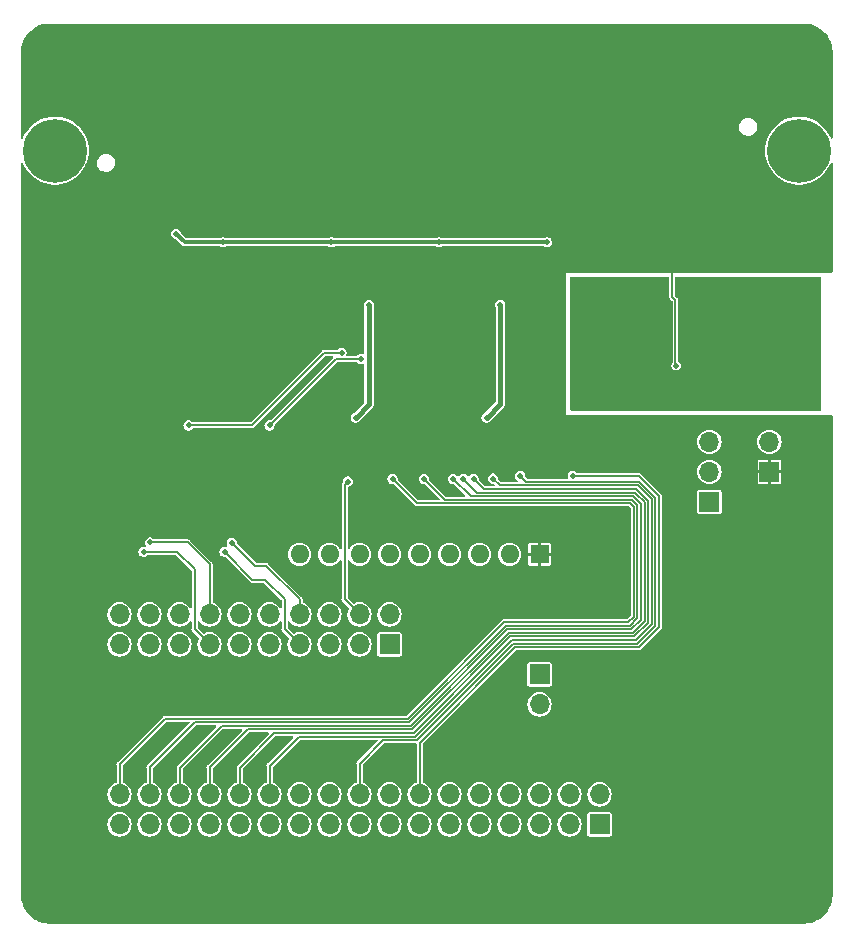
<source format=gbl>
%TF.GenerationSoftware,KiCad,Pcbnew,7.0.8*%
%TF.CreationDate,2024-07-21T17:29:17-05:00*%
%TF.ProjectId,esdi_fmc,65736469-5f66-46d6-932e-6b696361645f,rev?*%
%TF.SameCoordinates,Original*%
%TF.FileFunction,Copper,L2,Bot*%
%TF.FilePolarity,Positive*%
%FSLAX46Y46*%
G04 Gerber Fmt 4.6, Leading zero omitted, Abs format (unit mm)*
G04 Created by KiCad (PCBNEW 7.0.8) date 2024-07-21 17:29:17*
%MOMM*%
%LPD*%
G01*
G04 APERTURE LIST*
%TA.AperFunction,ComponentPad*%
%ADD10R,1.700000X1.700000*%
%TD*%
%TA.AperFunction,ComponentPad*%
%ADD11O,1.700000X1.700000*%
%TD*%
%TA.AperFunction,ComponentPad*%
%ADD12R,1.600000X1.600000*%
%TD*%
%TA.AperFunction,ComponentPad*%
%ADD13O,1.600000X1.600000*%
%TD*%
%TA.AperFunction,ViaPad*%
%ADD14C,0.508000*%
%TD*%
%TA.AperFunction,ViaPad*%
%ADD15C,5.400000*%
%TD*%
%TA.AperFunction,Conductor*%
%ADD16C,0.457200*%
%TD*%
%TA.AperFunction,Conductor*%
%ADD17C,0.152400*%
%TD*%
%TA.AperFunction,Conductor*%
%ADD18C,0.304800*%
%TD*%
G04 APERTURE END LIST*
D10*
%TO.P,JP1,1,Pin_1*%
%TO.N,GND*%
X109220000Y-91440000D03*
D11*
%TO.P,JP1,2,Pin_2*%
%TO.N,Net-(JP1-Pin_2)*%
X109220000Y-88900000D03*
%TO.P,JP1,3,Pin_3*%
%TO.N,/FMC_12V*%
X109220000Y-86360000D03*
%TD*%
D12*
%TO.P,RN1,1,common*%
%TO.N,+5V*%
X94834300Y-95895000D03*
D13*
%TO.P,RN1,2,R1*%
%TO.N,/CONFIG_STAT_DATA*%
X92294300Y-95895000D03*
%TO.P,RN1,3,R2*%
%TO.N,/XFER_ACK*%
X89754300Y-95895000D03*
%TO.P,RN1,4,R3*%
%TO.N,/ATTN*%
X87214300Y-95895000D03*
%TO.P,RN1,5,R4*%
%TO.N,/SECTOR*%
X84674300Y-95895000D03*
%TO.P,RN1,6,R5*%
%TO.N,/INDEX*%
X82134300Y-95895000D03*
%TO.P,RN1,7,R6*%
%TO.N,/READY*%
X79594300Y-95895000D03*
%TO.P,RN1,8,R7*%
%TO.N,/DRIVE_SELECTED*%
X77054300Y-95895000D03*
%TO.P,RN1,9,R8*%
%TO.N,/CMD_COMPLETE*%
X74514300Y-95895000D03*
%TD*%
D10*
%TO.P,JP3,1,Pin_1*%
%TO.N,+5V*%
X114300000Y-88900000D03*
D11*
%TO.P,JP3,2,Pin_2*%
%TO.N,GND*%
X114300000Y-86360000D03*
%TD*%
D10*
%TO.P,J3,1,Pin_1*%
%TO.N,/DRIVE_SELECTED*%
X82134300Y-103515000D03*
D11*
%TO.P,J3,2,Pin_2*%
%TO.N,unconnected-(J3-Pin_2-Pad2)*%
X82134300Y-100975000D03*
%TO.P,J3,3,Pin_3*%
%TO.N,/CMD_COMPLETE*%
X79594300Y-103515000D03*
%TO.P,J3,4,Pin_4*%
%TO.N,/AME*%
X79594300Y-100975000D03*
%TO.P,J3,5,Pin_5*%
%TO.N,GND*%
X77054300Y-103515000D03*
%TO.P,J3,6,Pin_6*%
X77054300Y-100975000D03*
%TO.P,J3,7,Pin_7*%
%TO.N,/WRITE_CLOCK_P*%
X74514300Y-103515000D03*
%TO.P,J3,8,Pin_8*%
%TO.N,/WRITE_CLOCK_N*%
X74514300Y-100975000D03*
%TO.P,J3,9,Pin_9*%
%TO.N,GND*%
X71974300Y-103515000D03*
%TO.P,J3,10,Pin_10*%
%TO.N,/READ_CLOCK_P*%
X71974300Y-100975000D03*
%TO.P,J3,11,Pin_11*%
%TO.N,/READ_CLOCK_N*%
X69434300Y-103515000D03*
%TO.P,J3,12,Pin_12*%
%TO.N,GND*%
X69434300Y-100975000D03*
%TO.P,J3,13,Pin_13*%
%TO.N,/WRITE_DATA_P*%
X66894300Y-103515000D03*
%TO.P,J3,14,Pin_14*%
%TO.N,/WRITE_DATA_N*%
X66894300Y-100975000D03*
%TO.P,J3,15,Pin_15*%
%TO.N,GND*%
X64354300Y-103515000D03*
%TO.P,J3,16,Pin_16*%
X64354300Y-100975000D03*
%TO.P,J3,17,Pin_17*%
%TO.N,/READ_DATA_P*%
X61814300Y-103515000D03*
%TO.P,J3,18,Pin_18*%
%TO.N,/READ_DATA_N*%
X61814300Y-100975000D03*
%TO.P,J3,19,Pin_19*%
%TO.N,GND*%
X59274300Y-103515000D03*
%TO.P,J3,20,Pin_20*%
%TO.N,unconnected-(J3-Pin_20-Pad20)*%
X59274300Y-100975000D03*
%TD*%
D10*
%TO.P,J2,1,Pin_1*%
%TO.N,GND*%
X99914300Y-118755000D03*
D11*
%TO.P,J2,2,Pin_2*%
%TO.N,/HEAD3*%
X99914300Y-116215000D03*
%TO.P,J2,3,Pin_3*%
%TO.N,GND*%
X97374300Y-118755000D03*
%TO.P,J2,4,Pin_4*%
%TO.N,/HEAD2*%
X97374300Y-116215000D03*
%TO.P,J2,5,Pin_5*%
%TO.N,GND*%
X94834300Y-118755000D03*
%TO.P,J2,6,Pin_6*%
%TO.N,Net-(J2-Pin_6)*%
X94834300Y-116215000D03*
%TO.P,J2,7,Pin_7*%
%TO.N,GND*%
X92294300Y-118755000D03*
%TO.P,J2,8,Pin_8*%
%TO.N,/CONFIG_STAT_DATA*%
X92294300Y-116215000D03*
%TO.P,J2,9,Pin_9*%
%TO.N,GND*%
X89754300Y-118755000D03*
%TO.P,J2,10,Pin_10*%
%TO.N,/XFER_ACK*%
X89754300Y-116215000D03*
%TO.P,J2,11,Pin_11*%
%TO.N,GND*%
X87214300Y-118755000D03*
%TO.P,J2,12,Pin_12*%
%TO.N,/ATTN*%
X87214300Y-116215000D03*
%TO.P,J2,13,Pin_13*%
%TO.N,GND*%
X84674300Y-118755000D03*
%TO.P,J2,14,Pin_14*%
%TO.N,/HEAD0*%
X84674300Y-116215000D03*
%TO.P,J2,15,Pin_15*%
%TO.N,unconnected-(J2-Pin_15-Pad15)*%
X82134300Y-118755000D03*
%TO.P,J2,16,Pin_16*%
%TO.N,/SECTOR*%
X82134300Y-116215000D03*
%TO.P,J2,17,Pin_17*%
%TO.N,GND*%
X79594300Y-118755000D03*
%TO.P,J2,18,Pin_18*%
%TO.N,/HEAD1*%
X79594300Y-116215000D03*
%TO.P,J2,19,Pin_19*%
%TO.N,GND*%
X77054300Y-118755000D03*
%TO.P,J2,20,Pin_20*%
%TO.N,/INDEX*%
X77054300Y-116215000D03*
%TO.P,J2,21,Pin_21*%
%TO.N,GND*%
X74514300Y-118755000D03*
%TO.P,J2,22,Pin_22*%
%TO.N,/READY*%
X74514300Y-116215000D03*
%TO.P,J2,23,Pin_23*%
%TO.N,GND*%
X71974300Y-118755000D03*
%TO.P,J2,24,Pin_24*%
%TO.N,/XFER_REQ*%
X71974300Y-116215000D03*
%TO.P,J2,25,Pin_25*%
%TO.N,GND*%
X69434300Y-118755000D03*
%TO.P,J2,26,Pin_26*%
%TO.N,/DRIVE0*%
X69434300Y-116215000D03*
%TO.P,J2,27,Pin_27*%
%TO.N,GND*%
X66894300Y-118755000D03*
%TO.P,J2,28,Pin_28*%
%TO.N,/DRIVE1*%
X66894300Y-116215000D03*
%TO.P,J2,29,Pin_29*%
%TO.N,GND*%
X64354300Y-118755000D03*
%TO.P,J2,30,Pin_30*%
%TO.N,/DRIVE2*%
X64354300Y-116215000D03*
%TO.P,J2,31,Pin_31*%
%TO.N,GND*%
X61814300Y-118755000D03*
%TO.P,J2,32,Pin_32*%
%TO.N,/READ_GATE*%
X61814300Y-116215000D03*
%TO.P,J2,33,Pin_33*%
%TO.N,GND*%
X59274300Y-118755000D03*
%TO.P,J2,34,Pin_34*%
%TO.N,/CMD_DATA*%
X59274300Y-116215000D03*
%TD*%
D10*
%TO.P,JP2,1,Pin_1*%
%TO.N,/WRITE_GATE*%
X94834300Y-106055000D03*
D11*
%TO.P,JP2,2,Pin_2*%
%TO.N,Net-(J2-Pin_6)*%
X94834300Y-108595000D03*
%TD*%
D14*
%TO.N,GND*%
X80391000Y-74777600D03*
X105689400Y-75946000D03*
X98704400Y-80264000D03*
X91516200Y-74777600D03*
X106807000Y-73177400D03*
X105257600Y-80264000D03*
X103225600Y-75946000D03*
D15*
X116800000Y-61700000D03*
D14*
X101828600Y-73177400D03*
X106349800Y-82575400D03*
X107594400Y-80264000D03*
X90347800Y-84302600D03*
X79273400Y-84302600D03*
X104444800Y-73177400D03*
D15*
X53800000Y-61700000D03*
D14*
X98704400Y-82524600D03*
%TO.N,+5V*%
X108686600Y-69469000D03*
X77216000Y-75488800D03*
X86334600Y-75488800D03*
X85623400Y-85496400D03*
X71374000Y-80264000D03*
X114376200Y-68148200D03*
X103530400Y-69469000D03*
X112369600Y-68148200D03*
X111048800Y-69469000D03*
X116713000Y-68148200D03*
X113334800Y-69570600D03*
X96697800Y-85496400D03*
X106121200Y-69469000D03*
X95504000Y-75488800D03*
X106400600Y-79908400D03*
X68021200Y-75488800D03*
X65786000Y-80264000D03*
X115544600Y-69570600D03*
%TO.N,/FMC_VADJ*%
X95478600Y-69469000D03*
X86334600Y-69469000D03*
X64058800Y-68732400D03*
X77216000Y-69469000D03*
X68021200Y-69469000D03*
%TO.N,/HEAD0*%
X97653700Y-89265600D03*
%TO.N,/HEAD1*%
X93208700Y-89265600D03*
%TO.N,/XFER_REQ*%
X90897300Y-89468800D03*
%TO.N,/DRIVE0*%
X89246300Y-89494200D03*
%TO.N,/DRIVE1*%
X88382700Y-89494200D03*
%TO.N,/DRIVE2*%
X87519100Y-89494200D03*
%TO.N,/READ_GATE*%
X85055300Y-89494200D03*
%TO.N,/CMD_DATA*%
X82388300Y-89494200D03*
%TO.N,/AME*%
X78603700Y-89722800D03*
%TO.N,/WRITE_CLOCK_P*%
X68164300Y-95666400D03*
%TO.N,/WRITE_CLOCK_N*%
X68773900Y-94904400D03*
%TO.N,/WRITE_DATA_P*%
X61306300Y-95666400D03*
%TO.N,/WRITE_DATA_N*%
X61865100Y-94879000D03*
%TO.N,Net-(U3-B6)*%
X65116300Y-84973000D03*
X78070300Y-78826200D03*
%TO.N,Net-(U3-B5)*%
X71974300Y-84973000D03*
X79746700Y-79334200D03*
%TD*%
D16*
%TO.N,GND*%
X79273400Y-84302600D02*
X80381700Y-83194300D01*
X91516200Y-83134200D02*
X91516200Y-74777600D01*
X90347800Y-84302600D02*
X91516200Y-83134200D01*
X80381700Y-83194300D02*
X80381700Y-74786900D01*
X80381700Y-74786900D02*
X80391000Y-74777600D01*
D17*
%TO.N,+5V*%
X106324400Y-74345800D02*
X106045000Y-74066400D01*
X106045000Y-74066400D02*
X106045000Y-69545200D01*
X106324400Y-79832200D02*
X106324400Y-74345800D01*
X106400600Y-79908400D02*
X106324400Y-79832200D01*
X106045000Y-69545200D02*
X106121200Y-69469000D01*
D18*
%TO.N,/FMC_VADJ*%
X64795400Y-69469000D02*
X64058800Y-68732400D01*
X77216000Y-69469000D02*
X68021200Y-69469000D01*
X68021200Y-69469000D02*
X64795400Y-69469000D01*
X95478600Y-69469000D02*
X86334600Y-69469000D01*
X86334600Y-69469000D02*
X77216000Y-69469000D01*
D17*
%TO.N,/HEAD0*%
X84674300Y-111820800D02*
X84674300Y-116215000D01*
X97653700Y-89265600D02*
X103241700Y-89265600D01*
X92751500Y-103743600D02*
X84674300Y-111820800D01*
X103241700Y-89265600D02*
X104943500Y-90967400D01*
X104943500Y-90967400D02*
X104943500Y-102041800D01*
X104943500Y-102041800D02*
X103241700Y-103743600D01*
X103241700Y-103743600D02*
X92751500Y-103743600D01*
%TO.N,/HEAD1*%
X103115448Y-103438800D02*
X92625248Y-103438800D01*
X93208700Y-89265600D02*
X93691300Y-89748200D01*
X81575500Y-111617600D02*
X79594300Y-113598800D01*
X104638700Y-101915548D02*
X103115448Y-103438800D01*
X79594300Y-113598800D02*
X79594300Y-116215000D01*
X104638700Y-91093652D02*
X104638700Y-101915548D01*
X93691300Y-89748200D02*
X103293248Y-89748200D01*
X103293248Y-89748200D02*
X104638700Y-91093652D01*
X84446448Y-111617600D02*
X81575500Y-111617600D01*
X92625248Y-103438800D02*
X84446448Y-111617600D01*
%TO.N,/XFER_REQ*%
X90897300Y-89468800D02*
X91481500Y-90053000D01*
X103166996Y-90053000D02*
X104333900Y-91219904D01*
X91481500Y-90053000D02*
X103166996Y-90053000D01*
X74438100Y-111312800D02*
X71974300Y-113776600D01*
X102989196Y-103134000D02*
X92498996Y-103134000D01*
X84320196Y-111312800D02*
X74438100Y-111312800D01*
X71974300Y-113776600D02*
X71974300Y-116215000D01*
X104333900Y-91219904D02*
X104333900Y-101789296D01*
X92498996Y-103134000D02*
X84320196Y-111312800D01*
X104333900Y-101789296D02*
X102989196Y-103134000D01*
%TO.N,/DRIVE0*%
X90109900Y-90357800D02*
X103040744Y-90357800D01*
X89246300Y-89494200D02*
X90109900Y-90357800D01*
X103040744Y-90357800D02*
X104029100Y-91346156D01*
X102862944Y-102829200D02*
X92372744Y-102829200D01*
X84193944Y-111008000D02*
X72380700Y-111008000D01*
X92372744Y-102829200D02*
X84193944Y-111008000D01*
X69434300Y-113954400D02*
X69434300Y-116215000D01*
X72380700Y-111008000D02*
X69434300Y-113954400D01*
X104029100Y-91346156D02*
X104029100Y-101663044D01*
X104029100Y-101663044D02*
X102862944Y-102829200D01*
%TO.N,/DRIVE1*%
X84067692Y-110703200D02*
X70120100Y-110703200D01*
X102736692Y-102524400D02*
X92246492Y-102524400D01*
X92246492Y-102524400D02*
X84067692Y-110703200D01*
X103724300Y-101536792D02*
X102736692Y-102524400D01*
X88382700Y-89494200D02*
X89551100Y-90662600D01*
X70120100Y-110703200D02*
X66894300Y-113929000D01*
X89551100Y-90662600D02*
X102911500Y-90662600D01*
X102911500Y-90662600D02*
X103724300Y-91475400D01*
X103724300Y-91475400D02*
X103724300Y-101536792D01*
X66894300Y-113929000D02*
X66894300Y-116215000D01*
%TO.N,/DRIVE2*%
X67910300Y-110398400D02*
X64354300Y-113954400D01*
X87519100Y-89494200D02*
X88992300Y-90967400D01*
X64354300Y-113954400D02*
X64354300Y-116215000D01*
X102610440Y-102219600D02*
X92120240Y-102219600D01*
X88992300Y-90967400D02*
X102785248Y-90967400D01*
X103419500Y-101410540D02*
X102610440Y-102219600D01*
X83941440Y-110398400D02*
X67910300Y-110398400D01*
X102785248Y-90967400D02*
X103419500Y-91601652D01*
X103419500Y-91601652D02*
X103419500Y-101410540D01*
X92120240Y-102219600D02*
X83941440Y-110398400D01*
%TO.N,/READ_GATE*%
X86833300Y-91272200D02*
X102658996Y-91272200D01*
X65649700Y-110093600D02*
X61814300Y-113929000D01*
X85055300Y-89494200D02*
X86833300Y-91272200D01*
X91993988Y-101914800D02*
X83815188Y-110093600D01*
X103114700Y-101284288D02*
X102484188Y-101914800D01*
X61814300Y-113929000D02*
X61814300Y-116215000D01*
X102658996Y-91272200D02*
X103114700Y-91727904D01*
X103114700Y-91727904D02*
X103114700Y-101284288D01*
X102484188Y-101914800D02*
X91993988Y-101914800D01*
X83815188Y-110093600D02*
X65649700Y-110093600D01*
%TO.N,/CMD_DATA*%
X102357936Y-101610000D02*
X91867736Y-101610000D01*
X83688936Y-109788800D02*
X63160500Y-109788800D01*
X59274300Y-113675000D02*
X59274300Y-116215000D01*
X82388300Y-89494200D02*
X84471100Y-91577000D01*
X84471100Y-91577000D02*
X102532744Y-91577000D01*
X102809900Y-91854156D02*
X102809900Y-101158036D01*
X63160500Y-109788800D02*
X59274300Y-113675000D01*
X102809900Y-101158036D02*
X102357936Y-101610000D01*
X102532744Y-91577000D02*
X102809900Y-91854156D01*
X91867736Y-101610000D02*
X83688936Y-109788800D01*
%TO.N,/AME*%
X78324300Y-90002200D02*
X78324300Y-99705000D01*
X78603700Y-89722800D02*
X78324300Y-90002200D01*
X78324300Y-99705000D02*
X79594300Y-100975000D01*
%TO.N,/WRITE_CLOCK_P*%
X71618700Y-98028600D02*
X73244300Y-99654200D01*
X70526500Y-98028600D02*
X71618700Y-98028600D01*
X73244300Y-102245000D02*
X74514300Y-103515000D01*
X73244300Y-99654200D02*
X73244300Y-102245000D01*
X68164300Y-95666400D02*
X70526500Y-98028600D01*
%TO.N,/WRITE_CLOCK_N*%
X71669500Y-96834800D02*
X74514300Y-99679600D01*
X74514300Y-99679600D02*
X74514300Y-100975000D01*
X70704300Y-96834800D02*
X71669500Y-96834800D01*
X68773900Y-94904400D02*
X70704300Y-96834800D01*
%TO.N,/WRITE_DATA_P*%
X65624300Y-102245000D02*
X66894300Y-103515000D01*
X61306300Y-95666400D02*
X64151100Y-95666400D01*
X64151100Y-95666400D02*
X65624300Y-97139600D01*
X65624300Y-97139600D02*
X65624300Y-102245000D01*
%TO.N,/WRITE_DATA_N*%
X66894300Y-96707800D02*
X66894300Y-100975000D01*
X61865100Y-94879000D02*
X65065500Y-94879000D01*
X65065500Y-94879000D02*
X66894300Y-96707800D01*
%TO.N,Net-(U3-B6)*%
X70450300Y-84973000D02*
X65116300Y-84973000D01*
X76597100Y-78826200D02*
X70450300Y-84973000D01*
X78070300Y-78826200D02*
X76597100Y-78826200D01*
%TO.N,Net-(U3-B5)*%
X77613100Y-79334200D02*
X71974300Y-84973000D01*
X79746700Y-79334200D02*
X77613100Y-79334200D01*
%TD*%
%TA.AperFunction,Conductor*%
%TO.N,+5V*%
G36*
X117261320Y-50952980D02*
G01*
X117545081Y-50970145D01*
X117550346Y-50970784D01*
X117828659Y-51021786D01*
X117833798Y-51023052D01*
X118037076Y-51086396D01*
X118103938Y-51107232D01*
X118108905Y-51109116D01*
X118176844Y-51139692D01*
X118366923Y-51225239D01*
X118371611Y-51227700D01*
X118539009Y-51328896D01*
X118613749Y-51374078D01*
X118618121Y-51377096D01*
X118840841Y-51551586D01*
X118844818Y-51555108D01*
X119044891Y-51755181D01*
X119048413Y-51759158D01*
X119222903Y-51981878D01*
X119225921Y-51986250D01*
X119372295Y-52228381D01*
X119374764Y-52233085D01*
X119490883Y-52491094D01*
X119492767Y-52496061D01*
X119576944Y-52766192D01*
X119578215Y-52771350D01*
X119629214Y-53049644D01*
X119629854Y-53054917D01*
X119647020Y-53338679D01*
X119647100Y-53341333D01*
X119647100Y-60607649D01*
X119626535Y-60664150D01*
X119574464Y-60694214D01*
X119515250Y-60683773D01*
X119478489Y-60642464D01*
X119376505Y-60406039D01*
X119376502Y-60406032D01*
X119208860Y-60115668D01*
X119008642Y-59846729D01*
X119008638Y-59846725D01*
X119008637Y-59846723D01*
X118778562Y-59602856D01*
X118778560Y-59602855D01*
X118778559Y-59602854D01*
X118778557Y-59602852D01*
X118521715Y-59387336D01*
X118521710Y-59387332D01*
X118241598Y-59203100D01*
X118241583Y-59203092D01*
X117941979Y-59052625D01*
X117941968Y-59052620D01*
X117626905Y-58937946D01*
X117625023Y-58937500D01*
X117300659Y-58860624D01*
X117300653Y-58860623D01*
X117300652Y-58860623D01*
X116967643Y-58821700D01*
X116967642Y-58821700D01*
X116632358Y-58821700D01*
X116632356Y-58821700D01*
X116299347Y-58860623D01*
X116299344Y-58860623D01*
X116299341Y-58860624D01*
X116090422Y-58910138D01*
X115973094Y-58937946D01*
X115658031Y-59052620D01*
X115658020Y-59052625D01*
X115358416Y-59203092D01*
X115358401Y-59203100D01*
X115078289Y-59387332D01*
X115078284Y-59387336D01*
X114821439Y-59602855D01*
X114821437Y-59602856D01*
X114591362Y-59846723D01*
X114591358Y-59846729D01*
X114391141Y-60115666D01*
X114223494Y-60406039D01*
X114090702Y-60713886D01*
X114090694Y-60713908D01*
X113994541Y-61035078D01*
X113994540Y-61035083D01*
X113936315Y-61365290D01*
X113916822Y-61699994D01*
X113916822Y-61700005D01*
X113936315Y-62034709D01*
X113958393Y-62159917D01*
X113994405Y-62364155D01*
X113994540Y-62364916D01*
X113994541Y-62364921D01*
X114090694Y-62686091D01*
X114090702Y-62686113D01*
X114223494Y-62993960D01*
X114223496Y-62993963D01*
X114223498Y-62993968D01*
X114391140Y-63284332D01*
X114591358Y-63553271D01*
X114591360Y-63553273D01*
X114591362Y-63553276D01*
X114821437Y-63797143D01*
X114821439Y-63797144D01*
X114821443Y-63797148D01*
X115078284Y-64012663D01*
X115078289Y-64012667D01*
X115358401Y-64196899D01*
X115358405Y-64196901D01*
X115358411Y-64196905D01*
X115658032Y-64347380D01*
X115973095Y-64462054D01*
X116299341Y-64539376D01*
X116632358Y-64578300D01*
X116632360Y-64578300D01*
X116967640Y-64578300D01*
X116967642Y-64578300D01*
X117300659Y-64539376D01*
X117626905Y-64462054D01*
X117941968Y-64347380D01*
X118241589Y-64196905D01*
X118521715Y-64012664D01*
X118778557Y-63797148D01*
X119008642Y-63553271D01*
X119208860Y-63284332D01*
X119376502Y-62993968D01*
X119478489Y-62757534D01*
X119519750Y-62713800D01*
X119579471Y-62706819D01*
X119629707Y-62739860D01*
X119647100Y-62792350D01*
X119647100Y-71946500D01*
X119626535Y-72003001D01*
X119574464Y-72033065D01*
X119559200Y-72034400D01*
X97078800Y-72034400D01*
X97078800Y-84074000D01*
X119559200Y-84074000D01*
X119615701Y-84094565D01*
X119645765Y-84146636D01*
X119647100Y-84161900D01*
X119647100Y-124758666D01*
X119647020Y-124761320D01*
X119629854Y-125045082D01*
X119629214Y-125050355D01*
X119578215Y-125328649D01*
X119576944Y-125333807D01*
X119492767Y-125603938D01*
X119490883Y-125608905D01*
X119374764Y-125866914D01*
X119372295Y-125871618D01*
X119225921Y-126113749D01*
X119222903Y-126118121D01*
X119048413Y-126340841D01*
X119044891Y-126344818D01*
X118844818Y-126544891D01*
X118840841Y-126548413D01*
X118618121Y-126722903D01*
X118613749Y-126725921D01*
X118371618Y-126872295D01*
X118366914Y-126874764D01*
X118108905Y-126990883D01*
X118103938Y-126992767D01*
X117833807Y-127076944D01*
X117828649Y-127078215D01*
X117550355Y-127129214D01*
X117545082Y-127129854D01*
X117261320Y-127147020D01*
X117258666Y-127147100D01*
X53341334Y-127147100D01*
X53338680Y-127147020D01*
X53054917Y-127129854D01*
X53049644Y-127129214D01*
X52771350Y-127078215D01*
X52766192Y-127076944D01*
X52496061Y-126992767D01*
X52491094Y-126990883D01*
X52233085Y-126874764D01*
X52228381Y-126872295D01*
X51986250Y-126725921D01*
X51981878Y-126722903D01*
X51759158Y-126548413D01*
X51755181Y-126544891D01*
X51555108Y-126344818D01*
X51551586Y-126340841D01*
X51377096Y-126118121D01*
X51374078Y-126113749D01*
X51227704Y-125871618D01*
X51225239Y-125866923D01*
X51109116Y-125608905D01*
X51107232Y-125603938D01*
X51076920Y-125506665D01*
X51023052Y-125333798D01*
X51021786Y-125328659D01*
X50970784Y-125050346D01*
X50970145Y-125045081D01*
X50952980Y-124761320D01*
X50952900Y-124758666D01*
X50952900Y-118755000D01*
X58241024Y-118755000D01*
X58260879Y-118956588D01*
X58319674Y-119150412D01*
X58415164Y-119329060D01*
X58543656Y-119485627D01*
X58543659Y-119485630D01*
X58543664Y-119485636D01*
X58543669Y-119485640D01*
X58543672Y-119485643D01*
X58700239Y-119614135D01*
X58700238Y-119614135D01*
X58700241Y-119614137D01*
X58700243Y-119614138D01*
X58878882Y-119709623D01*
X58878884Y-119709623D01*
X58878887Y-119709625D01*
X59072711Y-119768420D01*
X59072718Y-119768422D01*
X59274300Y-119788276D01*
X59475882Y-119768422D01*
X59572800Y-119739022D01*
X59669712Y-119709625D01*
X59669712Y-119709624D01*
X59669718Y-119709623D01*
X59848357Y-119614138D01*
X60004936Y-119485636D01*
X60133438Y-119329057D01*
X60228923Y-119150418D01*
X60287722Y-118956582D01*
X60307576Y-118755000D01*
X60781024Y-118755000D01*
X60800879Y-118956588D01*
X60859674Y-119150412D01*
X60955164Y-119329060D01*
X61083656Y-119485627D01*
X61083659Y-119485630D01*
X61083664Y-119485636D01*
X61083669Y-119485640D01*
X61083672Y-119485643D01*
X61240239Y-119614135D01*
X61240238Y-119614135D01*
X61240241Y-119614137D01*
X61240243Y-119614138D01*
X61418882Y-119709623D01*
X61418884Y-119709623D01*
X61418887Y-119709625D01*
X61612711Y-119768420D01*
X61612718Y-119768422D01*
X61814300Y-119788276D01*
X62015882Y-119768422D01*
X62112800Y-119739022D01*
X62209712Y-119709625D01*
X62209712Y-119709624D01*
X62209718Y-119709623D01*
X62388357Y-119614138D01*
X62544936Y-119485636D01*
X62673438Y-119329057D01*
X62768923Y-119150418D01*
X62827722Y-118956582D01*
X62847576Y-118755000D01*
X63321024Y-118755000D01*
X63340879Y-118956588D01*
X63399674Y-119150412D01*
X63495164Y-119329060D01*
X63623656Y-119485627D01*
X63623659Y-119485630D01*
X63623664Y-119485636D01*
X63623669Y-119485640D01*
X63623672Y-119485643D01*
X63780239Y-119614135D01*
X63780238Y-119614135D01*
X63780241Y-119614137D01*
X63780243Y-119614138D01*
X63958882Y-119709623D01*
X63958884Y-119709623D01*
X63958887Y-119709625D01*
X64152711Y-119768420D01*
X64152718Y-119768422D01*
X64354300Y-119788276D01*
X64555882Y-119768422D01*
X64652800Y-119739022D01*
X64749712Y-119709625D01*
X64749712Y-119709624D01*
X64749718Y-119709623D01*
X64928357Y-119614138D01*
X65084936Y-119485636D01*
X65213438Y-119329057D01*
X65308923Y-119150418D01*
X65367722Y-118956582D01*
X65387576Y-118755000D01*
X65861024Y-118755000D01*
X65880879Y-118956588D01*
X65939674Y-119150412D01*
X66035164Y-119329060D01*
X66163656Y-119485627D01*
X66163659Y-119485630D01*
X66163664Y-119485636D01*
X66163669Y-119485640D01*
X66163672Y-119485643D01*
X66320239Y-119614135D01*
X66320238Y-119614135D01*
X66320241Y-119614137D01*
X66320243Y-119614138D01*
X66498882Y-119709623D01*
X66498884Y-119709623D01*
X66498887Y-119709625D01*
X66692711Y-119768420D01*
X66692718Y-119768422D01*
X66894300Y-119788276D01*
X67095882Y-119768422D01*
X67192800Y-119739022D01*
X67289712Y-119709625D01*
X67289712Y-119709624D01*
X67289718Y-119709623D01*
X67468357Y-119614138D01*
X67624936Y-119485636D01*
X67753438Y-119329057D01*
X67848923Y-119150418D01*
X67907722Y-118956582D01*
X67927576Y-118755000D01*
X68401024Y-118755000D01*
X68420879Y-118956588D01*
X68479674Y-119150412D01*
X68575164Y-119329060D01*
X68703656Y-119485627D01*
X68703659Y-119485630D01*
X68703664Y-119485636D01*
X68703669Y-119485640D01*
X68703672Y-119485643D01*
X68860239Y-119614135D01*
X68860238Y-119614135D01*
X68860241Y-119614137D01*
X68860243Y-119614138D01*
X69038882Y-119709623D01*
X69038884Y-119709623D01*
X69038887Y-119709625D01*
X69232711Y-119768420D01*
X69232718Y-119768422D01*
X69434300Y-119788276D01*
X69635882Y-119768422D01*
X69732800Y-119739022D01*
X69829712Y-119709625D01*
X69829712Y-119709624D01*
X69829718Y-119709623D01*
X70008357Y-119614138D01*
X70164936Y-119485636D01*
X70293438Y-119329057D01*
X70388923Y-119150418D01*
X70447722Y-118956582D01*
X70467576Y-118755000D01*
X70941024Y-118755000D01*
X70960879Y-118956588D01*
X71019674Y-119150412D01*
X71115164Y-119329060D01*
X71243656Y-119485627D01*
X71243659Y-119485630D01*
X71243664Y-119485636D01*
X71243669Y-119485640D01*
X71243672Y-119485643D01*
X71400239Y-119614135D01*
X71400238Y-119614135D01*
X71400241Y-119614137D01*
X71400243Y-119614138D01*
X71578882Y-119709623D01*
X71578884Y-119709623D01*
X71578887Y-119709625D01*
X71772711Y-119768420D01*
X71772718Y-119768422D01*
X71974300Y-119788276D01*
X72175882Y-119768422D01*
X72272800Y-119739022D01*
X72369712Y-119709625D01*
X72369712Y-119709624D01*
X72369718Y-119709623D01*
X72548357Y-119614138D01*
X72704936Y-119485636D01*
X72833438Y-119329057D01*
X72928923Y-119150418D01*
X72987722Y-118956582D01*
X73007576Y-118755000D01*
X73481024Y-118755000D01*
X73500879Y-118956588D01*
X73559674Y-119150412D01*
X73655164Y-119329060D01*
X73783656Y-119485627D01*
X73783659Y-119485630D01*
X73783664Y-119485636D01*
X73783669Y-119485640D01*
X73783672Y-119485643D01*
X73940239Y-119614135D01*
X73940238Y-119614135D01*
X73940241Y-119614137D01*
X73940243Y-119614138D01*
X74118882Y-119709623D01*
X74118884Y-119709623D01*
X74118887Y-119709625D01*
X74312711Y-119768420D01*
X74312718Y-119768422D01*
X74514300Y-119788276D01*
X74715882Y-119768422D01*
X74812800Y-119739022D01*
X74909712Y-119709625D01*
X74909712Y-119709624D01*
X74909718Y-119709623D01*
X75088357Y-119614138D01*
X75244936Y-119485636D01*
X75373438Y-119329057D01*
X75468923Y-119150418D01*
X75527722Y-118956582D01*
X75547576Y-118755000D01*
X76021024Y-118755000D01*
X76040879Y-118956588D01*
X76099674Y-119150412D01*
X76195164Y-119329060D01*
X76323656Y-119485627D01*
X76323659Y-119485630D01*
X76323664Y-119485636D01*
X76323669Y-119485640D01*
X76323672Y-119485643D01*
X76480239Y-119614135D01*
X76480238Y-119614135D01*
X76480241Y-119614137D01*
X76480243Y-119614138D01*
X76658882Y-119709623D01*
X76658884Y-119709623D01*
X76658887Y-119709625D01*
X76852711Y-119768420D01*
X76852718Y-119768422D01*
X77054300Y-119788276D01*
X77255882Y-119768422D01*
X77352800Y-119739022D01*
X77449712Y-119709625D01*
X77449712Y-119709624D01*
X77449718Y-119709623D01*
X77628357Y-119614138D01*
X77784936Y-119485636D01*
X77913438Y-119329057D01*
X78008923Y-119150418D01*
X78067722Y-118956582D01*
X78087576Y-118755000D01*
X78561024Y-118755000D01*
X78580879Y-118956588D01*
X78639674Y-119150412D01*
X78735164Y-119329060D01*
X78863656Y-119485627D01*
X78863659Y-119485630D01*
X78863664Y-119485636D01*
X78863669Y-119485640D01*
X78863672Y-119485643D01*
X79020239Y-119614135D01*
X79020238Y-119614135D01*
X79020241Y-119614137D01*
X79020243Y-119614138D01*
X79198882Y-119709623D01*
X79198884Y-119709623D01*
X79198887Y-119709625D01*
X79392711Y-119768420D01*
X79392718Y-119768422D01*
X79594300Y-119788276D01*
X79795882Y-119768422D01*
X79892800Y-119739022D01*
X79989712Y-119709625D01*
X79989712Y-119709624D01*
X79989718Y-119709623D01*
X80168357Y-119614138D01*
X80324936Y-119485636D01*
X80453438Y-119329057D01*
X80548923Y-119150418D01*
X80607722Y-118956582D01*
X80627576Y-118755000D01*
X81101024Y-118755000D01*
X81120879Y-118956588D01*
X81179674Y-119150412D01*
X81275164Y-119329060D01*
X81403656Y-119485627D01*
X81403659Y-119485630D01*
X81403664Y-119485636D01*
X81403669Y-119485640D01*
X81403672Y-119485643D01*
X81560239Y-119614135D01*
X81560238Y-119614135D01*
X81560241Y-119614137D01*
X81560243Y-119614138D01*
X81738882Y-119709623D01*
X81738884Y-119709623D01*
X81738887Y-119709625D01*
X81932711Y-119768420D01*
X81932718Y-119768422D01*
X82134300Y-119788276D01*
X82335882Y-119768422D01*
X82432800Y-119739022D01*
X82529712Y-119709625D01*
X82529712Y-119709624D01*
X82529718Y-119709623D01*
X82708357Y-119614138D01*
X82864936Y-119485636D01*
X82993438Y-119329057D01*
X83088923Y-119150418D01*
X83147722Y-118956582D01*
X83167576Y-118755000D01*
X83641024Y-118755000D01*
X83660879Y-118956588D01*
X83719674Y-119150412D01*
X83815164Y-119329060D01*
X83943656Y-119485627D01*
X83943659Y-119485630D01*
X83943664Y-119485636D01*
X83943669Y-119485640D01*
X83943672Y-119485643D01*
X84100239Y-119614135D01*
X84100238Y-119614135D01*
X84100241Y-119614137D01*
X84100243Y-119614138D01*
X84278882Y-119709623D01*
X84278884Y-119709623D01*
X84278887Y-119709625D01*
X84472711Y-119768420D01*
X84472718Y-119768422D01*
X84674300Y-119788276D01*
X84875882Y-119768422D01*
X84972800Y-119739022D01*
X85069712Y-119709625D01*
X85069712Y-119709624D01*
X85069718Y-119709623D01*
X85248357Y-119614138D01*
X85404936Y-119485636D01*
X85533438Y-119329057D01*
X85628923Y-119150418D01*
X85687722Y-118956582D01*
X85707576Y-118755000D01*
X86181024Y-118755000D01*
X86200879Y-118956588D01*
X86259674Y-119150412D01*
X86355164Y-119329060D01*
X86483656Y-119485627D01*
X86483659Y-119485630D01*
X86483664Y-119485636D01*
X86483669Y-119485640D01*
X86483672Y-119485643D01*
X86640239Y-119614135D01*
X86640238Y-119614135D01*
X86640241Y-119614137D01*
X86640243Y-119614138D01*
X86818882Y-119709623D01*
X86818884Y-119709623D01*
X86818887Y-119709625D01*
X87012711Y-119768420D01*
X87012718Y-119768422D01*
X87214300Y-119788276D01*
X87415882Y-119768422D01*
X87512800Y-119739022D01*
X87609712Y-119709625D01*
X87609712Y-119709624D01*
X87609718Y-119709623D01*
X87788357Y-119614138D01*
X87944936Y-119485636D01*
X88073438Y-119329057D01*
X88168923Y-119150418D01*
X88227722Y-118956582D01*
X88247576Y-118755000D01*
X88721024Y-118755000D01*
X88740879Y-118956588D01*
X88799674Y-119150412D01*
X88895164Y-119329060D01*
X89023656Y-119485627D01*
X89023659Y-119485630D01*
X89023664Y-119485636D01*
X89023669Y-119485640D01*
X89023672Y-119485643D01*
X89180239Y-119614135D01*
X89180238Y-119614135D01*
X89180241Y-119614137D01*
X89180243Y-119614138D01*
X89358882Y-119709623D01*
X89358884Y-119709623D01*
X89358887Y-119709625D01*
X89552711Y-119768420D01*
X89552718Y-119768422D01*
X89754300Y-119788276D01*
X89955882Y-119768422D01*
X90052800Y-119739022D01*
X90149712Y-119709625D01*
X90149712Y-119709624D01*
X90149718Y-119709623D01*
X90328357Y-119614138D01*
X90484936Y-119485636D01*
X90613438Y-119329057D01*
X90708923Y-119150418D01*
X90767722Y-118956582D01*
X90787576Y-118755000D01*
X91261024Y-118755000D01*
X91280879Y-118956588D01*
X91339674Y-119150412D01*
X91435164Y-119329060D01*
X91563656Y-119485627D01*
X91563659Y-119485630D01*
X91563664Y-119485636D01*
X91563669Y-119485640D01*
X91563672Y-119485643D01*
X91720239Y-119614135D01*
X91720238Y-119614135D01*
X91720241Y-119614137D01*
X91720243Y-119614138D01*
X91898882Y-119709623D01*
X91898884Y-119709623D01*
X91898887Y-119709625D01*
X92092711Y-119768420D01*
X92092718Y-119768422D01*
X92294300Y-119788276D01*
X92495882Y-119768422D01*
X92592800Y-119739022D01*
X92689712Y-119709625D01*
X92689712Y-119709624D01*
X92689718Y-119709623D01*
X92868357Y-119614138D01*
X93024936Y-119485636D01*
X93153438Y-119329057D01*
X93248923Y-119150418D01*
X93307722Y-118956582D01*
X93327576Y-118755000D01*
X93801024Y-118755000D01*
X93820879Y-118956588D01*
X93879674Y-119150412D01*
X93975164Y-119329060D01*
X94103656Y-119485627D01*
X94103659Y-119485630D01*
X94103664Y-119485636D01*
X94103669Y-119485640D01*
X94103672Y-119485643D01*
X94260239Y-119614135D01*
X94260238Y-119614135D01*
X94260241Y-119614137D01*
X94260243Y-119614138D01*
X94438882Y-119709623D01*
X94438884Y-119709623D01*
X94438887Y-119709625D01*
X94632711Y-119768420D01*
X94632718Y-119768422D01*
X94834300Y-119788276D01*
X95035882Y-119768422D01*
X95132800Y-119739022D01*
X95229712Y-119709625D01*
X95229712Y-119709624D01*
X95229718Y-119709623D01*
X95408357Y-119614138D01*
X95564936Y-119485636D01*
X95693438Y-119329057D01*
X95788923Y-119150418D01*
X95847722Y-118956582D01*
X95867576Y-118755000D01*
X96341024Y-118755000D01*
X96360879Y-118956588D01*
X96419674Y-119150412D01*
X96515164Y-119329060D01*
X96643656Y-119485627D01*
X96643659Y-119485630D01*
X96643664Y-119485636D01*
X96643669Y-119485640D01*
X96643672Y-119485643D01*
X96800239Y-119614135D01*
X96800238Y-119614135D01*
X96800241Y-119614137D01*
X96800243Y-119614138D01*
X96978882Y-119709623D01*
X96978884Y-119709623D01*
X96978887Y-119709625D01*
X97172711Y-119768420D01*
X97172718Y-119768422D01*
X97374300Y-119788276D01*
X97575882Y-119768422D01*
X97672800Y-119739022D01*
X97769712Y-119709625D01*
X97769712Y-119709624D01*
X97769718Y-119709623D01*
X97932595Y-119622563D01*
X98886000Y-119622563D01*
X98886001Y-119622565D01*
X98896343Y-119674565D01*
X98896343Y-119674566D01*
X98896344Y-119674568D01*
X98896345Y-119674569D01*
X98935753Y-119733547D01*
X98994731Y-119772955D01*
X99046739Y-119783300D01*
X100781860Y-119783299D01*
X100781863Y-119783299D01*
X100781865Y-119783298D01*
X100833865Y-119772956D01*
X100833866Y-119772956D01*
X100833866Y-119772955D01*
X100833869Y-119772955D01*
X100892847Y-119733547D01*
X100932255Y-119674569D01*
X100942600Y-119622561D01*
X100942599Y-117887440D01*
X100942599Y-117887439D01*
X100942599Y-117887436D01*
X100942598Y-117887434D01*
X100932256Y-117835434D01*
X100932256Y-117835433D01*
X100932255Y-117835431D01*
X100892847Y-117776453D01*
X100833869Y-117737045D01*
X100781861Y-117726700D01*
X100781859Y-117726700D01*
X99046736Y-117726700D01*
X99046734Y-117726701D01*
X98994734Y-117737043D01*
X98994733Y-117737043D01*
X98935754Y-117776452D01*
X98935752Y-117776454D01*
X98896345Y-117835431D01*
X98886000Y-117887440D01*
X98886000Y-119622563D01*
X97932595Y-119622563D01*
X97948357Y-119614138D01*
X98104936Y-119485636D01*
X98233438Y-119329057D01*
X98328923Y-119150418D01*
X98387722Y-118956582D01*
X98407576Y-118755000D01*
X98387722Y-118553418D01*
X98328923Y-118359582D01*
X98233438Y-118180943D01*
X98104936Y-118024364D01*
X98104930Y-118024359D01*
X98104927Y-118024356D01*
X97948360Y-117895864D01*
X97948361Y-117895864D01*
X97769712Y-117800374D01*
X97575888Y-117741579D01*
X97575883Y-117741578D01*
X97575882Y-117741578D01*
X97374300Y-117721724D01*
X97172718Y-117741578D01*
X97172716Y-117741578D01*
X97172711Y-117741579D01*
X96978887Y-117800374D01*
X96800239Y-117895864D01*
X96643672Y-118024356D01*
X96643656Y-118024372D01*
X96515164Y-118180939D01*
X96419674Y-118359587D01*
X96360879Y-118553411D01*
X96341024Y-118755000D01*
X95867576Y-118755000D01*
X95847722Y-118553418D01*
X95788923Y-118359582D01*
X95693438Y-118180943D01*
X95564936Y-118024364D01*
X95564930Y-118024359D01*
X95564927Y-118024356D01*
X95408360Y-117895864D01*
X95408361Y-117895864D01*
X95229712Y-117800374D01*
X95035888Y-117741579D01*
X95035883Y-117741578D01*
X95035882Y-117741578D01*
X94834300Y-117721724D01*
X94632718Y-117741578D01*
X94632716Y-117741578D01*
X94632711Y-117741579D01*
X94438887Y-117800374D01*
X94260239Y-117895864D01*
X94103672Y-118024356D01*
X94103656Y-118024372D01*
X93975164Y-118180939D01*
X93879674Y-118359587D01*
X93820879Y-118553411D01*
X93801024Y-118755000D01*
X93327576Y-118755000D01*
X93307722Y-118553418D01*
X93248923Y-118359582D01*
X93153438Y-118180943D01*
X93024936Y-118024364D01*
X93024930Y-118024359D01*
X93024927Y-118024356D01*
X92868360Y-117895864D01*
X92868361Y-117895864D01*
X92689712Y-117800374D01*
X92495888Y-117741579D01*
X92495883Y-117741578D01*
X92495882Y-117741578D01*
X92294300Y-117721724D01*
X92092718Y-117741578D01*
X92092716Y-117741578D01*
X92092711Y-117741579D01*
X91898887Y-117800374D01*
X91720239Y-117895864D01*
X91563672Y-118024356D01*
X91563656Y-118024372D01*
X91435164Y-118180939D01*
X91339674Y-118359587D01*
X91280879Y-118553411D01*
X91261024Y-118755000D01*
X90787576Y-118755000D01*
X90767722Y-118553418D01*
X90708923Y-118359582D01*
X90613438Y-118180943D01*
X90484936Y-118024364D01*
X90484930Y-118024359D01*
X90484927Y-118024356D01*
X90328360Y-117895864D01*
X90328361Y-117895864D01*
X90149712Y-117800374D01*
X89955888Y-117741579D01*
X89955883Y-117741578D01*
X89955882Y-117741578D01*
X89754300Y-117721724D01*
X89552718Y-117741578D01*
X89552716Y-117741578D01*
X89552711Y-117741579D01*
X89358887Y-117800374D01*
X89180239Y-117895864D01*
X89023672Y-118024356D01*
X89023656Y-118024372D01*
X88895164Y-118180939D01*
X88799674Y-118359587D01*
X88740879Y-118553411D01*
X88721024Y-118755000D01*
X88247576Y-118755000D01*
X88227722Y-118553418D01*
X88168923Y-118359582D01*
X88073438Y-118180943D01*
X87944936Y-118024364D01*
X87944930Y-118024359D01*
X87944927Y-118024356D01*
X87788360Y-117895864D01*
X87788361Y-117895864D01*
X87609712Y-117800374D01*
X87415888Y-117741579D01*
X87415883Y-117741578D01*
X87415882Y-117741578D01*
X87214300Y-117721724D01*
X87012718Y-117741578D01*
X87012716Y-117741578D01*
X87012711Y-117741579D01*
X86818887Y-117800374D01*
X86640239Y-117895864D01*
X86483672Y-118024356D01*
X86483656Y-118024372D01*
X86355164Y-118180939D01*
X86259674Y-118359587D01*
X86200879Y-118553411D01*
X86181024Y-118755000D01*
X85707576Y-118755000D01*
X85687722Y-118553418D01*
X85628923Y-118359582D01*
X85533438Y-118180943D01*
X85404936Y-118024364D01*
X85404930Y-118024359D01*
X85404927Y-118024356D01*
X85248360Y-117895864D01*
X85248361Y-117895864D01*
X85069712Y-117800374D01*
X84875888Y-117741579D01*
X84875883Y-117741578D01*
X84875882Y-117741578D01*
X84674300Y-117721724D01*
X84472718Y-117741578D01*
X84472716Y-117741578D01*
X84472711Y-117741579D01*
X84278887Y-117800374D01*
X84100239Y-117895864D01*
X83943672Y-118024356D01*
X83943656Y-118024372D01*
X83815164Y-118180939D01*
X83719674Y-118359587D01*
X83660879Y-118553411D01*
X83641024Y-118755000D01*
X83167576Y-118755000D01*
X83147722Y-118553418D01*
X83088923Y-118359582D01*
X82993438Y-118180943D01*
X82864936Y-118024364D01*
X82864930Y-118024359D01*
X82864927Y-118024356D01*
X82708360Y-117895864D01*
X82708361Y-117895864D01*
X82529712Y-117800374D01*
X82335888Y-117741579D01*
X82335883Y-117741578D01*
X82335882Y-117741578D01*
X82134300Y-117721724D01*
X81932718Y-117741578D01*
X81932716Y-117741578D01*
X81932711Y-117741579D01*
X81738887Y-117800374D01*
X81560239Y-117895864D01*
X81403672Y-118024356D01*
X81403656Y-118024372D01*
X81275164Y-118180939D01*
X81179674Y-118359587D01*
X81120879Y-118553411D01*
X81101024Y-118755000D01*
X80627576Y-118755000D01*
X80607722Y-118553418D01*
X80548923Y-118359582D01*
X80453438Y-118180943D01*
X80324936Y-118024364D01*
X80324930Y-118024359D01*
X80324927Y-118024356D01*
X80168360Y-117895864D01*
X80168361Y-117895864D01*
X79989712Y-117800374D01*
X79795888Y-117741579D01*
X79795883Y-117741578D01*
X79795882Y-117741578D01*
X79594300Y-117721724D01*
X79392718Y-117741578D01*
X79392716Y-117741578D01*
X79392711Y-117741579D01*
X79198887Y-117800374D01*
X79020239Y-117895864D01*
X78863672Y-118024356D01*
X78863656Y-118024372D01*
X78735164Y-118180939D01*
X78639674Y-118359587D01*
X78580879Y-118553411D01*
X78561024Y-118755000D01*
X78087576Y-118755000D01*
X78067722Y-118553418D01*
X78008923Y-118359582D01*
X77913438Y-118180943D01*
X77784936Y-118024364D01*
X77784930Y-118024359D01*
X77784927Y-118024356D01*
X77628360Y-117895864D01*
X77628361Y-117895864D01*
X77449712Y-117800374D01*
X77255888Y-117741579D01*
X77255883Y-117741578D01*
X77255882Y-117741578D01*
X77054300Y-117721724D01*
X76852718Y-117741578D01*
X76852716Y-117741578D01*
X76852711Y-117741579D01*
X76658887Y-117800374D01*
X76480239Y-117895864D01*
X76323672Y-118024356D01*
X76323656Y-118024372D01*
X76195164Y-118180939D01*
X76099674Y-118359587D01*
X76040879Y-118553411D01*
X76021024Y-118755000D01*
X75547576Y-118755000D01*
X75527722Y-118553418D01*
X75468923Y-118359582D01*
X75373438Y-118180943D01*
X75244936Y-118024364D01*
X75244930Y-118024359D01*
X75244927Y-118024356D01*
X75088360Y-117895864D01*
X75088361Y-117895864D01*
X74909712Y-117800374D01*
X74715888Y-117741579D01*
X74715883Y-117741578D01*
X74715882Y-117741578D01*
X74514300Y-117721724D01*
X74312718Y-117741578D01*
X74312716Y-117741578D01*
X74312711Y-117741579D01*
X74118887Y-117800374D01*
X73940239Y-117895864D01*
X73783672Y-118024356D01*
X73783656Y-118024372D01*
X73655164Y-118180939D01*
X73559674Y-118359587D01*
X73500879Y-118553411D01*
X73481024Y-118755000D01*
X73007576Y-118755000D01*
X72987722Y-118553418D01*
X72928923Y-118359582D01*
X72833438Y-118180943D01*
X72704936Y-118024364D01*
X72704930Y-118024359D01*
X72704927Y-118024356D01*
X72548360Y-117895864D01*
X72548361Y-117895864D01*
X72369712Y-117800374D01*
X72175888Y-117741579D01*
X72175883Y-117741578D01*
X72175882Y-117741578D01*
X71974300Y-117721724D01*
X71772718Y-117741578D01*
X71772716Y-117741578D01*
X71772711Y-117741579D01*
X71578887Y-117800374D01*
X71400239Y-117895864D01*
X71243672Y-118024356D01*
X71243656Y-118024372D01*
X71115164Y-118180939D01*
X71019674Y-118359587D01*
X70960879Y-118553411D01*
X70941024Y-118755000D01*
X70467576Y-118755000D01*
X70447722Y-118553418D01*
X70388923Y-118359582D01*
X70293438Y-118180943D01*
X70164936Y-118024364D01*
X70164930Y-118024359D01*
X70164927Y-118024356D01*
X70008360Y-117895864D01*
X70008361Y-117895864D01*
X69829712Y-117800374D01*
X69635888Y-117741579D01*
X69635883Y-117741578D01*
X69635882Y-117741578D01*
X69434300Y-117721724D01*
X69232718Y-117741578D01*
X69232716Y-117741578D01*
X69232711Y-117741579D01*
X69038887Y-117800374D01*
X68860239Y-117895864D01*
X68703672Y-118024356D01*
X68703656Y-118024372D01*
X68575164Y-118180939D01*
X68479674Y-118359587D01*
X68420879Y-118553411D01*
X68401024Y-118755000D01*
X67927576Y-118755000D01*
X67907722Y-118553418D01*
X67848923Y-118359582D01*
X67753438Y-118180943D01*
X67624936Y-118024364D01*
X67624930Y-118024359D01*
X67624927Y-118024356D01*
X67468360Y-117895864D01*
X67468361Y-117895864D01*
X67289712Y-117800374D01*
X67095888Y-117741579D01*
X67095883Y-117741578D01*
X67095882Y-117741578D01*
X66894300Y-117721724D01*
X66692718Y-117741578D01*
X66692716Y-117741578D01*
X66692711Y-117741579D01*
X66498887Y-117800374D01*
X66320239Y-117895864D01*
X66163672Y-118024356D01*
X66163656Y-118024372D01*
X66035164Y-118180939D01*
X65939674Y-118359587D01*
X65880879Y-118553411D01*
X65861024Y-118755000D01*
X65387576Y-118755000D01*
X65367722Y-118553418D01*
X65308923Y-118359582D01*
X65213438Y-118180943D01*
X65084936Y-118024364D01*
X65084930Y-118024359D01*
X65084927Y-118024356D01*
X64928360Y-117895864D01*
X64928361Y-117895864D01*
X64749712Y-117800374D01*
X64555888Y-117741579D01*
X64555883Y-117741578D01*
X64555882Y-117741578D01*
X64354300Y-117721724D01*
X64152718Y-117741578D01*
X64152716Y-117741578D01*
X64152711Y-117741579D01*
X63958887Y-117800374D01*
X63780239Y-117895864D01*
X63623672Y-118024356D01*
X63623656Y-118024372D01*
X63495164Y-118180939D01*
X63399674Y-118359587D01*
X63340879Y-118553411D01*
X63321024Y-118755000D01*
X62847576Y-118755000D01*
X62827722Y-118553418D01*
X62768923Y-118359582D01*
X62673438Y-118180943D01*
X62544936Y-118024364D01*
X62544930Y-118024359D01*
X62544927Y-118024356D01*
X62388360Y-117895864D01*
X62388361Y-117895864D01*
X62209712Y-117800374D01*
X62015888Y-117741579D01*
X62015883Y-117741578D01*
X62015882Y-117741578D01*
X61814300Y-117721724D01*
X61612718Y-117741578D01*
X61612716Y-117741578D01*
X61612711Y-117741579D01*
X61418887Y-117800374D01*
X61240239Y-117895864D01*
X61083672Y-118024356D01*
X61083656Y-118024372D01*
X60955164Y-118180939D01*
X60859674Y-118359587D01*
X60800879Y-118553411D01*
X60781024Y-118755000D01*
X60307576Y-118755000D01*
X60287722Y-118553418D01*
X60228923Y-118359582D01*
X60133438Y-118180943D01*
X60004936Y-118024364D01*
X60004930Y-118024359D01*
X60004927Y-118024356D01*
X59848360Y-117895864D01*
X59848361Y-117895864D01*
X59669712Y-117800374D01*
X59475888Y-117741579D01*
X59475883Y-117741578D01*
X59475882Y-117741578D01*
X59274300Y-117721724D01*
X59072718Y-117741578D01*
X59072716Y-117741578D01*
X59072711Y-117741579D01*
X58878887Y-117800374D01*
X58700239Y-117895864D01*
X58543672Y-118024356D01*
X58543656Y-118024372D01*
X58415164Y-118180939D01*
X58319674Y-118359587D01*
X58260879Y-118553411D01*
X58241024Y-118755000D01*
X50952900Y-118755000D01*
X50952900Y-116215000D01*
X58241024Y-116215000D01*
X58260879Y-116416588D01*
X58319674Y-116610412D01*
X58415164Y-116789060D01*
X58543656Y-116945627D01*
X58543659Y-116945630D01*
X58543664Y-116945636D01*
X58543669Y-116945640D01*
X58543672Y-116945643D01*
X58700239Y-117074135D01*
X58700238Y-117074135D01*
X58700241Y-117074137D01*
X58700243Y-117074138D01*
X58878882Y-117169623D01*
X58878884Y-117169623D01*
X58878887Y-117169625D01*
X59072711Y-117228420D01*
X59072718Y-117228422D01*
X59274300Y-117248276D01*
X59475882Y-117228422D01*
X59572800Y-117199022D01*
X59669712Y-117169625D01*
X59669712Y-117169624D01*
X59669718Y-117169623D01*
X59848357Y-117074138D01*
X60004936Y-116945636D01*
X60133438Y-116789057D01*
X60228923Y-116610418D01*
X60287722Y-116416582D01*
X60307576Y-116215000D01*
X60287722Y-116013418D01*
X60228923Y-115819582D01*
X60133438Y-115640943D01*
X60004936Y-115484364D01*
X60004930Y-115484359D01*
X60004927Y-115484356D01*
X59848360Y-115355864D01*
X59848361Y-115355864D01*
X59815104Y-115338088D01*
X59669718Y-115260377D01*
X59669708Y-115260374D01*
X59591183Y-115236553D01*
X59543085Y-115200472D01*
X59528800Y-115152438D01*
X59528800Y-113816827D01*
X59549365Y-113760326D01*
X59554545Y-113754672D01*
X63240172Y-110069045D01*
X63294666Y-110043634D01*
X63302327Y-110043300D01*
X65127873Y-110043300D01*
X65184374Y-110063865D01*
X65214438Y-110115936D01*
X65203997Y-110175150D01*
X65190028Y-110193355D01*
X61658181Y-113725199D01*
X61644866Y-113736127D01*
X61630817Y-113745515D01*
X61630815Y-113745517D01*
X61617308Y-113765729D01*
X61617306Y-113765733D01*
X61574565Y-113829699D01*
X61554814Y-113928999D01*
X61558111Y-113945574D01*
X61559800Y-113962723D01*
X61559800Y-115152438D01*
X61539235Y-115208939D01*
X61497417Y-115236553D01*
X61418884Y-115260376D01*
X61240239Y-115355864D01*
X61083672Y-115484356D01*
X61083656Y-115484372D01*
X60955164Y-115640939D01*
X60859674Y-115819587D01*
X60800879Y-116013411D01*
X60781024Y-116215000D01*
X60800879Y-116416588D01*
X60859674Y-116610412D01*
X60955164Y-116789060D01*
X61083656Y-116945627D01*
X61083659Y-116945630D01*
X61083664Y-116945636D01*
X61083669Y-116945640D01*
X61083672Y-116945643D01*
X61240239Y-117074135D01*
X61240238Y-117074135D01*
X61240241Y-117074137D01*
X61240243Y-117074138D01*
X61418882Y-117169623D01*
X61418884Y-117169623D01*
X61418887Y-117169625D01*
X61612711Y-117228420D01*
X61612718Y-117228422D01*
X61814300Y-117248276D01*
X62015882Y-117228422D01*
X62112800Y-117199022D01*
X62209712Y-117169625D01*
X62209712Y-117169624D01*
X62209718Y-117169623D01*
X62388357Y-117074138D01*
X62544936Y-116945636D01*
X62673438Y-116789057D01*
X62768923Y-116610418D01*
X62827722Y-116416582D01*
X62847576Y-116215000D01*
X62827722Y-116013418D01*
X62768923Y-115819582D01*
X62673438Y-115640943D01*
X62544936Y-115484364D01*
X62544930Y-115484359D01*
X62544927Y-115484356D01*
X62388360Y-115355864D01*
X62388361Y-115355864D01*
X62355104Y-115338088D01*
X62209718Y-115260377D01*
X62209708Y-115260374D01*
X62131183Y-115236553D01*
X62083085Y-115200472D01*
X62068800Y-115152438D01*
X62068800Y-114070827D01*
X62089365Y-114014326D01*
X62094545Y-114008672D01*
X65729372Y-110373845D01*
X65783866Y-110348434D01*
X65791527Y-110348100D01*
X67388473Y-110348100D01*
X67444974Y-110368665D01*
X67475038Y-110420736D01*
X67464597Y-110479950D01*
X67450628Y-110498155D01*
X64198181Y-113750599D01*
X64184866Y-113761527D01*
X64170817Y-113770915D01*
X64170815Y-113770917D01*
X64157308Y-113791129D01*
X64157306Y-113791133D01*
X64114565Y-113855099D01*
X64094814Y-113954399D01*
X64098111Y-113970974D01*
X64099800Y-113988123D01*
X64099800Y-115152438D01*
X64079235Y-115208939D01*
X64037417Y-115236553D01*
X63958884Y-115260376D01*
X63780239Y-115355864D01*
X63623672Y-115484356D01*
X63623656Y-115484372D01*
X63495164Y-115640939D01*
X63399674Y-115819587D01*
X63340879Y-116013411D01*
X63321024Y-116215000D01*
X63340879Y-116416588D01*
X63399674Y-116610412D01*
X63495164Y-116789060D01*
X63623656Y-116945627D01*
X63623659Y-116945630D01*
X63623664Y-116945636D01*
X63623669Y-116945640D01*
X63623672Y-116945643D01*
X63780239Y-117074135D01*
X63780238Y-117074135D01*
X63780241Y-117074137D01*
X63780243Y-117074138D01*
X63958882Y-117169623D01*
X63958884Y-117169623D01*
X63958887Y-117169625D01*
X64152711Y-117228420D01*
X64152718Y-117228422D01*
X64354300Y-117248276D01*
X64555882Y-117228422D01*
X64652800Y-117199022D01*
X64749712Y-117169625D01*
X64749712Y-117169624D01*
X64749718Y-117169623D01*
X64928357Y-117074138D01*
X65084936Y-116945636D01*
X65213438Y-116789057D01*
X65308923Y-116610418D01*
X65367722Y-116416582D01*
X65387576Y-116215000D01*
X65367722Y-116013418D01*
X65308923Y-115819582D01*
X65213438Y-115640943D01*
X65084936Y-115484364D01*
X65084930Y-115484359D01*
X65084927Y-115484356D01*
X64928360Y-115355864D01*
X64928361Y-115355864D01*
X64895104Y-115338088D01*
X64749718Y-115260377D01*
X64749708Y-115260374D01*
X64671183Y-115236553D01*
X64623085Y-115200472D01*
X64608800Y-115152438D01*
X64608800Y-114096227D01*
X64629365Y-114039726D01*
X64634545Y-114034072D01*
X67989972Y-110678645D01*
X68044466Y-110653234D01*
X68052127Y-110652900D01*
X69598272Y-110652900D01*
X69654773Y-110673465D01*
X69684837Y-110725536D01*
X69674396Y-110784750D01*
X69660427Y-110802955D01*
X66738181Y-113725199D01*
X66724866Y-113736127D01*
X66710817Y-113745515D01*
X66710815Y-113745517D01*
X66697308Y-113765729D01*
X66697306Y-113765733D01*
X66654565Y-113829699D01*
X66634814Y-113928999D01*
X66638111Y-113945574D01*
X66639800Y-113962723D01*
X66639800Y-115152438D01*
X66619235Y-115208939D01*
X66577417Y-115236553D01*
X66498884Y-115260376D01*
X66320239Y-115355864D01*
X66163672Y-115484356D01*
X66163656Y-115484372D01*
X66035164Y-115640939D01*
X65939674Y-115819587D01*
X65880879Y-116013411D01*
X65861024Y-116215000D01*
X65880879Y-116416588D01*
X65939674Y-116610412D01*
X66035164Y-116789060D01*
X66163656Y-116945627D01*
X66163659Y-116945630D01*
X66163664Y-116945636D01*
X66163669Y-116945640D01*
X66163672Y-116945643D01*
X66320239Y-117074135D01*
X66320238Y-117074135D01*
X66320241Y-117074137D01*
X66320243Y-117074138D01*
X66498882Y-117169623D01*
X66498884Y-117169623D01*
X66498887Y-117169625D01*
X66692711Y-117228420D01*
X66692718Y-117228422D01*
X66894300Y-117248276D01*
X67095882Y-117228422D01*
X67192800Y-117199022D01*
X67289712Y-117169625D01*
X67289712Y-117169624D01*
X67289718Y-117169623D01*
X67468357Y-117074138D01*
X67624936Y-116945636D01*
X67753438Y-116789057D01*
X67848923Y-116610418D01*
X67907722Y-116416582D01*
X67927576Y-116215000D01*
X67907722Y-116013418D01*
X67848923Y-115819582D01*
X67753438Y-115640943D01*
X67624936Y-115484364D01*
X67624930Y-115484359D01*
X67624927Y-115484356D01*
X67468360Y-115355864D01*
X67468361Y-115355864D01*
X67435104Y-115338088D01*
X67289718Y-115260377D01*
X67289708Y-115260374D01*
X67211183Y-115236553D01*
X67163085Y-115200472D01*
X67148800Y-115152438D01*
X67148800Y-114070828D01*
X67169365Y-114014327D01*
X67174545Y-114008673D01*
X70199773Y-110983445D01*
X70254267Y-110958034D01*
X70261928Y-110957700D01*
X71858872Y-110957700D01*
X71915373Y-110978265D01*
X71945437Y-111030336D01*
X71934996Y-111089550D01*
X71921027Y-111107755D01*
X69278181Y-113750599D01*
X69264866Y-113761527D01*
X69250817Y-113770915D01*
X69250815Y-113770917D01*
X69237308Y-113791129D01*
X69237306Y-113791133D01*
X69194565Y-113855099D01*
X69174814Y-113954399D01*
X69178111Y-113970974D01*
X69179800Y-113988123D01*
X69179800Y-115152438D01*
X69159235Y-115208939D01*
X69117417Y-115236553D01*
X69038884Y-115260376D01*
X68860239Y-115355864D01*
X68703672Y-115484356D01*
X68703656Y-115484372D01*
X68575164Y-115640939D01*
X68479674Y-115819587D01*
X68420879Y-116013411D01*
X68401024Y-116215000D01*
X68420879Y-116416588D01*
X68479674Y-116610412D01*
X68575164Y-116789060D01*
X68703656Y-116945627D01*
X68703659Y-116945630D01*
X68703664Y-116945636D01*
X68703669Y-116945640D01*
X68703672Y-116945643D01*
X68860239Y-117074135D01*
X68860238Y-117074135D01*
X68860241Y-117074137D01*
X68860243Y-117074138D01*
X69038882Y-117169623D01*
X69038884Y-117169623D01*
X69038887Y-117169625D01*
X69232711Y-117228420D01*
X69232718Y-117228422D01*
X69434300Y-117248276D01*
X69635882Y-117228422D01*
X69732800Y-117199022D01*
X69829712Y-117169625D01*
X69829712Y-117169624D01*
X69829718Y-117169623D01*
X70008357Y-117074138D01*
X70164936Y-116945636D01*
X70293438Y-116789057D01*
X70388923Y-116610418D01*
X70447722Y-116416582D01*
X70467576Y-116215000D01*
X70447722Y-116013418D01*
X70388923Y-115819582D01*
X70293438Y-115640943D01*
X70164936Y-115484364D01*
X70164930Y-115484359D01*
X70164927Y-115484356D01*
X70008360Y-115355864D01*
X70008361Y-115355864D01*
X69975104Y-115338088D01*
X69829718Y-115260377D01*
X69829708Y-115260374D01*
X69751183Y-115236553D01*
X69703085Y-115200472D01*
X69688800Y-115152438D01*
X69688800Y-114096228D01*
X69709365Y-114039727D01*
X69714545Y-114034073D01*
X72460373Y-111288245D01*
X72514867Y-111262834D01*
X72522528Y-111262500D01*
X73916273Y-111262500D01*
X73972774Y-111283065D01*
X74002838Y-111335136D01*
X73992397Y-111394350D01*
X73978428Y-111412555D01*
X71818181Y-113572799D01*
X71804866Y-113583727D01*
X71790817Y-113593115D01*
X71790815Y-113593117D01*
X71777308Y-113613329D01*
X71777306Y-113613333D01*
X71734565Y-113677299D01*
X71714814Y-113776599D01*
X71718111Y-113793174D01*
X71719800Y-113810323D01*
X71719800Y-115152438D01*
X71699235Y-115208939D01*
X71657417Y-115236553D01*
X71578884Y-115260376D01*
X71400239Y-115355864D01*
X71243672Y-115484356D01*
X71243656Y-115484372D01*
X71115164Y-115640939D01*
X71019674Y-115819587D01*
X70960879Y-116013411D01*
X70941024Y-116215000D01*
X70960879Y-116416588D01*
X71019674Y-116610412D01*
X71115164Y-116789060D01*
X71243656Y-116945627D01*
X71243659Y-116945630D01*
X71243664Y-116945636D01*
X71243669Y-116945640D01*
X71243672Y-116945643D01*
X71400239Y-117074135D01*
X71400238Y-117074135D01*
X71400241Y-117074137D01*
X71400243Y-117074138D01*
X71578882Y-117169623D01*
X71578884Y-117169623D01*
X71578887Y-117169625D01*
X71772711Y-117228420D01*
X71772718Y-117228422D01*
X71974300Y-117248276D01*
X72175882Y-117228422D01*
X72272800Y-117199022D01*
X72369712Y-117169625D01*
X72369712Y-117169624D01*
X72369718Y-117169623D01*
X72548357Y-117074138D01*
X72704936Y-116945636D01*
X72833438Y-116789057D01*
X72928923Y-116610418D01*
X72987722Y-116416582D01*
X73007576Y-116215000D01*
X73481024Y-116215000D01*
X73500879Y-116416588D01*
X73559674Y-116610412D01*
X73655164Y-116789060D01*
X73783656Y-116945627D01*
X73783659Y-116945630D01*
X73783664Y-116945636D01*
X73783669Y-116945640D01*
X73783672Y-116945643D01*
X73940239Y-117074135D01*
X73940238Y-117074135D01*
X73940241Y-117074137D01*
X73940243Y-117074138D01*
X74118882Y-117169623D01*
X74118884Y-117169623D01*
X74118887Y-117169625D01*
X74312711Y-117228420D01*
X74312718Y-117228422D01*
X74514300Y-117248276D01*
X74715882Y-117228422D01*
X74812800Y-117199022D01*
X74909712Y-117169625D01*
X74909712Y-117169624D01*
X74909718Y-117169623D01*
X75088357Y-117074138D01*
X75244936Y-116945636D01*
X75373438Y-116789057D01*
X75468923Y-116610418D01*
X75527722Y-116416582D01*
X75547576Y-116215000D01*
X76021024Y-116215000D01*
X76040879Y-116416588D01*
X76099674Y-116610412D01*
X76195164Y-116789060D01*
X76323656Y-116945627D01*
X76323659Y-116945630D01*
X76323664Y-116945636D01*
X76323669Y-116945640D01*
X76323672Y-116945643D01*
X76480239Y-117074135D01*
X76480238Y-117074135D01*
X76480241Y-117074137D01*
X76480243Y-117074138D01*
X76658882Y-117169623D01*
X76658884Y-117169623D01*
X76658887Y-117169625D01*
X76852711Y-117228420D01*
X76852718Y-117228422D01*
X77054300Y-117248276D01*
X77255882Y-117228422D01*
X77352800Y-117199022D01*
X77449712Y-117169625D01*
X77449712Y-117169624D01*
X77449718Y-117169623D01*
X77628357Y-117074138D01*
X77784936Y-116945636D01*
X77913438Y-116789057D01*
X78008923Y-116610418D01*
X78067722Y-116416582D01*
X78087576Y-116215000D01*
X78067722Y-116013418D01*
X78008923Y-115819582D01*
X77913438Y-115640943D01*
X77784936Y-115484364D01*
X77784930Y-115484359D01*
X77784927Y-115484356D01*
X77628360Y-115355864D01*
X77628361Y-115355864D01*
X77449712Y-115260374D01*
X77255888Y-115201579D01*
X77255883Y-115201578D01*
X77255882Y-115201578D01*
X77054300Y-115181724D01*
X76852718Y-115201578D01*
X76852716Y-115201578D01*
X76852711Y-115201579D01*
X76658887Y-115260374D01*
X76480239Y-115355864D01*
X76323672Y-115484356D01*
X76323656Y-115484372D01*
X76195164Y-115640939D01*
X76099674Y-115819587D01*
X76040879Y-116013411D01*
X76021024Y-116215000D01*
X75547576Y-116215000D01*
X75527722Y-116013418D01*
X75468923Y-115819582D01*
X75373438Y-115640943D01*
X75244936Y-115484364D01*
X75244930Y-115484359D01*
X75244927Y-115484356D01*
X75088360Y-115355864D01*
X75088361Y-115355864D01*
X74909712Y-115260374D01*
X74715888Y-115201579D01*
X74715883Y-115201578D01*
X74715882Y-115201578D01*
X74514300Y-115181724D01*
X74312718Y-115201578D01*
X74312716Y-115201578D01*
X74312711Y-115201579D01*
X74118887Y-115260374D01*
X73940239Y-115355864D01*
X73783672Y-115484356D01*
X73783656Y-115484372D01*
X73655164Y-115640939D01*
X73559674Y-115819587D01*
X73500879Y-116013411D01*
X73481024Y-116215000D01*
X73007576Y-116215000D01*
X72987722Y-116013418D01*
X72928923Y-115819582D01*
X72833438Y-115640943D01*
X72704936Y-115484364D01*
X72704930Y-115484359D01*
X72704927Y-115484356D01*
X72548360Y-115355864D01*
X72548361Y-115355864D01*
X72515104Y-115338088D01*
X72369718Y-115260377D01*
X72369708Y-115260374D01*
X72291183Y-115236553D01*
X72243085Y-115200472D01*
X72228800Y-115152438D01*
X72228800Y-113918427D01*
X72249365Y-113861926D01*
X72254545Y-113856272D01*
X74517772Y-111593045D01*
X74572266Y-111567634D01*
X74579927Y-111567300D01*
X81053672Y-111567300D01*
X81110173Y-111587865D01*
X81140237Y-111639936D01*
X81129796Y-111699150D01*
X81115827Y-111717355D01*
X79438181Y-113394999D01*
X79424866Y-113405927D01*
X79410817Y-113415315D01*
X79410815Y-113415317D01*
X79397308Y-113435529D01*
X79397306Y-113435533D01*
X79354565Y-113499499D01*
X79334814Y-113598799D01*
X79338111Y-113615374D01*
X79339800Y-113632523D01*
X79339800Y-115152438D01*
X79319235Y-115208939D01*
X79277417Y-115236553D01*
X79198884Y-115260376D01*
X79020239Y-115355864D01*
X78863672Y-115484356D01*
X78863656Y-115484372D01*
X78735164Y-115640939D01*
X78639674Y-115819587D01*
X78580879Y-116013411D01*
X78561024Y-116215000D01*
X78580879Y-116416588D01*
X78639674Y-116610412D01*
X78735164Y-116789060D01*
X78863656Y-116945627D01*
X78863659Y-116945630D01*
X78863664Y-116945636D01*
X78863669Y-116945640D01*
X78863672Y-116945643D01*
X79020239Y-117074135D01*
X79020238Y-117074135D01*
X79020241Y-117074137D01*
X79020243Y-117074138D01*
X79198882Y-117169623D01*
X79198884Y-117169623D01*
X79198887Y-117169625D01*
X79392711Y-117228420D01*
X79392718Y-117228422D01*
X79594300Y-117248276D01*
X79795882Y-117228422D01*
X79892800Y-117199022D01*
X79989712Y-117169625D01*
X79989712Y-117169624D01*
X79989718Y-117169623D01*
X80168357Y-117074138D01*
X80324936Y-116945636D01*
X80453438Y-116789057D01*
X80548923Y-116610418D01*
X80607722Y-116416582D01*
X80627576Y-116215000D01*
X81101024Y-116215000D01*
X81120879Y-116416588D01*
X81179674Y-116610412D01*
X81275164Y-116789060D01*
X81403656Y-116945627D01*
X81403659Y-116945630D01*
X81403664Y-116945636D01*
X81403669Y-116945640D01*
X81403672Y-116945643D01*
X81560239Y-117074135D01*
X81560238Y-117074135D01*
X81560241Y-117074137D01*
X81560243Y-117074138D01*
X81738882Y-117169623D01*
X81738884Y-117169623D01*
X81738887Y-117169625D01*
X81932711Y-117228420D01*
X81932718Y-117228422D01*
X82134300Y-117248276D01*
X82335882Y-117228422D01*
X82432800Y-117199022D01*
X82529712Y-117169625D01*
X82529712Y-117169624D01*
X82529718Y-117169623D01*
X82708357Y-117074138D01*
X82864936Y-116945636D01*
X82993438Y-116789057D01*
X83088923Y-116610418D01*
X83147722Y-116416582D01*
X83167576Y-116215000D01*
X83147722Y-116013418D01*
X83088923Y-115819582D01*
X82993438Y-115640943D01*
X82864936Y-115484364D01*
X82864930Y-115484359D01*
X82864927Y-115484356D01*
X82708360Y-115355864D01*
X82708361Y-115355864D01*
X82529712Y-115260374D01*
X82335888Y-115201579D01*
X82335883Y-115201578D01*
X82335882Y-115201578D01*
X82134300Y-115181724D01*
X81932718Y-115201578D01*
X81932716Y-115201578D01*
X81932711Y-115201579D01*
X81738887Y-115260374D01*
X81560239Y-115355864D01*
X81403672Y-115484356D01*
X81403656Y-115484372D01*
X81275164Y-115640939D01*
X81179674Y-115819587D01*
X81120879Y-116013411D01*
X81101024Y-116215000D01*
X80627576Y-116215000D01*
X80607722Y-116013418D01*
X80548923Y-115819582D01*
X80453438Y-115640943D01*
X80324936Y-115484364D01*
X80324930Y-115484359D01*
X80324927Y-115484356D01*
X80168360Y-115355864D01*
X80168361Y-115355864D01*
X80135104Y-115338088D01*
X79989718Y-115260377D01*
X79989708Y-115260374D01*
X79911183Y-115236553D01*
X79863085Y-115200472D01*
X79848800Y-115152438D01*
X79848800Y-113740628D01*
X79869365Y-113684127D01*
X79874545Y-113678473D01*
X81655173Y-111897845D01*
X81709667Y-111872434D01*
X81717328Y-111872100D01*
X84331900Y-111872100D01*
X84388401Y-111892665D01*
X84418465Y-111944736D01*
X84419800Y-111960000D01*
X84419800Y-115152438D01*
X84399235Y-115208939D01*
X84357417Y-115236553D01*
X84278884Y-115260376D01*
X84100239Y-115355864D01*
X83943672Y-115484356D01*
X83943656Y-115484372D01*
X83815164Y-115640939D01*
X83719674Y-115819587D01*
X83660879Y-116013411D01*
X83641024Y-116215000D01*
X83660879Y-116416588D01*
X83719674Y-116610412D01*
X83815164Y-116789060D01*
X83943656Y-116945627D01*
X83943659Y-116945630D01*
X83943664Y-116945636D01*
X83943669Y-116945640D01*
X83943672Y-116945643D01*
X84100239Y-117074135D01*
X84100238Y-117074135D01*
X84100241Y-117074137D01*
X84100243Y-117074138D01*
X84278882Y-117169623D01*
X84278884Y-117169623D01*
X84278887Y-117169625D01*
X84472711Y-117228420D01*
X84472718Y-117228422D01*
X84674300Y-117248276D01*
X84875882Y-117228422D01*
X84972800Y-117199022D01*
X85069712Y-117169625D01*
X85069712Y-117169624D01*
X85069718Y-117169623D01*
X85248357Y-117074138D01*
X85404936Y-116945636D01*
X85533438Y-116789057D01*
X85628923Y-116610418D01*
X85687722Y-116416582D01*
X85707576Y-116215000D01*
X86181024Y-116215000D01*
X86200879Y-116416588D01*
X86259674Y-116610412D01*
X86355164Y-116789060D01*
X86483656Y-116945627D01*
X86483659Y-116945630D01*
X86483664Y-116945636D01*
X86483669Y-116945640D01*
X86483672Y-116945643D01*
X86640239Y-117074135D01*
X86640238Y-117074135D01*
X86640241Y-117074137D01*
X86640243Y-117074138D01*
X86818882Y-117169623D01*
X86818884Y-117169623D01*
X86818887Y-117169625D01*
X87012711Y-117228420D01*
X87012718Y-117228422D01*
X87214300Y-117248276D01*
X87415882Y-117228422D01*
X87512800Y-117199022D01*
X87609712Y-117169625D01*
X87609712Y-117169624D01*
X87609718Y-117169623D01*
X87788357Y-117074138D01*
X87944936Y-116945636D01*
X88073438Y-116789057D01*
X88168923Y-116610418D01*
X88227722Y-116416582D01*
X88247576Y-116215000D01*
X88721024Y-116215000D01*
X88740879Y-116416588D01*
X88799674Y-116610412D01*
X88895164Y-116789060D01*
X89023656Y-116945627D01*
X89023659Y-116945630D01*
X89023664Y-116945636D01*
X89023669Y-116945640D01*
X89023672Y-116945643D01*
X89180239Y-117074135D01*
X89180238Y-117074135D01*
X89180241Y-117074137D01*
X89180243Y-117074138D01*
X89358882Y-117169623D01*
X89358884Y-117169623D01*
X89358887Y-117169625D01*
X89552711Y-117228420D01*
X89552718Y-117228422D01*
X89754300Y-117248276D01*
X89955882Y-117228422D01*
X90052800Y-117199022D01*
X90149712Y-117169625D01*
X90149712Y-117169624D01*
X90149718Y-117169623D01*
X90328357Y-117074138D01*
X90484936Y-116945636D01*
X90613438Y-116789057D01*
X90708923Y-116610418D01*
X90767722Y-116416582D01*
X90787576Y-116215000D01*
X91261024Y-116215000D01*
X91280879Y-116416588D01*
X91339674Y-116610412D01*
X91435164Y-116789060D01*
X91563656Y-116945627D01*
X91563659Y-116945630D01*
X91563664Y-116945636D01*
X91563669Y-116945640D01*
X91563672Y-116945643D01*
X91720239Y-117074135D01*
X91720238Y-117074135D01*
X91720241Y-117074137D01*
X91720243Y-117074138D01*
X91898882Y-117169623D01*
X91898884Y-117169623D01*
X91898887Y-117169625D01*
X92092711Y-117228420D01*
X92092718Y-117228422D01*
X92294300Y-117248276D01*
X92495882Y-117228422D01*
X92592800Y-117199022D01*
X92689712Y-117169625D01*
X92689712Y-117169624D01*
X92689718Y-117169623D01*
X92868357Y-117074138D01*
X93024936Y-116945636D01*
X93153438Y-116789057D01*
X93248923Y-116610418D01*
X93307722Y-116416582D01*
X93327576Y-116215000D01*
X93801024Y-116215000D01*
X93820879Y-116416588D01*
X93879674Y-116610412D01*
X93975164Y-116789060D01*
X94103656Y-116945627D01*
X94103659Y-116945630D01*
X94103664Y-116945636D01*
X94103669Y-116945640D01*
X94103672Y-116945643D01*
X94260239Y-117074135D01*
X94260238Y-117074135D01*
X94260241Y-117074137D01*
X94260243Y-117074138D01*
X94438882Y-117169623D01*
X94438884Y-117169623D01*
X94438887Y-117169625D01*
X94632711Y-117228420D01*
X94632718Y-117228422D01*
X94834300Y-117248276D01*
X95035882Y-117228422D01*
X95132800Y-117199022D01*
X95229712Y-117169625D01*
X95229712Y-117169624D01*
X95229718Y-117169623D01*
X95408357Y-117074138D01*
X95564936Y-116945636D01*
X95693438Y-116789057D01*
X95788923Y-116610418D01*
X95847722Y-116416582D01*
X95867576Y-116215000D01*
X96341024Y-116215000D01*
X96360879Y-116416588D01*
X96419674Y-116610412D01*
X96515164Y-116789060D01*
X96643656Y-116945627D01*
X96643659Y-116945630D01*
X96643664Y-116945636D01*
X96643669Y-116945640D01*
X96643672Y-116945643D01*
X96800239Y-117074135D01*
X96800238Y-117074135D01*
X96800241Y-117074137D01*
X96800243Y-117074138D01*
X96978882Y-117169623D01*
X96978884Y-117169623D01*
X96978887Y-117169625D01*
X97172711Y-117228420D01*
X97172718Y-117228422D01*
X97374300Y-117248276D01*
X97575882Y-117228422D01*
X97672800Y-117199022D01*
X97769712Y-117169625D01*
X97769712Y-117169624D01*
X97769718Y-117169623D01*
X97948357Y-117074138D01*
X98104936Y-116945636D01*
X98233438Y-116789057D01*
X98328923Y-116610418D01*
X98387722Y-116416582D01*
X98407576Y-116215000D01*
X98881024Y-116215000D01*
X98900879Y-116416588D01*
X98959674Y-116610412D01*
X99055164Y-116789060D01*
X99183656Y-116945627D01*
X99183659Y-116945630D01*
X99183664Y-116945636D01*
X99183669Y-116945640D01*
X99183672Y-116945643D01*
X99340239Y-117074135D01*
X99340238Y-117074135D01*
X99340241Y-117074137D01*
X99340243Y-117074138D01*
X99518882Y-117169623D01*
X99518884Y-117169623D01*
X99518887Y-117169625D01*
X99712711Y-117228420D01*
X99712718Y-117228422D01*
X99914300Y-117248276D01*
X100115882Y-117228422D01*
X100212800Y-117199022D01*
X100309712Y-117169625D01*
X100309712Y-117169624D01*
X100309718Y-117169623D01*
X100488357Y-117074138D01*
X100644936Y-116945636D01*
X100773438Y-116789057D01*
X100868923Y-116610418D01*
X100927722Y-116416582D01*
X100947576Y-116215000D01*
X100927722Y-116013418D01*
X100868923Y-115819582D01*
X100773438Y-115640943D01*
X100644936Y-115484364D01*
X100644930Y-115484359D01*
X100644927Y-115484356D01*
X100488360Y-115355864D01*
X100488361Y-115355864D01*
X100309712Y-115260374D01*
X100115888Y-115201579D01*
X100115883Y-115201578D01*
X100115882Y-115201578D01*
X99914300Y-115181724D01*
X99712718Y-115201578D01*
X99712716Y-115201578D01*
X99712711Y-115201579D01*
X99518887Y-115260374D01*
X99340239Y-115355864D01*
X99183672Y-115484356D01*
X99183656Y-115484372D01*
X99055164Y-115640939D01*
X98959674Y-115819587D01*
X98900879Y-116013411D01*
X98881024Y-116215000D01*
X98407576Y-116215000D01*
X98387722Y-116013418D01*
X98328923Y-115819582D01*
X98233438Y-115640943D01*
X98104936Y-115484364D01*
X98104930Y-115484359D01*
X98104927Y-115484356D01*
X97948360Y-115355864D01*
X97948361Y-115355864D01*
X97769712Y-115260374D01*
X97575888Y-115201579D01*
X97575883Y-115201578D01*
X97575882Y-115201578D01*
X97374300Y-115181724D01*
X97172718Y-115201578D01*
X97172716Y-115201578D01*
X97172711Y-115201579D01*
X96978887Y-115260374D01*
X96800239Y-115355864D01*
X96643672Y-115484356D01*
X96643656Y-115484372D01*
X96515164Y-115640939D01*
X96419674Y-115819587D01*
X96360879Y-116013411D01*
X96341024Y-116215000D01*
X95867576Y-116215000D01*
X95847722Y-116013418D01*
X95788923Y-115819582D01*
X95693438Y-115640943D01*
X95564936Y-115484364D01*
X95564930Y-115484359D01*
X95564927Y-115484356D01*
X95408360Y-115355864D01*
X95408361Y-115355864D01*
X95229712Y-115260374D01*
X95035888Y-115201579D01*
X95035883Y-115201578D01*
X95035882Y-115201578D01*
X94834300Y-115181724D01*
X94632718Y-115201578D01*
X94632716Y-115201578D01*
X94632711Y-115201579D01*
X94438887Y-115260374D01*
X94260239Y-115355864D01*
X94103672Y-115484356D01*
X94103656Y-115484372D01*
X93975164Y-115640939D01*
X93879674Y-115819587D01*
X93820879Y-116013411D01*
X93801024Y-116215000D01*
X93327576Y-116215000D01*
X93307722Y-116013418D01*
X93248923Y-115819582D01*
X93153438Y-115640943D01*
X93024936Y-115484364D01*
X93024930Y-115484359D01*
X93024927Y-115484356D01*
X92868360Y-115355864D01*
X92868361Y-115355864D01*
X92689712Y-115260374D01*
X92495888Y-115201579D01*
X92495883Y-115201578D01*
X92495882Y-115201578D01*
X92294300Y-115181724D01*
X92092718Y-115201578D01*
X92092716Y-115201578D01*
X92092711Y-115201579D01*
X91898887Y-115260374D01*
X91720239Y-115355864D01*
X91563672Y-115484356D01*
X91563656Y-115484372D01*
X91435164Y-115640939D01*
X91339674Y-115819587D01*
X91280879Y-116013411D01*
X91261024Y-116215000D01*
X90787576Y-116215000D01*
X90767722Y-116013418D01*
X90708923Y-115819582D01*
X90613438Y-115640943D01*
X90484936Y-115484364D01*
X90484930Y-115484359D01*
X90484927Y-115484356D01*
X90328360Y-115355864D01*
X90328361Y-115355864D01*
X90149712Y-115260374D01*
X89955888Y-115201579D01*
X89955883Y-115201578D01*
X89955882Y-115201578D01*
X89754300Y-115181724D01*
X89552718Y-115201578D01*
X89552716Y-115201578D01*
X89552711Y-115201579D01*
X89358887Y-115260374D01*
X89180239Y-115355864D01*
X89023672Y-115484356D01*
X89023656Y-115484372D01*
X88895164Y-115640939D01*
X88799674Y-115819587D01*
X88740879Y-116013411D01*
X88721024Y-116215000D01*
X88247576Y-116215000D01*
X88227722Y-116013418D01*
X88168923Y-115819582D01*
X88073438Y-115640943D01*
X87944936Y-115484364D01*
X87944930Y-115484359D01*
X87944927Y-115484356D01*
X87788360Y-115355864D01*
X87788361Y-115355864D01*
X87609712Y-115260374D01*
X87415888Y-115201579D01*
X87415883Y-115201578D01*
X87415882Y-115201578D01*
X87214300Y-115181724D01*
X87012718Y-115201578D01*
X87012716Y-115201578D01*
X87012711Y-115201579D01*
X86818887Y-115260374D01*
X86640239Y-115355864D01*
X86483672Y-115484356D01*
X86483656Y-115484372D01*
X86355164Y-115640939D01*
X86259674Y-115819587D01*
X86200879Y-116013411D01*
X86181024Y-116215000D01*
X85707576Y-116215000D01*
X85687722Y-116013418D01*
X85628923Y-115819582D01*
X85533438Y-115640943D01*
X85404936Y-115484364D01*
X85404930Y-115484359D01*
X85404927Y-115484356D01*
X85248360Y-115355864D01*
X85248361Y-115355864D01*
X85215104Y-115338088D01*
X85069718Y-115260377D01*
X85069708Y-115260374D01*
X84991183Y-115236553D01*
X84943085Y-115200472D01*
X84928800Y-115152438D01*
X84928800Y-111962627D01*
X84949365Y-111906126D01*
X84954545Y-111900472D01*
X88260017Y-108595000D01*
X93801024Y-108595000D01*
X93820879Y-108796588D01*
X93879674Y-108990412D01*
X93975164Y-109169060D01*
X94103656Y-109325627D01*
X94103659Y-109325630D01*
X94103664Y-109325636D01*
X94103669Y-109325640D01*
X94103672Y-109325643D01*
X94260239Y-109454135D01*
X94260238Y-109454135D01*
X94260241Y-109454137D01*
X94260243Y-109454138D01*
X94438882Y-109549623D01*
X94438884Y-109549623D01*
X94438887Y-109549625D01*
X94622482Y-109605317D01*
X94632718Y-109608422D01*
X94834300Y-109628276D01*
X95035882Y-109608422D01*
X95132800Y-109579022D01*
X95229712Y-109549625D01*
X95229712Y-109549624D01*
X95229718Y-109549623D01*
X95408357Y-109454138D01*
X95564936Y-109325636D01*
X95693438Y-109169057D01*
X95788923Y-108990418D01*
X95847722Y-108796582D01*
X95867576Y-108595000D01*
X95847722Y-108393418D01*
X95788923Y-108199582D01*
X95693438Y-108020943D01*
X95564936Y-107864364D01*
X95564930Y-107864359D01*
X95564927Y-107864356D01*
X95408360Y-107735864D01*
X95408361Y-107735864D01*
X95229712Y-107640374D01*
X95035888Y-107581579D01*
X95035883Y-107581578D01*
X95035882Y-107581578D01*
X94834300Y-107561724D01*
X94632718Y-107581578D01*
X94632716Y-107581578D01*
X94632711Y-107581579D01*
X94438887Y-107640374D01*
X94260239Y-107735864D01*
X94103672Y-107864356D01*
X94103656Y-107864372D01*
X93975164Y-108020939D01*
X93879674Y-108199587D01*
X93820879Y-108393411D01*
X93801024Y-108595000D01*
X88260017Y-108595000D01*
X89932454Y-106922563D01*
X93806000Y-106922563D01*
X93806001Y-106922565D01*
X93816343Y-106974565D01*
X93816343Y-106974566D01*
X93816344Y-106974568D01*
X93816345Y-106974569D01*
X93855753Y-107033547D01*
X93914731Y-107072955D01*
X93966739Y-107083300D01*
X95701860Y-107083299D01*
X95701863Y-107083299D01*
X95701865Y-107083298D01*
X95753865Y-107072956D01*
X95753866Y-107072956D01*
X95753866Y-107072955D01*
X95753869Y-107072955D01*
X95812847Y-107033547D01*
X95852255Y-106974569D01*
X95862600Y-106922561D01*
X95862599Y-105187440D01*
X95862599Y-105187439D01*
X95862599Y-105187436D01*
X95862598Y-105187434D01*
X95852256Y-105135434D01*
X95852256Y-105135433D01*
X95852255Y-105135431D01*
X95812847Y-105076453D01*
X95753869Y-105037045D01*
X95701861Y-105026700D01*
X95701859Y-105026700D01*
X93966736Y-105026700D01*
X93966734Y-105026701D01*
X93914734Y-105037043D01*
X93914733Y-105037043D01*
X93855754Y-105076452D01*
X93855752Y-105076454D01*
X93816345Y-105135431D01*
X93806000Y-105187440D01*
X93806000Y-106922563D01*
X89932454Y-106922563D01*
X92831172Y-104023845D01*
X92885666Y-103998434D01*
X92893327Y-103998100D01*
X103207976Y-103998100D01*
X103225124Y-103999789D01*
X103241699Y-104003086D01*
X103241699Y-104003085D01*
X103241700Y-104003086D01*
X103341001Y-103983334D01*
X103403934Y-103941284D01*
X103403934Y-103941282D01*
X103410123Y-103937148D01*
X103410130Y-103937141D01*
X103425184Y-103927084D01*
X103434569Y-103913037D01*
X103445495Y-103899721D01*
X105099618Y-102245597D01*
X105112933Y-102234671D01*
X105126984Y-102225284D01*
X105160561Y-102175034D01*
X105183234Y-102141101D01*
X105202986Y-102041800D01*
X105199689Y-102025224D01*
X105198000Y-102008076D01*
X105198000Y-92307563D01*
X108191700Y-92307563D01*
X108191701Y-92307565D01*
X108202043Y-92359565D01*
X108202043Y-92359566D01*
X108202044Y-92359568D01*
X108202045Y-92359569D01*
X108241453Y-92418547D01*
X108300431Y-92457955D01*
X108352439Y-92468300D01*
X110087560Y-92468299D01*
X110087563Y-92468299D01*
X110087565Y-92468298D01*
X110139565Y-92457956D01*
X110139566Y-92457956D01*
X110139566Y-92457955D01*
X110139569Y-92457955D01*
X110198547Y-92418547D01*
X110237955Y-92359569D01*
X110248300Y-92307561D01*
X110248299Y-90572440D01*
X110248299Y-90572439D01*
X110248299Y-90572436D01*
X110248298Y-90572434D01*
X110237956Y-90520434D01*
X110237956Y-90520433D01*
X110237955Y-90520431D01*
X110198547Y-90461453D01*
X110139569Y-90422045D01*
X110087561Y-90411700D01*
X110087559Y-90411700D01*
X108352436Y-90411700D01*
X108352434Y-90411701D01*
X108300434Y-90422043D01*
X108300433Y-90422043D01*
X108241454Y-90461452D01*
X108241452Y-90461454D01*
X108202045Y-90520431D01*
X108191700Y-90572440D01*
X108191700Y-92307563D01*
X105198000Y-92307563D01*
X105198000Y-91001123D01*
X105199689Y-90983974D01*
X105202986Y-90967400D01*
X105183234Y-90868099D01*
X105141184Y-90805167D01*
X105139547Y-90802717D01*
X105139541Y-90802709D01*
X105126984Y-90783916D01*
X105126985Y-90783916D01*
X105112933Y-90774527D01*
X105099614Y-90763597D01*
X103445499Y-89109481D01*
X103434566Y-89096158D01*
X103425184Y-89082116D01*
X103405962Y-89069272D01*
X103405940Y-89069256D01*
X103341002Y-89025866D01*
X103241700Y-89006114D01*
X103225124Y-89009411D01*
X103207976Y-89011100D01*
X98045331Y-89011100D01*
X97988830Y-88990535D01*
X97978900Y-88980762D01*
X97939708Y-88935531D01*
X97939703Y-88935527D01*
X97884421Y-88900000D01*
X108186724Y-88900000D01*
X108206119Y-89096924D01*
X108206579Y-89101588D01*
X108265374Y-89295412D01*
X108265376Y-89295417D01*
X108265377Y-89295418D01*
X108360369Y-89473135D01*
X108360864Y-89474060D01*
X108489356Y-89630627D01*
X108489359Y-89630630D01*
X108489364Y-89630636D01*
X108489369Y-89630640D01*
X108489372Y-89630643D01*
X108645939Y-89759135D01*
X108645938Y-89759135D01*
X108645941Y-89759137D01*
X108645943Y-89759138D01*
X108824582Y-89854623D01*
X108824584Y-89854623D01*
X108824587Y-89854625D01*
X109018411Y-89913420D01*
X109018418Y-89913422D01*
X109220000Y-89933276D01*
X109421582Y-89913422D01*
X109577659Y-89866077D01*
X109615412Y-89854625D01*
X109615412Y-89854624D01*
X109615418Y-89854623D01*
X109783071Y-89765010D01*
X113297600Y-89765010D01*
X113306442Y-89809465D01*
X113340123Y-89859870D01*
X113340129Y-89859876D01*
X113390534Y-89893557D01*
X113434990Y-89902400D01*
X114172999Y-89902400D01*
X114173000Y-89902399D01*
X114173000Y-89386881D01*
X114264237Y-89400000D01*
X114335763Y-89400000D01*
X114427000Y-89386881D01*
X114427000Y-89902399D01*
X114427001Y-89902400D01*
X115165010Y-89902400D01*
X115209465Y-89893557D01*
X115259870Y-89859876D01*
X115259876Y-89859870D01*
X115293557Y-89809465D01*
X115302400Y-89765010D01*
X115302400Y-89027001D01*
X115302399Y-89027000D01*
X114783818Y-89027000D01*
X114800000Y-88971889D01*
X114800000Y-88828111D01*
X114783818Y-88773000D01*
X115302399Y-88773000D01*
X115302400Y-88772999D01*
X115302400Y-88034989D01*
X115293557Y-87990534D01*
X115259876Y-87940129D01*
X115259870Y-87940123D01*
X115209465Y-87906442D01*
X115165010Y-87897600D01*
X114427001Y-87897600D01*
X114427000Y-87897601D01*
X114427000Y-88413118D01*
X114335763Y-88400000D01*
X114264237Y-88400000D01*
X114173000Y-88413118D01*
X114173000Y-87897601D01*
X114172999Y-87897600D01*
X113434990Y-87897600D01*
X113390534Y-87906442D01*
X113340129Y-87940123D01*
X113340123Y-87940129D01*
X113306442Y-87990534D01*
X113297600Y-88034989D01*
X113297600Y-88772999D01*
X113297601Y-88773000D01*
X113816182Y-88773000D01*
X113800000Y-88828111D01*
X113800000Y-88971889D01*
X113816182Y-89027000D01*
X113297601Y-89027000D01*
X113297600Y-89027001D01*
X113297600Y-89765010D01*
X109783071Y-89765010D01*
X109794057Y-89759138D01*
X109950636Y-89630636D01*
X110079138Y-89474057D01*
X110174623Y-89295418D01*
X110176505Y-89289216D01*
X110233420Y-89101588D01*
X110233419Y-89101588D01*
X110233422Y-89101582D01*
X110253276Y-88900000D01*
X110233422Y-88698418D01*
X110174623Y-88504582D01*
X110079138Y-88325943D01*
X109950636Y-88169364D01*
X109950630Y-88169359D01*
X109950627Y-88169356D01*
X109794060Y-88040864D01*
X109794061Y-88040864D01*
X109615412Y-87945374D01*
X109421588Y-87886579D01*
X109421583Y-87886578D01*
X109421582Y-87886578D01*
X109220000Y-87866724D01*
X109018418Y-87886578D01*
X109018416Y-87886578D01*
X109018411Y-87886579D01*
X108824587Y-87945374D01*
X108645939Y-88040864D01*
X108489372Y-88169356D01*
X108489356Y-88169372D01*
X108360864Y-88325939D01*
X108265374Y-88504587D01*
X108206579Y-88698411D01*
X108206578Y-88698416D01*
X108206578Y-88698418D01*
X108186724Y-88900000D01*
X97884421Y-88900000D01*
X97835132Y-88868324D01*
X97835126Y-88868321D01*
X97715859Y-88833300D01*
X97715855Y-88833300D01*
X97591545Y-88833300D01*
X97591540Y-88833300D01*
X97472273Y-88868321D01*
X97472267Y-88868324D01*
X97367696Y-88935527D01*
X97367691Y-88935531D01*
X97286286Y-89029479D01*
X97234646Y-89142555D01*
X97234644Y-89142561D01*
X97216955Y-89265596D01*
X97216955Y-89265603D01*
X97235313Y-89393291D01*
X97222999Y-89452144D01*
X97175735Y-89489311D01*
X97148308Y-89493700D01*
X93833127Y-89493700D01*
X93776626Y-89473135D01*
X93770972Y-89467955D01*
X93666899Y-89363882D01*
X93641488Y-89309388D01*
X93642049Y-89289216D01*
X93645445Y-89265603D01*
X93645445Y-89265600D01*
X93645444Y-89265596D01*
X93627755Y-89142561D01*
X93627754Y-89142560D01*
X93627754Y-89142555D01*
X93576113Y-89029478D01*
X93494707Y-88935530D01*
X93494705Y-88935529D01*
X93494703Y-88935527D01*
X93390132Y-88868324D01*
X93390126Y-88868321D01*
X93270859Y-88833300D01*
X93270855Y-88833300D01*
X93146545Y-88833300D01*
X93146540Y-88833300D01*
X93027273Y-88868321D01*
X93027267Y-88868324D01*
X92922696Y-88935527D01*
X92922691Y-88935531D01*
X92841286Y-89029479D01*
X92789646Y-89142555D01*
X92789644Y-89142561D01*
X92771955Y-89265596D01*
X92771955Y-89265603D01*
X92789644Y-89388638D01*
X92789645Y-89388643D01*
X92789646Y-89388645D01*
X92841287Y-89501722D01*
X92850702Y-89512587D01*
X92919929Y-89592481D01*
X92922693Y-89595670D01*
X92922695Y-89595671D01*
X92922696Y-89595672D01*
X92986466Y-89636654D01*
X93022880Y-89684500D01*
X93020019Y-89744559D01*
X92979222Y-89788728D01*
X92938944Y-89798500D01*
X91623327Y-89798500D01*
X91566826Y-89777935D01*
X91561172Y-89772755D01*
X91355499Y-89567081D01*
X91330088Y-89512587D01*
X91330648Y-89492419D01*
X91334045Y-89468800D01*
X91334044Y-89468796D01*
X91316355Y-89345761D01*
X91316354Y-89345760D01*
X91316354Y-89345755D01*
X91264713Y-89232678D01*
X91183307Y-89138730D01*
X91183305Y-89138729D01*
X91183303Y-89138727D01*
X91078732Y-89071524D01*
X91078726Y-89071521D01*
X90959459Y-89036500D01*
X90959455Y-89036500D01*
X90835145Y-89036500D01*
X90835140Y-89036500D01*
X90715873Y-89071521D01*
X90715867Y-89071524D01*
X90611296Y-89138727D01*
X90611291Y-89138731D01*
X90529886Y-89232679D01*
X90478246Y-89345755D01*
X90478244Y-89345761D01*
X90460555Y-89468796D01*
X90460555Y-89468803D01*
X90478244Y-89591838D01*
X90478245Y-89591843D01*
X90478246Y-89591845D01*
X90529887Y-89704922D01*
X90611293Y-89798870D01*
X90715870Y-89866077D01*
X90715872Y-89866077D01*
X90715873Y-89866078D01*
X90835140Y-89901099D01*
X90835144Y-89901100D01*
X90933272Y-89901100D01*
X90989773Y-89921665D01*
X90995427Y-89926845D01*
X91021827Y-89953245D01*
X91047238Y-90007739D01*
X91031675Y-90065817D01*
X90982422Y-90100305D01*
X90959672Y-90103300D01*
X90251728Y-90103300D01*
X90195227Y-90082735D01*
X90189573Y-90077555D01*
X89704499Y-89592481D01*
X89679088Y-89537987D01*
X89679648Y-89517819D01*
X89683045Y-89494200D01*
X89683044Y-89494196D01*
X89665355Y-89371161D01*
X89665354Y-89371160D01*
X89665354Y-89371155D01*
X89613713Y-89258078D01*
X89532307Y-89164130D01*
X89532305Y-89164129D01*
X89532303Y-89164127D01*
X89427732Y-89096924D01*
X89427726Y-89096921D01*
X89308459Y-89061900D01*
X89308455Y-89061900D01*
X89184145Y-89061900D01*
X89184140Y-89061900D01*
X89064873Y-89096921D01*
X89064867Y-89096924D01*
X88960296Y-89164127D01*
X88960287Y-89164135D01*
X88880930Y-89255719D01*
X88828388Y-89284953D01*
X88769348Y-89273574D01*
X88748070Y-89255719D01*
X88668712Y-89164135D01*
X88668708Y-89164131D01*
X88668707Y-89164130D01*
X88668704Y-89164128D01*
X88668703Y-89164127D01*
X88564132Y-89096924D01*
X88564126Y-89096921D01*
X88444859Y-89061900D01*
X88444855Y-89061900D01*
X88320545Y-89061900D01*
X88320540Y-89061900D01*
X88201273Y-89096921D01*
X88201267Y-89096924D01*
X88096696Y-89164127D01*
X88096687Y-89164135D01*
X88017330Y-89255719D01*
X87964788Y-89284953D01*
X87905748Y-89273574D01*
X87884470Y-89255719D01*
X87805112Y-89164135D01*
X87805108Y-89164131D01*
X87805107Y-89164130D01*
X87805104Y-89164128D01*
X87805103Y-89164127D01*
X87700532Y-89096924D01*
X87700526Y-89096921D01*
X87581259Y-89061900D01*
X87581255Y-89061900D01*
X87456945Y-89061900D01*
X87456940Y-89061900D01*
X87337673Y-89096921D01*
X87337667Y-89096924D01*
X87233096Y-89164127D01*
X87233091Y-89164131D01*
X87151686Y-89258079D01*
X87100046Y-89371155D01*
X87100044Y-89371161D01*
X87082355Y-89494196D01*
X87082355Y-89494203D01*
X87100044Y-89617238D01*
X87100045Y-89617243D01*
X87100046Y-89617245D01*
X87151687Y-89730322D01*
X87192944Y-89777935D01*
X87228279Y-89818715D01*
X87233093Y-89824270D01*
X87337670Y-89891477D01*
X87337672Y-89891477D01*
X87337673Y-89891478D01*
X87456940Y-89926499D01*
X87456944Y-89926500D01*
X87555072Y-89926500D01*
X87611573Y-89947065D01*
X87617227Y-89952245D01*
X88126436Y-90461454D01*
X88532628Y-90867645D01*
X88558039Y-90922139D01*
X88542476Y-90980217D01*
X88493223Y-91014705D01*
X88470473Y-91017700D01*
X86975127Y-91017700D01*
X86918626Y-90997135D01*
X86912972Y-90991955D01*
X85513499Y-89592481D01*
X85488088Y-89537987D01*
X85488648Y-89517819D01*
X85492045Y-89494200D01*
X85492044Y-89494196D01*
X85474355Y-89371161D01*
X85474354Y-89371160D01*
X85474354Y-89371155D01*
X85422713Y-89258078D01*
X85341307Y-89164130D01*
X85341305Y-89164129D01*
X85341303Y-89164127D01*
X85236732Y-89096924D01*
X85236726Y-89096921D01*
X85117459Y-89061900D01*
X85117455Y-89061900D01*
X84993145Y-89061900D01*
X84993140Y-89061900D01*
X84873873Y-89096921D01*
X84873867Y-89096924D01*
X84769296Y-89164127D01*
X84769291Y-89164131D01*
X84687886Y-89258079D01*
X84636246Y-89371155D01*
X84636244Y-89371161D01*
X84618555Y-89494196D01*
X84618555Y-89494203D01*
X84636244Y-89617238D01*
X84636245Y-89617243D01*
X84636246Y-89617245D01*
X84687887Y-89730322D01*
X84729144Y-89777935D01*
X84764479Y-89818715D01*
X84769293Y-89824270D01*
X84873870Y-89891477D01*
X84873872Y-89891477D01*
X84873873Y-89891478D01*
X84993140Y-89926499D01*
X84993144Y-89926500D01*
X85091272Y-89926500D01*
X85147773Y-89947065D01*
X85153427Y-89952245D01*
X85773622Y-90572440D01*
X86373628Y-91172445D01*
X86399039Y-91226939D01*
X86383476Y-91285017D01*
X86334223Y-91319505D01*
X86311473Y-91322500D01*
X84612928Y-91322500D01*
X84556427Y-91301935D01*
X84550773Y-91296755D01*
X82846499Y-89592481D01*
X82821088Y-89537987D01*
X82821648Y-89517819D01*
X82825045Y-89494200D01*
X82825044Y-89494196D01*
X82807355Y-89371161D01*
X82807354Y-89371160D01*
X82807354Y-89371155D01*
X82755713Y-89258078D01*
X82674307Y-89164130D01*
X82674305Y-89164129D01*
X82674303Y-89164127D01*
X82569732Y-89096924D01*
X82569726Y-89096921D01*
X82450459Y-89061900D01*
X82450455Y-89061900D01*
X82326145Y-89061900D01*
X82326140Y-89061900D01*
X82206873Y-89096921D01*
X82206867Y-89096924D01*
X82102296Y-89164127D01*
X82102291Y-89164131D01*
X82020886Y-89258079D01*
X81969246Y-89371155D01*
X81969244Y-89371161D01*
X81951555Y-89494196D01*
X81951555Y-89494203D01*
X81969244Y-89617238D01*
X81969245Y-89617243D01*
X81969246Y-89617245D01*
X82020887Y-89730322D01*
X82062144Y-89777935D01*
X82097479Y-89818715D01*
X82102293Y-89824270D01*
X82206870Y-89891477D01*
X82206872Y-89891477D01*
X82206873Y-89891478D01*
X82326140Y-89926499D01*
X82326144Y-89926500D01*
X82424272Y-89926500D01*
X82480773Y-89947065D01*
X82486427Y-89952245D01*
X84267299Y-91733117D01*
X84278229Y-91746436D01*
X84287616Y-91760484D01*
X84307045Y-91773466D01*
X84307052Y-91773471D01*
X84308863Y-91774681D01*
X84308866Y-91774684D01*
X84345761Y-91799336D01*
X84371799Y-91816734D01*
X84429181Y-91828148D01*
X84471100Y-91836486D01*
X84487676Y-91833189D01*
X84504824Y-91831500D01*
X102390917Y-91831500D01*
X102447418Y-91852065D01*
X102453071Y-91857245D01*
X102529654Y-91933827D01*
X102555065Y-91988320D01*
X102555400Y-91995982D01*
X102555400Y-101016208D01*
X102534835Y-101072709D01*
X102529655Y-101078363D01*
X102278263Y-101329755D01*
X102223769Y-101355166D01*
X102216108Y-101355500D01*
X91901460Y-101355500D01*
X91884312Y-101353811D01*
X91867736Y-101350514D01*
X91768435Y-101370265D01*
X91705497Y-101412319D01*
X91684254Y-101426514D01*
X91684251Y-101426517D01*
X91674863Y-101440566D01*
X91663935Y-101453881D01*
X83609263Y-109508555D01*
X83554769Y-109533966D01*
X83547108Y-109534300D01*
X63194224Y-109534300D01*
X63177076Y-109532611D01*
X63160500Y-109529314D01*
X63061197Y-109549066D01*
X63000523Y-109589608D01*
X63000519Y-109589611D01*
X62977017Y-109605315D01*
X62977015Y-109605317D01*
X62967625Y-109619369D01*
X62956697Y-109632684D01*
X59118181Y-113471199D01*
X59104866Y-113482127D01*
X59090817Y-113491515D01*
X59090815Y-113491517D01*
X59077308Y-113511729D01*
X59077306Y-113511733D01*
X59034565Y-113575699D01*
X59023263Y-113632523D01*
X59014814Y-113675000D01*
X59018111Y-113691574D01*
X59019800Y-113708723D01*
X59019800Y-115152438D01*
X58999235Y-115208939D01*
X58957417Y-115236553D01*
X58878884Y-115260376D01*
X58700239Y-115355864D01*
X58543672Y-115484356D01*
X58543656Y-115484372D01*
X58415164Y-115640939D01*
X58319674Y-115819587D01*
X58260879Y-116013411D01*
X58241024Y-116215000D01*
X50952900Y-116215000D01*
X50952900Y-103515000D01*
X58241024Y-103515000D01*
X58260879Y-103716588D01*
X58319674Y-103910412D01*
X58319676Y-103910417D01*
X58319677Y-103910418D01*
X58380305Y-104023845D01*
X58415164Y-104089060D01*
X58543656Y-104245627D01*
X58543659Y-104245630D01*
X58543664Y-104245636D01*
X58543669Y-104245640D01*
X58543672Y-104245643D01*
X58700239Y-104374135D01*
X58700238Y-104374135D01*
X58700241Y-104374137D01*
X58700243Y-104374138D01*
X58878882Y-104469623D01*
X58878884Y-104469623D01*
X58878887Y-104469625D01*
X59072711Y-104528420D01*
X59072718Y-104528422D01*
X59274300Y-104548276D01*
X59475882Y-104528422D01*
X59572800Y-104499022D01*
X59669712Y-104469625D01*
X59669712Y-104469624D01*
X59669718Y-104469623D01*
X59848357Y-104374138D01*
X60004936Y-104245636D01*
X60133438Y-104089057D01*
X60228923Y-103910418D01*
X60232170Y-103899716D01*
X60287720Y-103716588D01*
X60287719Y-103716588D01*
X60287722Y-103716582D01*
X60307576Y-103515000D01*
X60781024Y-103515000D01*
X60800879Y-103716588D01*
X60859674Y-103910412D01*
X60859676Y-103910417D01*
X60859677Y-103910418D01*
X60920305Y-104023845D01*
X60955164Y-104089060D01*
X61083656Y-104245627D01*
X61083659Y-104245630D01*
X61083664Y-104245636D01*
X61083669Y-104245640D01*
X61083672Y-104245643D01*
X61240239Y-104374135D01*
X61240238Y-104374135D01*
X61240241Y-104374137D01*
X61240243Y-104374138D01*
X61418882Y-104469623D01*
X61418884Y-104469623D01*
X61418887Y-104469625D01*
X61612711Y-104528420D01*
X61612718Y-104528422D01*
X61814300Y-104548276D01*
X62015882Y-104528422D01*
X62112800Y-104499022D01*
X62209712Y-104469625D01*
X62209712Y-104469624D01*
X62209718Y-104469623D01*
X62388357Y-104374138D01*
X62544936Y-104245636D01*
X62673438Y-104089057D01*
X62768923Y-103910418D01*
X62772170Y-103899716D01*
X62827720Y-103716588D01*
X62827719Y-103716588D01*
X62827722Y-103716582D01*
X62847576Y-103515000D01*
X63321024Y-103515000D01*
X63340879Y-103716588D01*
X63399674Y-103910412D01*
X63399676Y-103910417D01*
X63399677Y-103910418D01*
X63460305Y-104023845D01*
X63495164Y-104089060D01*
X63623656Y-104245627D01*
X63623659Y-104245630D01*
X63623664Y-104245636D01*
X63623669Y-104245640D01*
X63623672Y-104245643D01*
X63780239Y-104374135D01*
X63780238Y-104374135D01*
X63780241Y-104374137D01*
X63780243Y-104374138D01*
X63958882Y-104469623D01*
X63958884Y-104469623D01*
X63958887Y-104469625D01*
X64152711Y-104528420D01*
X64152718Y-104528422D01*
X64354300Y-104548276D01*
X64555882Y-104528422D01*
X64652800Y-104499022D01*
X64749712Y-104469625D01*
X64749712Y-104469624D01*
X64749718Y-104469623D01*
X64928357Y-104374138D01*
X65084936Y-104245636D01*
X65213438Y-104089057D01*
X65308923Y-103910418D01*
X65312170Y-103899716D01*
X65367720Y-103716588D01*
X65367719Y-103716588D01*
X65367722Y-103716582D01*
X65387576Y-103515000D01*
X65367722Y-103313418D01*
X65308923Y-103119582D01*
X65213438Y-102940943D01*
X65084936Y-102784364D01*
X65084930Y-102784359D01*
X65084927Y-102784356D01*
X64928360Y-102655864D01*
X64928361Y-102655864D01*
X64815299Y-102595431D01*
X64749718Y-102560377D01*
X64749717Y-102560376D01*
X64749712Y-102560374D01*
X64555888Y-102501579D01*
X64555883Y-102501578D01*
X64555882Y-102501578D01*
X64354300Y-102481724D01*
X64152718Y-102501578D01*
X64152716Y-102501578D01*
X64152711Y-102501579D01*
X63958887Y-102560374D01*
X63780239Y-102655864D01*
X63623672Y-102784356D01*
X63623656Y-102784372D01*
X63495164Y-102940939D01*
X63399674Y-103119587D01*
X63340879Y-103313411D01*
X63321024Y-103515000D01*
X62847576Y-103515000D01*
X62827722Y-103313418D01*
X62768923Y-103119582D01*
X62673438Y-102940943D01*
X62544936Y-102784364D01*
X62544930Y-102784359D01*
X62544927Y-102784356D01*
X62388360Y-102655864D01*
X62388361Y-102655864D01*
X62275299Y-102595431D01*
X62209718Y-102560377D01*
X62209717Y-102560376D01*
X62209712Y-102560374D01*
X62015888Y-102501579D01*
X62015883Y-102501578D01*
X62015882Y-102501578D01*
X61814300Y-102481724D01*
X61612718Y-102501578D01*
X61612716Y-102501578D01*
X61612711Y-102501579D01*
X61418887Y-102560374D01*
X61240239Y-102655864D01*
X61083672Y-102784356D01*
X61083656Y-102784372D01*
X60955164Y-102940939D01*
X60859674Y-103119587D01*
X60800879Y-103313411D01*
X60781024Y-103515000D01*
X60307576Y-103515000D01*
X60287722Y-103313418D01*
X60228923Y-103119582D01*
X60133438Y-102940943D01*
X60004936Y-102784364D01*
X60004930Y-102784359D01*
X60004927Y-102784356D01*
X59848360Y-102655864D01*
X59848361Y-102655864D01*
X59735299Y-102595431D01*
X59669718Y-102560377D01*
X59669717Y-102560376D01*
X59669712Y-102560374D01*
X59475888Y-102501579D01*
X59475883Y-102501578D01*
X59475882Y-102501578D01*
X59274300Y-102481724D01*
X59072718Y-102501578D01*
X59072716Y-102501578D01*
X59072711Y-102501579D01*
X58878887Y-102560374D01*
X58700239Y-102655864D01*
X58543672Y-102784356D01*
X58543656Y-102784372D01*
X58415164Y-102940939D01*
X58319674Y-103119587D01*
X58260879Y-103313411D01*
X58241024Y-103515000D01*
X50952900Y-103515000D01*
X50952900Y-100975000D01*
X58241024Y-100975000D01*
X58251204Y-101078363D01*
X58260879Y-101176588D01*
X58319674Y-101370412D01*
X58319676Y-101370417D01*
X58319677Y-101370418D01*
X58414432Y-101547692D01*
X58415164Y-101549060D01*
X58543656Y-101705627D01*
X58543659Y-101705630D01*
X58543664Y-101705636D01*
X58543669Y-101705640D01*
X58543672Y-101705643D01*
X58700239Y-101834135D01*
X58700238Y-101834135D01*
X58700241Y-101834137D01*
X58700243Y-101834138D01*
X58878882Y-101929623D01*
X58878884Y-101929623D01*
X58878887Y-101929625D01*
X59072711Y-101988420D01*
X59072718Y-101988422D01*
X59274300Y-102008276D01*
X59475882Y-101988422D01*
X59572800Y-101959022D01*
X59669712Y-101929625D01*
X59669712Y-101929624D01*
X59669718Y-101929623D01*
X59848357Y-101834138D01*
X60004936Y-101705636D01*
X60133438Y-101549057D01*
X60228923Y-101370418D01*
X60228970Y-101370265D01*
X60287720Y-101176588D01*
X60287719Y-101176588D01*
X60287722Y-101176582D01*
X60307576Y-100975000D01*
X60781024Y-100975000D01*
X60791204Y-101078363D01*
X60800879Y-101176588D01*
X60859674Y-101370412D01*
X60859676Y-101370417D01*
X60859677Y-101370418D01*
X60954432Y-101547692D01*
X60955164Y-101549060D01*
X61083656Y-101705627D01*
X61083659Y-101705630D01*
X61083664Y-101705636D01*
X61083669Y-101705640D01*
X61083672Y-101705643D01*
X61240239Y-101834135D01*
X61240238Y-101834135D01*
X61240241Y-101834137D01*
X61240243Y-101834138D01*
X61418882Y-101929623D01*
X61418884Y-101929623D01*
X61418887Y-101929625D01*
X61612711Y-101988420D01*
X61612718Y-101988422D01*
X61814300Y-102008276D01*
X62015882Y-101988422D01*
X62112800Y-101959022D01*
X62209712Y-101929625D01*
X62209712Y-101929624D01*
X62209718Y-101929623D01*
X62388357Y-101834138D01*
X62544936Y-101705636D01*
X62673438Y-101549057D01*
X62768923Y-101370418D01*
X62768970Y-101370265D01*
X62827720Y-101176588D01*
X62827719Y-101176588D01*
X62827722Y-101176582D01*
X62847576Y-100975000D01*
X62827722Y-100773418D01*
X62768923Y-100579582D01*
X62673438Y-100400943D01*
X62544936Y-100244364D01*
X62544930Y-100244359D01*
X62544927Y-100244356D01*
X62388360Y-100115864D01*
X62388361Y-100115864D01*
X62282092Y-100059062D01*
X62209718Y-100020377D01*
X62209717Y-100020376D01*
X62209712Y-100020374D01*
X62015888Y-99961579D01*
X62015883Y-99961578D01*
X62015882Y-99961578D01*
X61814300Y-99941724D01*
X61612718Y-99961578D01*
X61612716Y-99961578D01*
X61612711Y-99961579D01*
X61418887Y-100020374D01*
X61240239Y-100115864D01*
X61083672Y-100244356D01*
X61083656Y-100244372D01*
X60955164Y-100400939D01*
X60859674Y-100579587D01*
X60800879Y-100773411D01*
X60800878Y-100773416D01*
X60800878Y-100773418D01*
X60781024Y-100975000D01*
X60307576Y-100975000D01*
X60287722Y-100773418D01*
X60228923Y-100579582D01*
X60133438Y-100400943D01*
X60004936Y-100244364D01*
X60004930Y-100244359D01*
X60004927Y-100244356D01*
X59848360Y-100115864D01*
X59848361Y-100115864D01*
X59742092Y-100059062D01*
X59669718Y-100020377D01*
X59669717Y-100020376D01*
X59669712Y-100020374D01*
X59475888Y-99961579D01*
X59475883Y-99961578D01*
X59475882Y-99961578D01*
X59274300Y-99941724D01*
X59072718Y-99961578D01*
X59072716Y-99961578D01*
X59072711Y-99961579D01*
X58878887Y-100020374D01*
X58700239Y-100115864D01*
X58543672Y-100244356D01*
X58543656Y-100244372D01*
X58415164Y-100400939D01*
X58319674Y-100579587D01*
X58260879Y-100773411D01*
X58260878Y-100773416D01*
X58260878Y-100773418D01*
X58241024Y-100975000D01*
X50952900Y-100975000D01*
X50952900Y-95666403D01*
X60869555Y-95666403D01*
X60887244Y-95789438D01*
X60887245Y-95789443D01*
X60887246Y-95789445D01*
X60938887Y-95902522D01*
X61020293Y-95996470D01*
X61124870Y-96063677D01*
X61124872Y-96063677D01*
X61124873Y-96063678D01*
X61244140Y-96098699D01*
X61244144Y-96098700D01*
X61244145Y-96098700D01*
X61368456Y-96098700D01*
X61368459Y-96098699D01*
X61428092Y-96081188D01*
X61487730Y-96063677D01*
X61592307Y-95996470D01*
X61631500Y-95951237D01*
X61684042Y-95922004D01*
X61697931Y-95920900D01*
X64009272Y-95920900D01*
X64065773Y-95941465D01*
X64071427Y-95946645D01*
X65344055Y-97219272D01*
X65369466Y-97273766D01*
X65369800Y-97281427D01*
X65369800Y-100345806D01*
X65349235Y-100402307D01*
X65297164Y-100432371D01*
X65237950Y-100421930D01*
X65213953Y-100401570D01*
X65151714Y-100325733D01*
X65084936Y-100244364D01*
X65084930Y-100244359D01*
X65084927Y-100244356D01*
X64928360Y-100115864D01*
X64928361Y-100115864D01*
X64822092Y-100059062D01*
X64749718Y-100020377D01*
X64749717Y-100020376D01*
X64749712Y-100020374D01*
X64555888Y-99961579D01*
X64555883Y-99961578D01*
X64555882Y-99961578D01*
X64354300Y-99941724D01*
X64152718Y-99961578D01*
X64152716Y-99961578D01*
X64152711Y-99961579D01*
X63958887Y-100020374D01*
X63780239Y-100115864D01*
X63623672Y-100244356D01*
X63623656Y-100244372D01*
X63495164Y-100400939D01*
X63399674Y-100579587D01*
X63340879Y-100773411D01*
X63340878Y-100773416D01*
X63340878Y-100773418D01*
X63321024Y-100975000D01*
X63331204Y-101078363D01*
X63340879Y-101176588D01*
X63399674Y-101370412D01*
X63399676Y-101370417D01*
X63399677Y-101370418D01*
X63494432Y-101547692D01*
X63495164Y-101549060D01*
X63623656Y-101705627D01*
X63623659Y-101705630D01*
X63623664Y-101705636D01*
X63623669Y-101705640D01*
X63623672Y-101705643D01*
X63780239Y-101834135D01*
X63780238Y-101834135D01*
X63780241Y-101834137D01*
X63780243Y-101834138D01*
X63958882Y-101929623D01*
X63958884Y-101929623D01*
X63958887Y-101929625D01*
X64152711Y-101988420D01*
X64152718Y-101988422D01*
X64354300Y-102008276D01*
X64555882Y-101988422D01*
X64652800Y-101959022D01*
X64749712Y-101929625D01*
X64749712Y-101929624D01*
X64749718Y-101929623D01*
X64928357Y-101834138D01*
X65084936Y-101705636D01*
X65213438Y-101549057D01*
X65213953Y-101548430D01*
X65265693Y-101517800D01*
X65325017Y-101527595D01*
X65364166Y-101573231D01*
X65369800Y-101604193D01*
X65369800Y-102211276D01*
X65368111Y-102228424D01*
X65364814Y-102244999D01*
X65364814Y-102245000D01*
X65384566Y-102344302D01*
X65427956Y-102409240D01*
X65427972Y-102409262D01*
X65440816Y-102428484D01*
X65454861Y-102437868D01*
X65468181Y-102448799D01*
X65962996Y-102943614D01*
X65988407Y-102998108D01*
X65978362Y-103047204D01*
X65939677Y-103119579D01*
X65939676Y-103119583D01*
X65880879Y-103313411D01*
X65861024Y-103515000D01*
X65880879Y-103716588D01*
X65939674Y-103910412D01*
X65939676Y-103910417D01*
X65939677Y-103910418D01*
X66000305Y-104023845D01*
X66035164Y-104089060D01*
X66163656Y-104245627D01*
X66163659Y-104245630D01*
X66163664Y-104245636D01*
X66163669Y-104245640D01*
X66163672Y-104245643D01*
X66320239Y-104374135D01*
X66320238Y-104374135D01*
X66320241Y-104374137D01*
X66320243Y-104374138D01*
X66498882Y-104469623D01*
X66498884Y-104469623D01*
X66498887Y-104469625D01*
X66692711Y-104528420D01*
X66692718Y-104528422D01*
X66894300Y-104548276D01*
X67095882Y-104528422D01*
X67192800Y-104499022D01*
X67289712Y-104469625D01*
X67289712Y-104469624D01*
X67289718Y-104469623D01*
X67468357Y-104374138D01*
X67624936Y-104245636D01*
X67753438Y-104089057D01*
X67848923Y-103910418D01*
X67852170Y-103899716D01*
X67907720Y-103716588D01*
X67907719Y-103716588D01*
X67907722Y-103716582D01*
X67927576Y-103515000D01*
X68401024Y-103515000D01*
X68420879Y-103716588D01*
X68479674Y-103910412D01*
X68479676Y-103910417D01*
X68479677Y-103910418D01*
X68540305Y-104023845D01*
X68575164Y-104089060D01*
X68703656Y-104245627D01*
X68703659Y-104245630D01*
X68703664Y-104245636D01*
X68703669Y-104245640D01*
X68703672Y-104245643D01*
X68860239Y-104374135D01*
X68860238Y-104374135D01*
X68860241Y-104374137D01*
X68860243Y-104374138D01*
X69038882Y-104469623D01*
X69038884Y-104469623D01*
X69038887Y-104469625D01*
X69232711Y-104528420D01*
X69232718Y-104528422D01*
X69434300Y-104548276D01*
X69635882Y-104528422D01*
X69732800Y-104499022D01*
X69829712Y-104469625D01*
X69829712Y-104469624D01*
X69829718Y-104469623D01*
X70008357Y-104374138D01*
X70164936Y-104245636D01*
X70293438Y-104089057D01*
X70388923Y-103910418D01*
X70392170Y-103899716D01*
X70447720Y-103716588D01*
X70447719Y-103716588D01*
X70447722Y-103716582D01*
X70467576Y-103515000D01*
X70941024Y-103515000D01*
X70960879Y-103716588D01*
X71019674Y-103910412D01*
X71019676Y-103910417D01*
X71019677Y-103910418D01*
X71080305Y-104023845D01*
X71115164Y-104089060D01*
X71243656Y-104245627D01*
X71243659Y-104245630D01*
X71243664Y-104245636D01*
X71243669Y-104245640D01*
X71243672Y-104245643D01*
X71400239Y-104374135D01*
X71400238Y-104374135D01*
X71400241Y-104374137D01*
X71400243Y-104374138D01*
X71578882Y-104469623D01*
X71578884Y-104469623D01*
X71578887Y-104469625D01*
X71772711Y-104528420D01*
X71772718Y-104528422D01*
X71974300Y-104548276D01*
X72175882Y-104528422D01*
X72272800Y-104499022D01*
X72369712Y-104469625D01*
X72369712Y-104469624D01*
X72369718Y-104469623D01*
X72548357Y-104374138D01*
X72704936Y-104245636D01*
X72833438Y-104089057D01*
X72928923Y-103910418D01*
X72932170Y-103899716D01*
X72987720Y-103716588D01*
X72987719Y-103716588D01*
X72987722Y-103716582D01*
X73007576Y-103515000D01*
X72987722Y-103313418D01*
X72928923Y-103119582D01*
X72833438Y-102940943D01*
X72704936Y-102784364D01*
X72704930Y-102784359D01*
X72704927Y-102784356D01*
X72548360Y-102655864D01*
X72548361Y-102655864D01*
X72435299Y-102595431D01*
X72369718Y-102560377D01*
X72369717Y-102560376D01*
X72369712Y-102560374D01*
X72175888Y-102501579D01*
X72175883Y-102501578D01*
X72175882Y-102501578D01*
X71974300Y-102481724D01*
X71772718Y-102501578D01*
X71772716Y-102501578D01*
X71772711Y-102501579D01*
X71578887Y-102560374D01*
X71400239Y-102655864D01*
X71243672Y-102784356D01*
X71243656Y-102784372D01*
X71115164Y-102940939D01*
X71019674Y-103119587D01*
X70960879Y-103313411D01*
X70941024Y-103515000D01*
X70467576Y-103515000D01*
X70447722Y-103313418D01*
X70388923Y-103119582D01*
X70293438Y-102940943D01*
X70164936Y-102784364D01*
X70164930Y-102784359D01*
X70164927Y-102784356D01*
X70008360Y-102655864D01*
X70008361Y-102655864D01*
X69895299Y-102595431D01*
X69829718Y-102560377D01*
X69829717Y-102560376D01*
X69829712Y-102560374D01*
X69635888Y-102501579D01*
X69635883Y-102501578D01*
X69635882Y-102501578D01*
X69434300Y-102481724D01*
X69232718Y-102501578D01*
X69232716Y-102501578D01*
X69232711Y-102501579D01*
X69038887Y-102560374D01*
X68860239Y-102655864D01*
X68703672Y-102784356D01*
X68703656Y-102784372D01*
X68575164Y-102940939D01*
X68479674Y-103119587D01*
X68420879Y-103313411D01*
X68401024Y-103515000D01*
X67927576Y-103515000D01*
X67907722Y-103313418D01*
X67848923Y-103119582D01*
X67753438Y-102940943D01*
X67624936Y-102784364D01*
X67624930Y-102784359D01*
X67624927Y-102784356D01*
X67468360Y-102655864D01*
X67468361Y-102655864D01*
X67355299Y-102595431D01*
X67289718Y-102560377D01*
X67289717Y-102560376D01*
X67289712Y-102560374D01*
X67095888Y-102501579D01*
X67095883Y-102501578D01*
X67095882Y-102501578D01*
X66894300Y-102481724D01*
X66692718Y-102501578D01*
X66692716Y-102501578D01*
X66692711Y-102501579D01*
X66498883Y-102560376D01*
X66498879Y-102560377D01*
X66426504Y-102599062D01*
X66366980Y-102607560D01*
X66322914Y-102583696D01*
X65904545Y-102165327D01*
X65879134Y-102110833D01*
X65878800Y-102103172D01*
X65878800Y-101604193D01*
X65899365Y-101547692D01*
X65951436Y-101517628D01*
X66010650Y-101528069D01*
X66034647Y-101548430D01*
X66163656Y-101705627D01*
X66163659Y-101705630D01*
X66163664Y-101705636D01*
X66163669Y-101705640D01*
X66163672Y-101705643D01*
X66320239Y-101834135D01*
X66320238Y-101834135D01*
X66320241Y-101834137D01*
X66320243Y-101834138D01*
X66498882Y-101929623D01*
X66498884Y-101929623D01*
X66498887Y-101929625D01*
X66692711Y-101988420D01*
X66692718Y-101988422D01*
X66894300Y-102008276D01*
X67095882Y-101988422D01*
X67192800Y-101959022D01*
X67289712Y-101929625D01*
X67289712Y-101929624D01*
X67289718Y-101929623D01*
X67468357Y-101834138D01*
X67624936Y-101705636D01*
X67753438Y-101549057D01*
X67848923Y-101370418D01*
X67848970Y-101370265D01*
X67907720Y-101176588D01*
X67907719Y-101176588D01*
X67907722Y-101176582D01*
X67927576Y-100975000D01*
X68401024Y-100975000D01*
X68411204Y-101078363D01*
X68420879Y-101176588D01*
X68479674Y-101370412D01*
X68479676Y-101370417D01*
X68479677Y-101370418D01*
X68574432Y-101547692D01*
X68575164Y-101549060D01*
X68703656Y-101705627D01*
X68703659Y-101705630D01*
X68703664Y-101705636D01*
X68703669Y-101705640D01*
X68703672Y-101705643D01*
X68860239Y-101834135D01*
X68860238Y-101834135D01*
X68860241Y-101834137D01*
X68860243Y-101834138D01*
X69038882Y-101929623D01*
X69038884Y-101929623D01*
X69038887Y-101929625D01*
X69232711Y-101988420D01*
X69232718Y-101988422D01*
X69434300Y-102008276D01*
X69635882Y-101988422D01*
X69732800Y-101959022D01*
X69829712Y-101929625D01*
X69829712Y-101929624D01*
X69829718Y-101929623D01*
X70008357Y-101834138D01*
X70164936Y-101705636D01*
X70293438Y-101549057D01*
X70388923Y-101370418D01*
X70388970Y-101370265D01*
X70447720Y-101176588D01*
X70447719Y-101176588D01*
X70447722Y-101176582D01*
X70467576Y-100975000D01*
X70447722Y-100773418D01*
X70388923Y-100579582D01*
X70293438Y-100400943D01*
X70164936Y-100244364D01*
X70164930Y-100244359D01*
X70164927Y-100244356D01*
X70008360Y-100115864D01*
X70008361Y-100115864D01*
X69902092Y-100059062D01*
X69829718Y-100020377D01*
X69829717Y-100020376D01*
X69829712Y-100020374D01*
X69635888Y-99961579D01*
X69635883Y-99961578D01*
X69635882Y-99961578D01*
X69434300Y-99941724D01*
X69232718Y-99961578D01*
X69232716Y-99961578D01*
X69232711Y-99961579D01*
X69038887Y-100020374D01*
X68860239Y-100115864D01*
X68703672Y-100244356D01*
X68703656Y-100244372D01*
X68575164Y-100400939D01*
X68479674Y-100579587D01*
X68420879Y-100773411D01*
X68420878Y-100773416D01*
X68420878Y-100773418D01*
X68401024Y-100975000D01*
X67927576Y-100975000D01*
X67907722Y-100773418D01*
X67848923Y-100579582D01*
X67753438Y-100400943D01*
X67624936Y-100244364D01*
X67624930Y-100244359D01*
X67624927Y-100244356D01*
X67468360Y-100115864D01*
X67468361Y-100115864D01*
X67419587Y-100089794D01*
X67289718Y-100020377D01*
X67289708Y-100020374D01*
X67211183Y-99996553D01*
X67163085Y-99960472D01*
X67148800Y-99912438D01*
X67148800Y-96741523D01*
X67150489Y-96724374D01*
X67152878Y-96712363D01*
X67153786Y-96707800D01*
X67134034Y-96608499D01*
X67091984Y-96545567D01*
X67090347Y-96543117D01*
X67090341Y-96543109D01*
X67077784Y-96524316D01*
X67077785Y-96524316D01*
X67063733Y-96514927D01*
X67050414Y-96503997D01*
X66212820Y-95666403D01*
X67727555Y-95666403D01*
X67745244Y-95789438D01*
X67745245Y-95789443D01*
X67745246Y-95789445D01*
X67796887Y-95902522D01*
X67878293Y-95996470D01*
X67982870Y-96063677D01*
X67982872Y-96063677D01*
X67982873Y-96063678D01*
X68102140Y-96098699D01*
X68102144Y-96098700D01*
X68200272Y-96098700D01*
X68256773Y-96119265D01*
X68262427Y-96124445D01*
X70322699Y-98184717D01*
X70333629Y-98198036D01*
X70343016Y-98212084D01*
X70362441Y-98225063D01*
X70362466Y-98225082D01*
X70427197Y-98268333D01*
X70427199Y-98268334D01*
X70501433Y-98283100D01*
X70501437Y-98283100D01*
X70526500Y-98288085D01*
X70543071Y-98284788D01*
X70560219Y-98283100D01*
X71476872Y-98283100D01*
X71533373Y-98303665D01*
X71539027Y-98308845D01*
X72964055Y-99733872D01*
X72989466Y-99788366D01*
X72989800Y-99796027D01*
X72989800Y-100345806D01*
X72969235Y-100402307D01*
X72917164Y-100432371D01*
X72857950Y-100421930D01*
X72833953Y-100401570D01*
X72771714Y-100325733D01*
X72704936Y-100244364D01*
X72704930Y-100244359D01*
X72704927Y-100244356D01*
X72548360Y-100115864D01*
X72548361Y-100115864D01*
X72442092Y-100059062D01*
X72369718Y-100020377D01*
X72369717Y-100020376D01*
X72369712Y-100020374D01*
X72175888Y-99961579D01*
X72175883Y-99961578D01*
X72175882Y-99961578D01*
X71974300Y-99941724D01*
X71772718Y-99961578D01*
X71772716Y-99961578D01*
X71772711Y-99961579D01*
X71578887Y-100020374D01*
X71400239Y-100115864D01*
X71243672Y-100244356D01*
X71243656Y-100244372D01*
X71115164Y-100400939D01*
X71019674Y-100579587D01*
X70960879Y-100773411D01*
X70960878Y-100773416D01*
X70960878Y-100773418D01*
X70941024Y-100975000D01*
X70951204Y-101078363D01*
X70960879Y-101176588D01*
X71019674Y-101370412D01*
X71019676Y-101370417D01*
X71019677Y-101370418D01*
X71114432Y-101547692D01*
X71115164Y-101549060D01*
X71243656Y-101705627D01*
X71243659Y-101705630D01*
X71243664Y-101705636D01*
X71243669Y-101705640D01*
X71243672Y-101705643D01*
X71400239Y-101834135D01*
X71400238Y-101834135D01*
X71400241Y-101834137D01*
X71400243Y-101834138D01*
X71578882Y-101929623D01*
X71578884Y-101929623D01*
X71578887Y-101929625D01*
X71772711Y-101988420D01*
X71772718Y-101988422D01*
X71974300Y-102008276D01*
X72175882Y-101988422D01*
X72272800Y-101959022D01*
X72369712Y-101929625D01*
X72369712Y-101929624D01*
X72369718Y-101929623D01*
X72548357Y-101834138D01*
X72704936Y-101705636D01*
X72833438Y-101549057D01*
X72833953Y-101548430D01*
X72885693Y-101517800D01*
X72945017Y-101527595D01*
X72984166Y-101573231D01*
X72989800Y-101604193D01*
X72989800Y-102211276D01*
X72988111Y-102228424D01*
X72984814Y-102244999D01*
X72984814Y-102245000D01*
X73004566Y-102344302D01*
X73047956Y-102409240D01*
X73047972Y-102409262D01*
X73060816Y-102428484D01*
X73074861Y-102437868D01*
X73088181Y-102448799D01*
X73582996Y-102943614D01*
X73608407Y-102998108D01*
X73598362Y-103047204D01*
X73559677Y-103119579D01*
X73559676Y-103119583D01*
X73500879Y-103313411D01*
X73481024Y-103515000D01*
X73500879Y-103716588D01*
X73559674Y-103910412D01*
X73559676Y-103910417D01*
X73559677Y-103910418D01*
X73620305Y-104023845D01*
X73655164Y-104089060D01*
X73783656Y-104245627D01*
X73783659Y-104245630D01*
X73783664Y-104245636D01*
X73783669Y-104245640D01*
X73783672Y-104245643D01*
X73940239Y-104374135D01*
X73940238Y-104374135D01*
X73940241Y-104374137D01*
X73940243Y-104374138D01*
X74118882Y-104469623D01*
X74118884Y-104469623D01*
X74118887Y-104469625D01*
X74312711Y-104528420D01*
X74312718Y-104528422D01*
X74514300Y-104548276D01*
X74715882Y-104528422D01*
X74812800Y-104499022D01*
X74909712Y-104469625D01*
X74909712Y-104469624D01*
X74909718Y-104469623D01*
X75088357Y-104374138D01*
X75244936Y-104245636D01*
X75373438Y-104089057D01*
X75468923Y-103910418D01*
X75472170Y-103899716D01*
X75527720Y-103716588D01*
X75527719Y-103716588D01*
X75527722Y-103716582D01*
X75547576Y-103515000D01*
X76021024Y-103515000D01*
X76040879Y-103716588D01*
X76099674Y-103910412D01*
X76099676Y-103910417D01*
X76099677Y-103910418D01*
X76160305Y-104023845D01*
X76195164Y-104089060D01*
X76323656Y-104245627D01*
X76323659Y-104245630D01*
X76323664Y-104245636D01*
X76323669Y-104245640D01*
X76323672Y-104245643D01*
X76480239Y-104374135D01*
X76480238Y-104374135D01*
X76480241Y-104374137D01*
X76480243Y-104374138D01*
X76658882Y-104469623D01*
X76658884Y-104469623D01*
X76658887Y-104469625D01*
X76852711Y-104528420D01*
X76852718Y-104528422D01*
X77054300Y-104548276D01*
X77255882Y-104528422D01*
X77352800Y-104499022D01*
X77449712Y-104469625D01*
X77449712Y-104469624D01*
X77449718Y-104469623D01*
X77628357Y-104374138D01*
X77784936Y-104245636D01*
X77913438Y-104089057D01*
X78008923Y-103910418D01*
X78012170Y-103899716D01*
X78067720Y-103716588D01*
X78067719Y-103716588D01*
X78067722Y-103716582D01*
X78087576Y-103515000D01*
X78561024Y-103515000D01*
X78580879Y-103716588D01*
X78639674Y-103910412D01*
X78639676Y-103910417D01*
X78639677Y-103910418D01*
X78700305Y-104023845D01*
X78735164Y-104089060D01*
X78863656Y-104245627D01*
X78863659Y-104245630D01*
X78863664Y-104245636D01*
X78863669Y-104245640D01*
X78863672Y-104245643D01*
X79020239Y-104374135D01*
X79020238Y-104374135D01*
X79020241Y-104374137D01*
X79020243Y-104374138D01*
X79198882Y-104469623D01*
X79198884Y-104469623D01*
X79198887Y-104469625D01*
X79392711Y-104528420D01*
X79392718Y-104528422D01*
X79594300Y-104548276D01*
X79795882Y-104528422D01*
X79892800Y-104499022D01*
X79989712Y-104469625D01*
X79989712Y-104469624D01*
X79989718Y-104469623D01*
X80152595Y-104382563D01*
X81106000Y-104382563D01*
X81106001Y-104382565D01*
X81116343Y-104434565D01*
X81116343Y-104434566D01*
X81116344Y-104434568D01*
X81116345Y-104434569D01*
X81155753Y-104493547D01*
X81214731Y-104532955D01*
X81266739Y-104543300D01*
X83001860Y-104543299D01*
X83001863Y-104543299D01*
X83001865Y-104543298D01*
X83053865Y-104532956D01*
X83053866Y-104532956D01*
X83053866Y-104532955D01*
X83053869Y-104532955D01*
X83112847Y-104493547D01*
X83152255Y-104434569D01*
X83162600Y-104382561D01*
X83162599Y-102647440D01*
X83162599Y-102647439D01*
X83162599Y-102647436D01*
X83162598Y-102647434D01*
X83152256Y-102595434D01*
X83152256Y-102595433D01*
X83152255Y-102595431D01*
X83112847Y-102536453D01*
X83053869Y-102497045D01*
X83001861Y-102486700D01*
X83001859Y-102486700D01*
X81266736Y-102486700D01*
X81266734Y-102486701D01*
X81214734Y-102497043D01*
X81214733Y-102497043D01*
X81155754Y-102536452D01*
X81155752Y-102536454D01*
X81116345Y-102595431D01*
X81106000Y-102647440D01*
X81106000Y-104382563D01*
X80152595Y-104382563D01*
X80168357Y-104374138D01*
X80324936Y-104245636D01*
X80453438Y-104089057D01*
X80548923Y-103910418D01*
X80552170Y-103899716D01*
X80607720Y-103716588D01*
X80607719Y-103716588D01*
X80607722Y-103716582D01*
X80627576Y-103515000D01*
X80607722Y-103313418D01*
X80548923Y-103119582D01*
X80453438Y-102940943D01*
X80324936Y-102784364D01*
X80324930Y-102784359D01*
X80324927Y-102784356D01*
X80168360Y-102655864D01*
X80168361Y-102655864D01*
X80055299Y-102595431D01*
X79989718Y-102560377D01*
X79989717Y-102560376D01*
X79989712Y-102560374D01*
X79795888Y-102501579D01*
X79795883Y-102501578D01*
X79795882Y-102501578D01*
X79594300Y-102481724D01*
X79392718Y-102501578D01*
X79392716Y-102501578D01*
X79392711Y-102501579D01*
X79198887Y-102560374D01*
X79020239Y-102655864D01*
X78863672Y-102784356D01*
X78863656Y-102784372D01*
X78735164Y-102940939D01*
X78639674Y-103119587D01*
X78580879Y-103313411D01*
X78561024Y-103515000D01*
X78087576Y-103515000D01*
X78067722Y-103313418D01*
X78008923Y-103119582D01*
X77913438Y-102940943D01*
X77784936Y-102784364D01*
X77784930Y-102784359D01*
X77784927Y-102784356D01*
X77628360Y-102655864D01*
X77628361Y-102655864D01*
X77515299Y-102595431D01*
X77449718Y-102560377D01*
X77449717Y-102560376D01*
X77449712Y-102560374D01*
X77255888Y-102501579D01*
X77255883Y-102501578D01*
X77255882Y-102501578D01*
X77054300Y-102481724D01*
X76852718Y-102501578D01*
X76852716Y-102501578D01*
X76852711Y-102501579D01*
X76658887Y-102560374D01*
X76480239Y-102655864D01*
X76323672Y-102784356D01*
X76323656Y-102784372D01*
X76195164Y-102940939D01*
X76099674Y-103119587D01*
X76040879Y-103313411D01*
X76021024Y-103515000D01*
X75547576Y-103515000D01*
X75527722Y-103313418D01*
X75468923Y-103119582D01*
X75373438Y-102940943D01*
X75244936Y-102784364D01*
X75244930Y-102784359D01*
X75244927Y-102784356D01*
X75088360Y-102655864D01*
X75088361Y-102655864D01*
X74975299Y-102595431D01*
X74909718Y-102560377D01*
X74909717Y-102560376D01*
X74909712Y-102560374D01*
X74715888Y-102501579D01*
X74715883Y-102501578D01*
X74715882Y-102501578D01*
X74514300Y-102481724D01*
X74312718Y-102501578D01*
X74312716Y-102501578D01*
X74312711Y-102501579D01*
X74118883Y-102560376D01*
X74118879Y-102560377D01*
X74046504Y-102599062D01*
X73986980Y-102607560D01*
X73942914Y-102583696D01*
X73524545Y-102165327D01*
X73499134Y-102110833D01*
X73498800Y-102103172D01*
X73498800Y-101604193D01*
X73519365Y-101547692D01*
X73571436Y-101517628D01*
X73630650Y-101528069D01*
X73654647Y-101548430D01*
X73783656Y-101705627D01*
X73783659Y-101705630D01*
X73783664Y-101705636D01*
X73783669Y-101705640D01*
X73783672Y-101705643D01*
X73940239Y-101834135D01*
X73940238Y-101834135D01*
X73940241Y-101834137D01*
X73940243Y-101834138D01*
X74118882Y-101929623D01*
X74118884Y-101929623D01*
X74118887Y-101929625D01*
X74312711Y-101988420D01*
X74312718Y-101988422D01*
X74514300Y-102008276D01*
X74715882Y-101988422D01*
X74812800Y-101959022D01*
X74909712Y-101929625D01*
X74909712Y-101929624D01*
X74909718Y-101929623D01*
X75088357Y-101834138D01*
X75244936Y-101705636D01*
X75373438Y-101549057D01*
X75468923Y-101370418D01*
X75468970Y-101370265D01*
X75527720Y-101176588D01*
X75527719Y-101176588D01*
X75527722Y-101176582D01*
X75547576Y-100975000D01*
X76021024Y-100975000D01*
X76031204Y-101078363D01*
X76040879Y-101176588D01*
X76099674Y-101370412D01*
X76099676Y-101370417D01*
X76099677Y-101370418D01*
X76194432Y-101547692D01*
X76195164Y-101549060D01*
X76323656Y-101705627D01*
X76323659Y-101705630D01*
X76323664Y-101705636D01*
X76323669Y-101705640D01*
X76323672Y-101705643D01*
X76480239Y-101834135D01*
X76480238Y-101834135D01*
X76480241Y-101834137D01*
X76480243Y-101834138D01*
X76658882Y-101929623D01*
X76658884Y-101929623D01*
X76658887Y-101929625D01*
X76852711Y-101988420D01*
X76852718Y-101988422D01*
X77054300Y-102008276D01*
X77255882Y-101988422D01*
X77352800Y-101959022D01*
X77449712Y-101929625D01*
X77449712Y-101929624D01*
X77449718Y-101929623D01*
X77628357Y-101834138D01*
X77784936Y-101705636D01*
X77913438Y-101549057D01*
X78008923Y-101370418D01*
X78008970Y-101370265D01*
X78067720Y-101176588D01*
X78067719Y-101176588D01*
X78067722Y-101176582D01*
X78087576Y-100975000D01*
X78067722Y-100773418D01*
X78008923Y-100579582D01*
X77913438Y-100400943D01*
X77784936Y-100244364D01*
X77784930Y-100244359D01*
X77784927Y-100244356D01*
X77628360Y-100115864D01*
X77628361Y-100115864D01*
X77522092Y-100059062D01*
X77449718Y-100020377D01*
X77449717Y-100020376D01*
X77449712Y-100020374D01*
X77255888Y-99961579D01*
X77255883Y-99961578D01*
X77255882Y-99961578D01*
X77054300Y-99941724D01*
X76852718Y-99961578D01*
X76852716Y-99961578D01*
X76852711Y-99961579D01*
X76658887Y-100020374D01*
X76480239Y-100115864D01*
X76323672Y-100244356D01*
X76323656Y-100244372D01*
X76195164Y-100400939D01*
X76099674Y-100579587D01*
X76040879Y-100773411D01*
X76040878Y-100773416D01*
X76040878Y-100773418D01*
X76021024Y-100975000D01*
X75547576Y-100975000D01*
X75527722Y-100773418D01*
X75468923Y-100579582D01*
X75373438Y-100400943D01*
X75244936Y-100244364D01*
X75244930Y-100244359D01*
X75244927Y-100244356D01*
X75088360Y-100115864D01*
X75088361Y-100115864D01*
X75039587Y-100089794D01*
X74909718Y-100020377D01*
X74909708Y-100020374D01*
X74831183Y-99996553D01*
X74783085Y-99960472D01*
X74768800Y-99912438D01*
X74768800Y-99713323D01*
X74770489Y-99696174D01*
X74773786Y-99679599D01*
X74754034Y-99580299D01*
X74710347Y-99514917D01*
X74710341Y-99514909D01*
X74697784Y-99496116D01*
X74697785Y-99496116D01*
X74683733Y-99486727D01*
X74670414Y-99475797D01*
X71873299Y-96678681D01*
X71862366Y-96665358D01*
X71852984Y-96651316D01*
X71833762Y-96638472D01*
X71833740Y-96638456D01*
X71768802Y-96595066D01*
X71669500Y-96575314D01*
X71652924Y-96578611D01*
X71635776Y-96580300D01*
X70846128Y-96580300D01*
X70789627Y-96559735D01*
X70783973Y-96554555D01*
X70124418Y-95895000D01*
X73531266Y-95895000D01*
X73547879Y-96063675D01*
X73550156Y-96086786D01*
X73606092Y-96271185D01*
X73606094Y-96271190D01*
X73606095Y-96271191D01*
X73696937Y-96441144D01*
X73819190Y-96590110D01*
X73968156Y-96712363D01*
X74138109Y-96803205D01*
X74138111Y-96803205D01*
X74138114Y-96803207D01*
X74322513Y-96859143D01*
X74322520Y-96859145D01*
X74514300Y-96878034D01*
X74706080Y-96859145D01*
X74857486Y-96813217D01*
X74890485Y-96803207D01*
X74890485Y-96803206D01*
X74890491Y-96803205D01*
X75060444Y-96712363D01*
X75209410Y-96590110D01*
X75331663Y-96441144D01*
X75422505Y-96271191D01*
X75478445Y-96086780D01*
X75497334Y-95895000D01*
X76071266Y-95895000D01*
X76087879Y-96063675D01*
X76090156Y-96086786D01*
X76146092Y-96271185D01*
X76146094Y-96271190D01*
X76146095Y-96271191D01*
X76236937Y-96441144D01*
X76359190Y-96590110D01*
X76508156Y-96712363D01*
X76678109Y-96803205D01*
X76678111Y-96803205D01*
X76678114Y-96803207D01*
X76862513Y-96859143D01*
X76862520Y-96859145D01*
X77054300Y-96878034D01*
X77246080Y-96859145D01*
X77397486Y-96813217D01*
X77430485Y-96803207D01*
X77430485Y-96803206D01*
X77430491Y-96803205D01*
X77600444Y-96712363D01*
X77749410Y-96590110D01*
X77871663Y-96441144D01*
X77904379Y-96379935D01*
X77949150Y-96339800D01*
X78009245Y-96337832D01*
X78056545Y-96374954D01*
X78069800Y-96421371D01*
X78069800Y-99671276D01*
X78068111Y-99688424D01*
X78064814Y-99704999D01*
X78064814Y-99705000D01*
X78084566Y-99804302D01*
X78127956Y-99869240D01*
X78127972Y-99869262D01*
X78140816Y-99888484D01*
X78154861Y-99897868D01*
X78168181Y-99908799D01*
X78662996Y-100403614D01*
X78688407Y-100458108D01*
X78678362Y-100507204D01*
X78639677Y-100579579D01*
X78639676Y-100579583D01*
X78580879Y-100773411D01*
X78580878Y-100773416D01*
X78580878Y-100773418D01*
X78561024Y-100975000D01*
X78571204Y-101078363D01*
X78580879Y-101176588D01*
X78639674Y-101370412D01*
X78639676Y-101370417D01*
X78639677Y-101370418D01*
X78734432Y-101547692D01*
X78735164Y-101549060D01*
X78863656Y-101705627D01*
X78863659Y-101705630D01*
X78863664Y-101705636D01*
X78863669Y-101705640D01*
X78863672Y-101705643D01*
X79020239Y-101834135D01*
X79020238Y-101834135D01*
X79020241Y-101834137D01*
X79020243Y-101834138D01*
X79198882Y-101929623D01*
X79198884Y-101929623D01*
X79198887Y-101929625D01*
X79392711Y-101988420D01*
X79392718Y-101988422D01*
X79594300Y-102008276D01*
X79795882Y-101988422D01*
X79892800Y-101959022D01*
X79989712Y-101929625D01*
X79989712Y-101929624D01*
X79989718Y-101929623D01*
X80168357Y-101834138D01*
X80324936Y-101705636D01*
X80453438Y-101549057D01*
X80548923Y-101370418D01*
X80548970Y-101370265D01*
X80607720Y-101176588D01*
X80607719Y-101176588D01*
X80607722Y-101176582D01*
X80627576Y-100975000D01*
X81101024Y-100975000D01*
X81111204Y-101078363D01*
X81120879Y-101176588D01*
X81179674Y-101370412D01*
X81179676Y-101370417D01*
X81179677Y-101370418D01*
X81274432Y-101547692D01*
X81275164Y-101549060D01*
X81403656Y-101705627D01*
X81403659Y-101705630D01*
X81403664Y-101705636D01*
X81403669Y-101705640D01*
X81403672Y-101705643D01*
X81560239Y-101834135D01*
X81560238Y-101834135D01*
X81560241Y-101834137D01*
X81560243Y-101834138D01*
X81738882Y-101929623D01*
X81738884Y-101929623D01*
X81738887Y-101929625D01*
X81932711Y-101988420D01*
X81932718Y-101988422D01*
X82134300Y-102008276D01*
X82335882Y-101988422D01*
X82432800Y-101959022D01*
X82529712Y-101929625D01*
X82529712Y-101929624D01*
X82529718Y-101929623D01*
X82708357Y-101834138D01*
X82864936Y-101705636D01*
X82993438Y-101549057D01*
X83088923Y-101370418D01*
X83088970Y-101370265D01*
X83147720Y-101176588D01*
X83147719Y-101176588D01*
X83147722Y-101176582D01*
X83167576Y-100975000D01*
X83147722Y-100773418D01*
X83088923Y-100579582D01*
X82993438Y-100400943D01*
X82864936Y-100244364D01*
X82864930Y-100244359D01*
X82864927Y-100244356D01*
X82708360Y-100115864D01*
X82708361Y-100115864D01*
X82602092Y-100059062D01*
X82529718Y-100020377D01*
X82529717Y-100020376D01*
X82529712Y-100020374D01*
X82335888Y-99961579D01*
X82335883Y-99961578D01*
X82335882Y-99961578D01*
X82134300Y-99941724D01*
X81932718Y-99961578D01*
X81932716Y-99961578D01*
X81932711Y-99961579D01*
X81738887Y-100020374D01*
X81560239Y-100115864D01*
X81403672Y-100244356D01*
X81403656Y-100244372D01*
X81275164Y-100400939D01*
X81179674Y-100579587D01*
X81120879Y-100773411D01*
X81120878Y-100773416D01*
X81120878Y-100773418D01*
X81101024Y-100975000D01*
X80627576Y-100975000D01*
X80607722Y-100773418D01*
X80548923Y-100579582D01*
X80453438Y-100400943D01*
X80324936Y-100244364D01*
X80324930Y-100244359D01*
X80324927Y-100244356D01*
X80168360Y-100115864D01*
X80168361Y-100115864D01*
X80062092Y-100059062D01*
X79989718Y-100020377D01*
X79989717Y-100020376D01*
X79989712Y-100020374D01*
X79795888Y-99961579D01*
X79795883Y-99961578D01*
X79795882Y-99961578D01*
X79594300Y-99941724D01*
X79392718Y-99961578D01*
X79392716Y-99961578D01*
X79392711Y-99961579D01*
X79198883Y-100020376D01*
X79198879Y-100020377D01*
X79126504Y-100059062D01*
X79066980Y-100067560D01*
X79022914Y-100043696D01*
X78604545Y-99625327D01*
X78579134Y-99570833D01*
X78578800Y-99563172D01*
X78578800Y-96421371D01*
X78599365Y-96364870D01*
X78651436Y-96334806D01*
X78710650Y-96345247D01*
X78744220Y-96379934D01*
X78776937Y-96441144D01*
X78899190Y-96590110D01*
X79048156Y-96712363D01*
X79218109Y-96803205D01*
X79218111Y-96803205D01*
X79218114Y-96803207D01*
X79402513Y-96859143D01*
X79402520Y-96859145D01*
X79594300Y-96878034D01*
X79786080Y-96859145D01*
X79937486Y-96813217D01*
X79970485Y-96803207D01*
X79970485Y-96803206D01*
X79970491Y-96803205D01*
X80140444Y-96712363D01*
X80289410Y-96590110D01*
X80411663Y-96441144D01*
X80502505Y-96271191D01*
X80558445Y-96086780D01*
X80577334Y-95895000D01*
X81151266Y-95895000D01*
X81167879Y-96063675D01*
X81170156Y-96086786D01*
X81226092Y-96271185D01*
X81226094Y-96271190D01*
X81226095Y-96271191D01*
X81316937Y-96441144D01*
X81439190Y-96590110D01*
X81588156Y-96712363D01*
X81758109Y-96803205D01*
X81758111Y-96803205D01*
X81758114Y-96803207D01*
X81942513Y-96859143D01*
X81942520Y-96859145D01*
X82134300Y-96878034D01*
X82326080Y-96859145D01*
X82477486Y-96813217D01*
X82510485Y-96803207D01*
X82510485Y-96803206D01*
X82510491Y-96803205D01*
X82680444Y-96712363D01*
X82829410Y-96590110D01*
X82951663Y-96441144D01*
X83042505Y-96271191D01*
X83098445Y-96086780D01*
X83117334Y-95895000D01*
X83691266Y-95895000D01*
X83707879Y-96063675D01*
X83710156Y-96086786D01*
X83766092Y-96271185D01*
X83766094Y-96271190D01*
X83766095Y-96271191D01*
X83856937Y-96441144D01*
X83979190Y-96590110D01*
X84128156Y-96712363D01*
X84298109Y-96803205D01*
X84298111Y-96803205D01*
X84298114Y-96803207D01*
X84482513Y-96859143D01*
X84482520Y-96859145D01*
X84674300Y-96878034D01*
X84866080Y-96859145D01*
X85017486Y-96813217D01*
X85050485Y-96803207D01*
X85050485Y-96803206D01*
X85050491Y-96803205D01*
X85220444Y-96712363D01*
X85369410Y-96590110D01*
X85491663Y-96441144D01*
X85582505Y-96271191D01*
X85638445Y-96086780D01*
X85657334Y-95895000D01*
X86231266Y-95895000D01*
X86247879Y-96063675D01*
X86250156Y-96086786D01*
X86306092Y-96271185D01*
X86306094Y-96271190D01*
X86306095Y-96271191D01*
X86396937Y-96441144D01*
X86519190Y-96590110D01*
X86668156Y-96712363D01*
X86838109Y-96803205D01*
X86838111Y-96803205D01*
X86838114Y-96803207D01*
X87022513Y-96859143D01*
X87022520Y-96859145D01*
X87214300Y-96878034D01*
X87406080Y-96859145D01*
X87557486Y-96813217D01*
X87590485Y-96803207D01*
X87590485Y-96803206D01*
X87590491Y-96803205D01*
X87760444Y-96712363D01*
X87909410Y-96590110D01*
X88031663Y-96441144D01*
X88122505Y-96271191D01*
X88178445Y-96086780D01*
X88197334Y-95895000D01*
X88771266Y-95895000D01*
X88787879Y-96063675D01*
X88790156Y-96086786D01*
X88846092Y-96271185D01*
X88846094Y-96271190D01*
X88846095Y-96271191D01*
X88936937Y-96441144D01*
X89059190Y-96590110D01*
X89208156Y-96712363D01*
X89378109Y-96803205D01*
X89378111Y-96803205D01*
X89378114Y-96803207D01*
X89562513Y-96859143D01*
X89562520Y-96859145D01*
X89754300Y-96878034D01*
X89946080Y-96859145D01*
X90097486Y-96813217D01*
X90130485Y-96803207D01*
X90130485Y-96803206D01*
X90130491Y-96803205D01*
X90300444Y-96712363D01*
X90449410Y-96590110D01*
X90571663Y-96441144D01*
X90662505Y-96271191D01*
X90718445Y-96086780D01*
X90737334Y-95895000D01*
X91311266Y-95895000D01*
X91327879Y-96063675D01*
X91330156Y-96086786D01*
X91386092Y-96271185D01*
X91386094Y-96271190D01*
X91386095Y-96271191D01*
X91476937Y-96441144D01*
X91599190Y-96590110D01*
X91748156Y-96712363D01*
X91918109Y-96803205D01*
X91918111Y-96803205D01*
X91918114Y-96803207D01*
X92102513Y-96859143D01*
X92102520Y-96859145D01*
X92294300Y-96878034D01*
X92486080Y-96859145D01*
X92637486Y-96813217D01*
X92670485Y-96803207D01*
X92670485Y-96803206D01*
X92670491Y-96803205D01*
X92840444Y-96712363D01*
X92843311Y-96710010D01*
X93881900Y-96710010D01*
X93890742Y-96754465D01*
X93924423Y-96804870D01*
X93924429Y-96804876D01*
X93974834Y-96838557D01*
X94019290Y-96847400D01*
X94707299Y-96847400D01*
X94707300Y-96847399D01*
X94707300Y-96279221D01*
X94709152Y-96280165D01*
X94802819Y-96295000D01*
X94865781Y-96295000D01*
X94959448Y-96280165D01*
X94961300Y-96279221D01*
X94961300Y-96847399D01*
X94961301Y-96847400D01*
X95649310Y-96847400D01*
X95693765Y-96838557D01*
X95744170Y-96804876D01*
X95744176Y-96804870D01*
X95777857Y-96754465D01*
X95786700Y-96710010D01*
X95786700Y-96022001D01*
X95786699Y-96022000D01*
X95218521Y-96022000D01*
X95219465Y-96020148D01*
X95239286Y-95895000D01*
X95219465Y-95769852D01*
X95218521Y-95768000D01*
X95786699Y-95768000D01*
X95786700Y-95767999D01*
X95786700Y-95079989D01*
X95777857Y-95035534D01*
X95744176Y-94985129D01*
X95744170Y-94985123D01*
X95693765Y-94951442D01*
X95649310Y-94942600D01*
X94961301Y-94942600D01*
X94961300Y-94942601D01*
X94961300Y-95510778D01*
X94959448Y-95509835D01*
X94865781Y-95495000D01*
X94802819Y-95495000D01*
X94709152Y-95509835D01*
X94707300Y-95510778D01*
X94707300Y-94942601D01*
X94707299Y-94942600D01*
X94019290Y-94942600D01*
X93974834Y-94951442D01*
X93924429Y-94985123D01*
X93924423Y-94985129D01*
X93890742Y-95035534D01*
X93881900Y-95079989D01*
X93881900Y-95767999D01*
X93881901Y-95768000D01*
X94450079Y-95768000D01*
X94449135Y-95769852D01*
X94429314Y-95895000D01*
X94449135Y-96020148D01*
X94450079Y-96022000D01*
X93881901Y-96022000D01*
X93881900Y-96022001D01*
X93881900Y-96710010D01*
X92843311Y-96710010D01*
X92989410Y-96590110D01*
X93111663Y-96441144D01*
X93202505Y-96271191D01*
X93258445Y-96086780D01*
X93277334Y-95895000D01*
X93258445Y-95703220D01*
X93244411Y-95656955D01*
X93202507Y-95518814D01*
X93202505Y-95518811D01*
X93202505Y-95518809D01*
X93111663Y-95348856D01*
X92989410Y-95199890D01*
X92840444Y-95077637D01*
X92670491Y-94986795D01*
X92670490Y-94986794D01*
X92670485Y-94986792D01*
X92486086Y-94930856D01*
X92486081Y-94930855D01*
X92486080Y-94930855D01*
X92294300Y-94911966D01*
X92102520Y-94930855D01*
X92102518Y-94930855D01*
X92102513Y-94930856D01*
X91918114Y-94986792D01*
X91748155Y-95077637D01*
X91599192Y-95199888D01*
X91599188Y-95199892D01*
X91476937Y-95348855D01*
X91386092Y-95518814D01*
X91330156Y-95703213D01*
X91330155Y-95703218D01*
X91330155Y-95703220D01*
X91311266Y-95895000D01*
X90737334Y-95895000D01*
X90718445Y-95703220D01*
X90704411Y-95656955D01*
X90662507Y-95518814D01*
X90662505Y-95518811D01*
X90662505Y-95518809D01*
X90571663Y-95348856D01*
X90449410Y-95199890D01*
X90300444Y-95077637D01*
X90130491Y-94986795D01*
X90130490Y-94986794D01*
X90130485Y-94986792D01*
X89946086Y-94930856D01*
X89946081Y-94930855D01*
X89946080Y-94930855D01*
X89754300Y-94911966D01*
X89562520Y-94930855D01*
X89562518Y-94930855D01*
X89562513Y-94930856D01*
X89378114Y-94986792D01*
X89208155Y-95077637D01*
X89059192Y-95199888D01*
X89059188Y-95199892D01*
X88936937Y-95348855D01*
X88846092Y-95518814D01*
X88790156Y-95703213D01*
X88790155Y-95703218D01*
X88790155Y-95703220D01*
X88771266Y-95895000D01*
X88197334Y-95895000D01*
X88178445Y-95703220D01*
X88164411Y-95656955D01*
X88122507Y-95518814D01*
X88122505Y-95518811D01*
X88122505Y-95518809D01*
X88031663Y-95348856D01*
X87909410Y-95199890D01*
X87760444Y-95077637D01*
X87590491Y-94986795D01*
X87590490Y-94986794D01*
X87590485Y-94986792D01*
X87406086Y-94930856D01*
X87406081Y-94930855D01*
X87406080Y-94930855D01*
X87214300Y-94911966D01*
X87022520Y-94930855D01*
X87022518Y-94930855D01*
X87022513Y-94930856D01*
X86838114Y-94986792D01*
X86668155Y-95077637D01*
X86519192Y-95199888D01*
X86519188Y-95199892D01*
X86396937Y-95348855D01*
X86306092Y-95518814D01*
X86250156Y-95703213D01*
X86250155Y-95703218D01*
X86250155Y-95703220D01*
X86231266Y-95895000D01*
X85657334Y-95895000D01*
X85638445Y-95703220D01*
X85624411Y-95656955D01*
X85582507Y-95518814D01*
X85582505Y-95518811D01*
X85582505Y-95518809D01*
X85491663Y-95348856D01*
X85369410Y-95199890D01*
X85220444Y-95077637D01*
X85050491Y-94986795D01*
X85050490Y-94986794D01*
X85050485Y-94986792D01*
X84866086Y-94930856D01*
X84866081Y-94930855D01*
X84866080Y-94930855D01*
X84674300Y-94911966D01*
X84482520Y-94930855D01*
X84482518Y-94930855D01*
X84482513Y-94930856D01*
X84298114Y-94986792D01*
X84128155Y-95077637D01*
X83979192Y-95199888D01*
X83979188Y-95199892D01*
X83856937Y-95348855D01*
X83766092Y-95518814D01*
X83710156Y-95703213D01*
X83710155Y-95703218D01*
X83710155Y-95703220D01*
X83691266Y-95895000D01*
X83117334Y-95895000D01*
X83098445Y-95703220D01*
X83084411Y-95656955D01*
X83042507Y-95518814D01*
X83042505Y-95518811D01*
X83042505Y-95518809D01*
X82951663Y-95348856D01*
X82829410Y-95199890D01*
X82680444Y-95077637D01*
X82510491Y-94986795D01*
X82510490Y-94986794D01*
X82510485Y-94986792D01*
X82326086Y-94930856D01*
X82326081Y-94930855D01*
X82326080Y-94930855D01*
X82134300Y-94911966D01*
X81942520Y-94930855D01*
X81942518Y-94930855D01*
X81942513Y-94930856D01*
X81758114Y-94986792D01*
X81588155Y-95077637D01*
X81439192Y-95199888D01*
X81439188Y-95199892D01*
X81316937Y-95348855D01*
X81226092Y-95518814D01*
X81170156Y-95703213D01*
X81170155Y-95703218D01*
X81170155Y-95703220D01*
X81151266Y-95895000D01*
X80577334Y-95895000D01*
X80558445Y-95703220D01*
X80544411Y-95656955D01*
X80502507Y-95518814D01*
X80502505Y-95518811D01*
X80502505Y-95518809D01*
X80411663Y-95348856D01*
X80289410Y-95199890D01*
X80140444Y-95077637D01*
X79970491Y-94986795D01*
X79970490Y-94986794D01*
X79970485Y-94986792D01*
X79786086Y-94930856D01*
X79786081Y-94930855D01*
X79786080Y-94930855D01*
X79594300Y-94911966D01*
X79402520Y-94930855D01*
X79402518Y-94930855D01*
X79402513Y-94930856D01*
X79218114Y-94986792D01*
X79048155Y-95077637D01*
X78899192Y-95199888D01*
X78899188Y-95199892D01*
X78776937Y-95348855D01*
X78762266Y-95376303D01*
X78745905Y-95406914D01*
X78744221Y-95410064D01*
X78699450Y-95450199D01*
X78639355Y-95452166D01*
X78592055Y-95415045D01*
X78578800Y-95368628D01*
X78578800Y-90243000D01*
X78599365Y-90186499D01*
X78651436Y-90156435D01*
X78664543Y-90155288D01*
X78665852Y-90155100D01*
X78665855Y-90155100D01*
X78665857Y-90155099D01*
X78665859Y-90155099D01*
X78725492Y-90137588D01*
X78785130Y-90120077D01*
X78889707Y-90052870D01*
X78971113Y-89958922D01*
X79022754Y-89845845D01*
X79034376Y-89765010D01*
X79040445Y-89722803D01*
X79040445Y-89722796D01*
X79022755Y-89599761D01*
X79022754Y-89599760D01*
X79022754Y-89599755D01*
X78971113Y-89486678D01*
X78900575Y-89405273D01*
X78889708Y-89392731D01*
X78889703Y-89392727D01*
X78785132Y-89325524D01*
X78785126Y-89325521D01*
X78665859Y-89290500D01*
X78665855Y-89290500D01*
X78541545Y-89290500D01*
X78541540Y-89290500D01*
X78422273Y-89325521D01*
X78422267Y-89325524D01*
X78317696Y-89392727D01*
X78317691Y-89392731D01*
X78236286Y-89486679D01*
X78184646Y-89599755D01*
X78184644Y-89599761D01*
X78166955Y-89722796D01*
X78166955Y-89722802D01*
X78169464Y-89740254D01*
X78157149Y-89799107D01*
X78144617Y-89814915D01*
X78140816Y-89818715D01*
X78127308Y-89838929D01*
X78127306Y-89838932D01*
X78126619Y-89839962D01*
X78126616Y-89839966D01*
X78106872Y-89869516D01*
X78090808Y-89893557D01*
X78084566Y-89902899D01*
X78079872Y-89926500D01*
X78064814Y-90002199D01*
X78068111Y-90018774D01*
X78069800Y-90035923D01*
X78069800Y-95368628D01*
X78049235Y-95425129D01*
X77997164Y-95455193D01*
X77937950Y-95444752D01*
X77904379Y-95410064D01*
X77871663Y-95348856D01*
X77749410Y-95199890D01*
X77600444Y-95077637D01*
X77430491Y-94986795D01*
X77430490Y-94986794D01*
X77430485Y-94986792D01*
X77246086Y-94930856D01*
X77246081Y-94930855D01*
X77246080Y-94930855D01*
X77054300Y-94911966D01*
X76862520Y-94930855D01*
X76862518Y-94930855D01*
X76862513Y-94930856D01*
X76678114Y-94986792D01*
X76508155Y-95077637D01*
X76359192Y-95199888D01*
X76359188Y-95199892D01*
X76236937Y-95348855D01*
X76146092Y-95518814D01*
X76090156Y-95703213D01*
X76090155Y-95703218D01*
X76090155Y-95703220D01*
X76071266Y-95895000D01*
X75497334Y-95895000D01*
X75478445Y-95703220D01*
X75464411Y-95656955D01*
X75422507Y-95518814D01*
X75422505Y-95518811D01*
X75422505Y-95518809D01*
X75331663Y-95348856D01*
X75209410Y-95199890D01*
X75060444Y-95077637D01*
X74890491Y-94986795D01*
X74890490Y-94986794D01*
X74890485Y-94986792D01*
X74706086Y-94930856D01*
X74706081Y-94930855D01*
X74706080Y-94930855D01*
X74514300Y-94911966D01*
X74322520Y-94930855D01*
X74322518Y-94930855D01*
X74322513Y-94930856D01*
X74138114Y-94986792D01*
X73968155Y-95077637D01*
X73819192Y-95199888D01*
X73819188Y-95199892D01*
X73696937Y-95348855D01*
X73606092Y-95518814D01*
X73550156Y-95703213D01*
X73550155Y-95703218D01*
X73550155Y-95703220D01*
X73531266Y-95895000D01*
X70124418Y-95895000D01*
X69232099Y-95002681D01*
X69206688Y-94948187D01*
X69207248Y-94928019D01*
X69210645Y-94904400D01*
X69210644Y-94904396D01*
X69192955Y-94781361D01*
X69192954Y-94781360D01*
X69192954Y-94781355D01*
X69141313Y-94668278D01*
X69059907Y-94574330D01*
X69059905Y-94574329D01*
X69059903Y-94574327D01*
X68955332Y-94507124D01*
X68955326Y-94507121D01*
X68836059Y-94472100D01*
X68836055Y-94472100D01*
X68711745Y-94472100D01*
X68711740Y-94472100D01*
X68592473Y-94507121D01*
X68592467Y-94507124D01*
X68487896Y-94574327D01*
X68487891Y-94574331D01*
X68406486Y-94668279D01*
X68354846Y-94781355D01*
X68354844Y-94781361D01*
X68337155Y-94904396D01*
X68337155Y-94904403D01*
X68354844Y-95027438D01*
X68354845Y-95027443D01*
X68354846Y-95027445D01*
X68394887Y-95115122D01*
X68403764Y-95134559D01*
X68408529Y-95194497D01*
X68373652Y-95243475D01*
X68315452Y-95258576D01*
X68299042Y-95255413D01*
X68226459Y-95234100D01*
X68226455Y-95234100D01*
X68102145Y-95234100D01*
X68102140Y-95234100D01*
X67982873Y-95269121D01*
X67982867Y-95269124D01*
X67878296Y-95336327D01*
X67878291Y-95336331D01*
X67796886Y-95430279D01*
X67745246Y-95543355D01*
X67745244Y-95543361D01*
X67727555Y-95666396D01*
X67727555Y-95666403D01*
X66212820Y-95666403D01*
X65269299Y-94722881D01*
X65258366Y-94709558D01*
X65248984Y-94695516D01*
X65229762Y-94682672D01*
X65229740Y-94682656D01*
X65164802Y-94639266D01*
X65090567Y-94624500D01*
X65065500Y-94619514D01*
X65048924Y-94622811D01*
X65031776Y-94624500D01*
X62256731Y-94624500D01*
X62200230Y-94603935D01*
X62190300Y-94594162D01*
X62151108Y-94548931D01*
X62151103Y-94548927D01*
X62046532Y-94481724D01*
X62046526Y-94481721D01*
X61927259Y-94446700D01*
X61927255Y-94446700D01*
X61802945Y-94446700D01*
X61802940Y-94446700D01*
X61683673Y-94481721D01*
X61683667Y-94481724D01*
X61579096Y-94548927D01*
X61579091Y-94548931D01*
X61497686Y-94642879D01*
X61446046Y-94755955D01*
X61446044Y-94755961D01*
X61428355Y-94878996D01*
X61428355Y-94879003D01*
X61446044Y-95002038D01*
X61446045Y-95002043D01*
X61446046Y-95002045D01*
X61457646Y-95027445D01*
X61500299Y-95120841D01*
X61497277Y-95122220D01*
X61507824Y-95168954D01*
X61480261Y-95222391D01*
X61424798Y-95245610D01*
X61395869Y-95242149D01*
X61368456Y-95234100D01*
X61368455Y-95234100D01*
X61244145Y-95234100D01*
X61244140Y-95234100D01*
X61124873Y-95269121D01*
X61124867Y-95269124D01*
X61020296Y-95336327D01*
X61020291Y-95336331D01*
X60938886Y-95430279D01*
X60887246Y-95543355D01*
X60887244Y-95543361D01*
X60869555Y-95666396D01*
X60869555Y-95666403D01*
X50952900Y-95666403D01*
X50952900Y-86360000D01*
X108186724Y-86360000D01*
X108206579Y-86561588D01*
X108265374Y-86755412D01*
X108360864Y-86934060D01*
X108489356Y-87090627D01*
X108489359Y-87090630D01*
X108489364Y-87090636D01*
X108489369Y-87090640D01*
X108489372Y-87090643D01*
X108645939Y-87219135D01*
X108645938Y-87219135D01*
X108645941Y-87219137D01*
X108645943Y-87219138D01*
X108824582Y-87314623D01*
X108824584Y-87314623D01*
X108824587Y-87314625D01*
X109018411Y-87373420D01*
X109018418Y-87373422D01*
X109220000Y-87393276D01*
X109421582Y-87373422D01*
X109518500Y-87344022D01*
X109615412Y-87314625D01*
X109615412Y-87314624D01*
X109615418Y-87314623D01*
X109794057Y-87219138D01*
X109950636Y-87090636D01*
X110079138Y-86934057D01*
X110174623Y-86755418D01*
X110233422Y-86561582D01*
X110253276Y-86360000D01*
X113266724Y-86360000D01*
X113286579Y-86561588D01*
X113345374Y-86755412D01*
X113440864Y-86934060D01*
X113569356Y-87090627D01*
X113569359Y-87090630D01*
X113569364Y-87090636D01*
X113569369Y-87090640D01*
X113569372Y-87090643D01*
X113725939Y-87219135D01*
X113725938Y-87219135D01*
X113725941Y-87219137D01*
X113725943Y-87219138D01*
X113904582Y-87314623D01*
X113904584Y-87314623D01*
X113904587Y-87314625D01*
X114098411Y-87373420D01*
X114098418Y-87373422D01*
X114300000Y-87393276D01*
X114501582Y-87373422D01*
X114598500Y-87344022D01*
X114695412Y-87314625D01*
X114695412Y-87314624D01*
X114695418Y-87314623D01*
X114874057Y-87219138D01*
X115030636Y-87090636D01*
X115159138Y-86934057D01*
X115254623Y-86755418D01*
X115313422Y-86561582D01*
X115333276Y-86360000D01*
X115313422Y-86158418D01*
X115254623Y-85964582D01*
X115159138Y-85785943D01*
X115030636Y-85629364D01*
X115030630Y-85629359D01*
X115030627Y-85629356D01*
X114874060Y-85500864D01*
X114874061Y-85500864D01*
X114695412Y-85405374D01*
X114501588Y-85346579D01*
X114501583Y-85346578D01*
X114501582Y-85346578D01*
X114300000Y-85326724D01*
X114098418Y-85346578D01*
X114098416Y-85346578D01*
X114098411Y-85346579D01*
X113904587Y-85405374D01*
X113725939Y-85500864D01*
X113569372Y-85629356D01*
X113569356Y-85629372D01*
X113440864Y-85785939D01*
X113345374Y-85964587D01*
X113286579Y-86158411D01*
X113266724Y-86360000D01*
X110253276Y-86360000D01*
X110233422Y-86158418D01*
X110174623Y-85964582D01*
X110079138Y-85785943D01*
X109950636Y-85629364D01*
X109950630Y-85629359D01*
X109950627Y-85629356D01*
X109794060Y-85500864D01*
X109794061Y-85500864D01*
X109615412Y-85405374D01*
X109421588Y-85346579D01*
X109421583Y-85346578D01*
X109421582Y-85346578D01*
X109220000Y-85326724D01*
X109018418Y-85346578D01*
X109018416Y-85346578D01*
X109018411Y-85346579D01*
X108824587Y-85405374D01*
X108645939Y-85500864D01*
X108489372Y-85629356D01*
X108489356Y-85629372D01*
X108360864Y-85785939D01*
X108265374Y-85964587D01*
X108206579Y-86158411D01*
X108186724Y-86360000D01*
X50952900Y-86360000D01*
X50952900Y-84973003D01*
X64679555Y-84973003D01*
X64697244Y-85096038D01*
X64697245Y-85096043D01*
X64697246Y-85096045D01*
X64748887Y-85209122D01*
X64830293Y-85303070D01*
X64934870Y-85370277D01*
X64934872Y-85370277D01*
X64934873Y-85370278D01*
X65054140Y-85405299D01*
X65054144Y-85405300D01*
X65054145Y-85405300D01*
X65178456Y-85405300D01*
X65178459Y-85405299D01*
X65238092Y-85387788D01*
X65297730Y-85370277D01*
X65402307Y-85303070D01*
X65441500Y-85257837D01*
X65494042Y-85228604D01*
X65507931Y-85227500D01*
X70416576Y-85227500D01*
X70433724Y-85229189D01*
X70450299Y-85232486D01*
X70450299Y-85232485D01*
X70450300Y-85232486D01*
X70549601Y-85212734D01*
X70612534Y-85170684D01*
X70612534Y-85170682D01*
X70618723Y-85166548D01*
X70618730Y-85166541D01*
X70633784Y-85156484D01*
X70643169Y-85142437D01*
X70654095Y-85129121D01*
X76676773Y-79106445D01*
X76731267Y-79081034D01*
X76738928Y-79080700D01*
X77294472Y-79080700D01*
X77350973Y-79101265D01*
X77381037Y-79153336D01*
X77370596Y-79212550D01*
X77356627Y-79230755D01*
X72072426Y-84514955D01*
X72017932Y-84540366D01*
X72010271Y-84540700D01*
X71912140Y-84540700D01*
X71792873Y-84575721D01*
X71792867Y-84575724D01*
X71688296Y-84642927D01*
X71688291Y-84642931D01*
X71606886Y-84736879D01*
X71555246Y-84849955D01*
X71555244Y-84849961D01*
X71537555Y-84972996D01*
X71537555Y-84973003D01*
X71555244Y-85096038D01*
X71555245Y-85096043D01*
X71555246Y-85096045D01*
X71606887Y-85209122D01*
X71688293Y-85303070D01*
X71792870Y-85370277D01*
X71792872Y-85370277D01*
X71792873Y-85370278D01*
X71912140Y-85405299D01*
X71912144Y-85405300D01*
X71912145Y-85405300D01*
X72036456Y-85405300D01*
X72036459Y-85405299D01*
X72096092Y-85387788D01*
X72155730Y-85370277D01*
X72260307Y-85303070D01*
X72341713Y-85209122D01*
X72393354Y-85096045D01*
X72411045Y-84973000D01*
X72411044Y-84972996D01*
X72407649Y-84949383D01*
X72419962Y-84890530D01*
X72432495Y-84874721D01*
X77692772Y-79614445D01*
X77747266Y-79589034D01*
X77754927Y-79588700D01*
X79355069Y-79588700D01*
X79411570Y-79609265D01*
X79421498Y-79619036D01*
X79460693Y-79664270D01*
X79565270Y-79731477D01*
X79565272Y-79731477D01*
X79565273Y-79731478D01*
X79684540Y-79766499D01*
X79684544Y-79766500D01*
X79684545Y-79766500D01*
X79808856Y-79766500D01*
X79808856Y-79766499D01*
X79862135Y-79750855D01*
X79922140Y-79754667D01*
X79965657Y-79796159D01*
X79974800Y-79835194D01*
X79974800Y-82989346D01*
X79954235Y-83045847D01*
X79949055Y-83051501D01*
X79107781Y-83892774D01*
X79093148Y-83904565D01*
X78987396Y-83972527D01*
X78987391Y-83972531D01*
X78905986Y-84066479D01*
X78854346Y-84179555D01*
X78854344Y-84179561D01*
X78836655Y-84302596D01*
X78836655Y-84302603D01*
X78854344Y-84425638D01*
X78854345Y-84425643D01*
X78854346Y-84425645D01*
X78905987Y-84538722D01*
X78987393Y-84632670D01*
X78987395Y-84632671D01*
X78987396Y-84632672D01*
X79039681Y-84666273D01*
X79091970Y-84699877D01*
X79091972Y-84699877D01*
X79091973Y-84699878D01*
X79211240Y-84734899D01*
X79211244Y-84734900D01*
X79211245Y-84734900D01*
X79335556Y-84734900D01*
X79335559Y-84734899D01*
X79395192Y-84717388D01*
X79454830Y-84699877D01*
X79559407Y-84632670D01*
X79640813Y-84538722D01*
X79657838Y-84501440D01*
X79675636Y-84475805D01*
X79848838Y-84302603D01*
X89911055Y-84302603D01*
X89928744Y-84425638D01*
X89928745Y-84425643D01*
X89928746Y-84425645D01*
X89980387Y-84538722D01*
X90061793Y-84632670D01*
X90061795Y-84632671D01*
X90061796Y-84632672D01*
X90114081Y-84666273D01*
X90166370Y-84699877D01*
X90166372Y-84699877D01*
X90166373Y-84699878D01*
X90285640Y-84734899D01*
X90285644Y-84734900D01*
X90285645Y-84734900D01*
X90409956Y-84734900D01*
X90409959Y-84734899D01*
X90469592Y-84717388D01*
X90529230Y-84699877D01*
X90633807Y-84632670D01*
X90715213Y-84538722D01*
X90732238Y-84501440D01*
X90750036Y-84475805D01*
X91826566Y-83399277D01*
X91849492Y-83376351D01*
X91861070Y-83353626D01*
X91868271Y-83341873D01*
X91883270Y-83321232D01*
X91891157Y-83296956D01*
X91896426Y-83284238D01*
X91908009Y-83261506D01*
X91911999Y-83236302D01*
X91915217Y-83222903D01*
X91923100Y-83198647D01*
X91923100Y-83069754D01*
X91923100Y-74946379D01*
X91931043Y-74909864D01*
X91935254Y-74900645D01*
X91952945Y-74777600D01*
X91952945Y-74777596D01*
X91935255Y-74654561D01*
X91935254Y-74654560D01*
X91935254Y-74654555D01*
X91883613Y-74541478D01*
X91802207Y-74447530D01*
X91802205Y-74447529D01*
X91802203Y-74447527D01*
X91697632Y-74380324D01*
X91697626Y-74380321D01*
X91578359Y-74345300D01*
X91578355Y-74345300D01*
X91454045Y-74345300D01*
X91454040Y-74345300D01*
X91334773Y-74380321D01*
X91334767Y-74380324D01*
X91230196Y-74447527D01*
X91230191Y-74447531D01*
X91148786Y-74541479D01*
X91097146Y-74654555D01*
X91097144Y-74654561D01*
X91079455Y-74777596D01*
X91079455Y-74777603D01*
X91097144Y-74900638D01*
X91097145Y-74900643D01*
X91097146Y-74900645D01*
X91101356Y-74909864D01*
X91109300Y-74946379D01*
X91109300Y-82929246D01*
X91088735Y-82985747D01*
X91083555Y-82991401D01*
X90182181Y-83892774D01*
X90167548Y-83904565D01*
X90061796Y-83972527D01*
X90061791Y-83972531D01*
X89980386Y-84066479D01*
X89928746Y-84179555D01*
X89928744Y-84179561D01*
X89911055Y-84302596D01*
X89911055Y-84302603D01*
X79848838Y-84302603D01*
X80692066Y-83459377D01*
X80714992Y-83436451D01*
X80726570Y-83413726D01*
X80733771Y-83401973D01*
X80748770Y-83381332D01*
X80756651Y-83357072D01*
X80761929Y-83344329D01*
X80773509Y-83321606D01*
X80777498Y-83296412D01*
X80780717Y-83283006D01*
X80788600Y-83258746D01*
X80788600Y-83129854D01*
X80788600Y-74966742D01*
X80796543Y-74930229D01*
X80810054Y-74900645D01*
X80827745Y-74777600D01*
X80827745Y-74777596D01*
X80810055Y-74654561D01*
X80810054Y-74654560D01*
X80810054Y-74654555D01*
X80758413Y-74541478D01*
X80677007Y-74447530D01*
X80677005Y-74447529D01*
X80677003Y-74447527D01*
X80572432Y-74380324D01*
X80572426Y-74380321D01*
X80453159Y-74345300D01*
X80453155Y-74345300D01*
X80328845Y-74345300D01*
X80328840Y-74345300D01*
X80209573Y-74380321D01*
X80209567Y-74380324D01*
X80104996Y-74447527D01*
X80104991Y-74447531D01*
X80023586Y-74541479D01*
X79971946Y-74654555D01*
X79971944Y-74654561D01*
X79954255Y-74777596D01*
X79954255Y-74777603D01*
X79972840Y-74906869D01*
X79972486Y-74906919D01*
X79974800Y-74923004D01*
X79974800Y-78833205D01*
X79954235Y-78889706D01*
X79902164Y-78919770D01*
X79862135Y-78917544D01*
X79808859Y-78901900D01*
X79808855Y-78901900D01*
X79684545Y-78901900D01*
X79684540Y-78901900D01*
X79565273Y-78936921D01*
X79565267Y-78936924D01*
X79460696Y-79004127D01*
X79460691Y-79004131D01*
X79421500Y-79049362D01*
X79368958Y-79078596D01*
X79355069Y-79079700D01*
X78566552Y-79079700D01*
X78510051Y-79059135D01*
X78479987Y-79007064D01*
X78486595Y-78955284D01*
X78489354Y-78949245D01*
X78489615Y-78947428D01*
X78507045Y-78826203D01*
X78507045Y-78826196D01*
X78489355Y-78703161D01*
X78489354Y-78703160D01*
X78489354Y-78703155D01*
X78437713Y-78590078D01*
X78356307Y-78496130D01*
X78356305Y-78496129D01*
X78356303Y-78496127D01*
X78251732Y-78428924D01*
X78251726Y-78428921D01*
X78132459Y-78393900D01*
X78132455Y-78393900D01*
X78008145Y-78393900D01*
X78008140Y-78393900D01*
X77888873Y-78428921D01*
X77888867Y-78428924D01*
X77784296Y-78496127D01*
X77784291Y-78496131D01*
X77745100Y-78541362D01*
X77692558Y-78570596D01*
X77678669Y-78571700D01*
X76630824Y-78571700D01*
X76613676Y-78570011D01*
X76597100Y-78566714D01*
X76497799Y-78586465D01*
X76434861Y-78628519D01*
X76413618Y-78642714D01*
X76413615Y-78642717D01*
X76404227Y-78656766D01*
X76393299Y-78670081D01*
X70370627Y-84692755D01*
X70316133Y-84718166D01*
X70308472Y-84718500D01*
X65507931Y-84718500D01*
X65451430Y-84697935D01*
X65441500Y-84688162D01*
X65402308Y-84642931D01*
X65402303Y-84642927D01*
X65297732Y-84575724D01*
X65297726Y-84575721D01*
X65178459Y-84540700D01*
X65178455Y-84540700D01*
X65054145Y-84540700D01*
X65054140Y-84540700D01*
X64934873Y-84575721D01*
X64934867Y-84575724D01*
X64830296Y-84642927D01*
X64830291Y-84642931D01*
X64748886Y-84736879D01*
X64697246Y-84849955D01*
X64697244Y-84849961D01*
X64679555Y-84972996D01*
X64679555Y-84973003D01*
X50952900Y-84973003D01*
X50952900Y-68732403D01*
X63622055Y-68732403D01*
X63639744Y-68855438D01*
X63639745Y-68855443D01*
X63639746Y-68855445D01*
X63691387Y-68968522D01*
X63772793Y-69062470D01*
X63877370Y-69129677D01*
X63877372Y-69129677D01*
X63877373Y-69129678D01*
X63996637Y-69164698D01*
X63996639Y-69164698D01*
X63996645Y-69164700D01*
X63996651Y-69164700D01*
X63998945Y-69165030D01*
X64000618Y-69165867D01*
X64002677Y-69166472D01*
X64002567Y-69166843D01*
X64048602Y-69189882D01*
X64549999Y-69691281D01*
X64552590Y-69694109D01*
X64579549Y-69726237D01*
X64579548Y-69726237D01*
X64615876Y-69747212D01*
X64619109Y-69749272D01*
X64646115Y-69768180D01*
X64653484Y-69773340D01*
X64656571Y-69774167D01*
X64677778Y-69782951D01*
X64680549Y-69784551D01*
X64721864Y-69791835D01*
X64725610Y-69792666D01*
X64742703Y-69797245D01*
X64766133Y-69803524D01*
X64802022Y-69800384D01*
X64807936Y-69799867D01*
X64811768Y-69799700D01*
X67710364Y-69799700D01*
X67757886Y-69813654D01*
X67839770Y-69866277D01*
X67839772Y-69866277D01*
X67839773Y-69866278D01*
X67959040Y-69901299D01*
X67959044Y-69901300D01*
X67959045Y-69901300D01*
X68083356Y-69901300D01*
X68083359Y-69901299D01*
X68142992Y-69883788D01*
X68202630Y-69866277D01*
X68284514Y-69813654D01*
X68332036Y-69799700D01*
X76905164Y-69799700D01*
X76952686Y-69813654D01*
X77034570Y-69866277D01*
X77034572Y-69866277D01*
X77034573Y-69866278D01*
X77153840Y-69901299D01*
X77153844Y-69901300D01*
X77153845Y-69901300D01*
X77278156Y-69901300D01*
X77278159Y-69901299D01*
X77337792Y-69883788D01*
X77397430Y-69866277D01*
X77479314Y-69813654D01*
X77526836Y-69799700D01*
X86023764Y-69799700D01*
X86071286Y-69813654D01*
X86153170Y-69866277D01*
X86153172Y-69866277D01*
X86153173Y-69866278D01*
X86272440Y-69901299D01*
X86272444Y-69901300D01*
X86272445Y-69901300D01*
X86396756Y-69901300D01*
X86396759Y-69901299D01*
X86456392Y-69883788D01*
X86516030Y-69866277D01*
X86597914Y-69813654D01*
X86645436Y-69799700D01*
X95167764Y-69799700D01*
X95215286Y-69813654D01*
X95297170Y-69866277D01*
X95297172Y-69866277D01*
X95297173Y-69866278D01*
X95416440Y-69901299D01*
X95416444Y-69901300D01*
X95416445Y-69901300D01*
X95540756Y-69901300D01*
X95540759Y-69901299D01*
X95600392Y-69883788D01*
X95660030Y-69866277D01*
X95764607Y-69799070D01*
X95846013Y-69705122D01*
X95897654Y-69592045D01*
X95915345Y-69469000D01*
X95915345Y-69468996D01*
X95897655Y-69345961D01*
X95897654Y-69345960D01*
X95897654Y-69345955D01*
X95846013Y-69232878D01*
X95764607Y-69138930D01*
X95764605Y-69138929D01*
X95764603Y-69138927D01*
X95660032Y-69071724D01*
X95660026Y-69071721D01*
X95540759Y-69036700D01*
X95540755Y-69036700D01*
X95416445Y-69036700D01*
X95416440Y-69036700D01*
X95297173Y-69071721D01*
X95297167Y-69071724D01*
X95215286Y-69124346D01*
X95167764Y-69138300D01*
X86645436Y-69138300D01*
X86597914Y-69124346D01*
X86516032Y-69071724D01*
X86516026Y-69071721D01*
X86396759Y-69036700D01*
X86396755Y-69036700D01*
X86272445Y-69036700D01*
X86272440Y-69036700D01*
X86153173Y-69071721D01*
X86153167Y-69071724D01*
X86071286Y-69124346D01*
X86023764Y-69138300D01*
X77526836Y-69138300D01*
X77479314Y-69124346D01*
X77397432Y-69071724D01*
X77397426Y-69071721D01*
X77278159Y-69036700D01*
X77278155Y-69036700D01*
X77153845Y-69036700D01*
X77153840Y-69036700D01*
X77034573Y-69071721D01*
X77034567Y-69071724D01*
X76952686Y-69124346D01*
X76905164Y-69138300D01*
X68332036Y-69138300D01*
X68284514Y-69124346D01*
X68202632Y-69071724D01*
X68202626Y-69071721D01*
X68083359Y-69036700D01*
X68083355Y-69036700D01*
X67959045Y-69036700D01*
X67959040Y-69036700D01*
X67839773Y-69071721D01*
X67839767Y-69071724D01*
X67757886Y-69124346D01*
X67710364Y-69138300D01*
X64968791Y-69138300D01*
X64912290Y-69117735D01*
X64906636Y-69112555D01*
X64511036Y-68716956D01*
X64486186Y-68667312D01*
X64477854Y-68609355D01*
X64426213Y-68496278D01*
X64344807Y-68402330D01*
X64344805Y-68402329D01*
X64344803Y-68402327D01*
X64240232Y-68335124D01*
X64240226Y-68335121D01*
X64120959Y-68300100D01*
X64120955Y-68300100D01*
X63996645Y-68300100D01*
X63996640Y-68300100D01*
X63877373Y-68335121D01*
X63877367Y-68335124D01*
X63772796Y-68402327D01*
X63772791Y-68402331D01*
X63691386Y-68496279D01*
X63639746Y-68609355D01*
X63639744Y-68609361D01*
X63622055Y-68732396D01*
X63622055Y-68732403D01*
X50952900Y-68732403D01*
X50952900Y-62792350D01*
X50973465Y-62735849D01*
X51025536Y-62705785D01*
X51084750Y-62716226D01*
X51121511Y-62757535D01*
X51223494Y-62993960D01*
X51223496Y-62993963D01*
X51223498Y-62993968D01*
X51391140Y-63284332D01*
X51591358Y-63553271D01*
X51591360Y-63553273D01*
X51591362Y-63553276D01*
X51821437Y-63797143D01*
X51821439Y-63797144D01*
X51821443Y-63797148D01*
X52078284Y-64012663D01*
X52078289Y-64012667D01*
X52358401Y-64196899D01*
X52358405Y-64196901D01*
X52358411Y-64196905D01*
X52658032Y-64347380D01*
X52973095Y-64462054D01*
X53299341Y-64539376D01*
X53632358Y-64578300D01*
X53632360Y-64578300D01*
X53967640Y-64578300D01*
X53967642Y-64578300D01*
X54300659Y-64539376D01*
X54626905Y-64462054D01*
X54941968Y-64347380D01*
X55241589Y-64196905D01*
X55521715Y-64012664D01*
X55778557Y-63797148D01*
X56008642Y-63553271D01*
X56208860Y-63284332D01*
X56376502Y-62993968D01*
X56463348Y-62792635D01*
X57352207Y-62792635D01*
X57383160Y-62968177D01*
X57419344Y-63052060D01*
X57453760Y-63131845D01*
X57560202Y-63274822D01*
X57696747Y-63389396D01*
X57802781Y-63442649D01*
X57856031Y-63469393D01*
X57856032Y-63469393D01*
X57856034Y-63469394D01*
X58029477Y-63510500D01*
X58029480Y-63510500D01*
X58163010Y-63510500D01*
X58163012Y-63510500D01*
X58295642Y-63494998D01*
X58463139Y-63434034D01*
X58612062Y-63336085D01*
X58734383Y-63206433D01*
X58823506Y-63052067D01*
X58848621Y-62968177D01*
X58874627Y-62881313D01*
X58874627Y-62881310D01*
X58874628Y-62881308D01*
X58884992Y-62703363D01*
X58854040Y-62527824D01*
X58783440Y-62364155D01*
X58676998Y-62221178D01*
X58540453Y-62106604D01*
X58451573Y-62061966D01*
X58381168Y-62026606D01*
X58311788Y-62010163D01*
X58207723Y-61985500D01*
X58074188Y-61985500D01*
X58074186Y-61985500D01*
X57941556Y-62001002D01*
X57941554Y-62001003D01*
X57774058Y-62061967D01*
X57625139Y-62159914D01*
X57625135Y-62159917D01*
X57502816Y-62289567D01*
X57413692Y-62443936D01*
X57413691Y-62443939D01*
X57362572Y-62614686D01*
X57362571Y-62614696D01*
X57352207Y-62792635D01*
X56463348Y-62792635D01*
X56509301Y-62686105D01*
X56605462Y-62364907D01*
X56663683Y-62034717D01*
X56663683Y-62034713D01*
X56663684Y-62034709D01*
X56683178Y-61700005D01*
X56683178Y-61699994D01*
X56663684Y-61365290D01*
X56663683Y-61365283D01*
X56605462Y-61035093D01*
X56509301Y-60713895D01*
X56376502Y-60406032D01*
X56208860Y-60115668D01*
X56008642Y-59846729D01*
X56008638Y-59846725D01*
X56008637Y-59846723D01*
X55912323Y-59744635D01*
X111733607Y-59744635D01*
X111764560Y-59920177D01*
X111835161Y-60083847D01*
X111858851Y-60115668D01*
X111941602Y-60226822D01*
X112078147Y-60341396D01*
X112184181Y-60394649D01*
X112237431Y-60421393D01*
X112237432Y-60421393D01*
X112237434Y-60421394D01*
X112410877Y-60462500D01*
X112410880Y-60462500D01*
X112544410Y-60462500D01*
X112544412Y-60462500D01*
X112677042Y-60446998D01*
X112844539Y-60386034D01*
X112993462Y-60288085D01*
X113115783Y-60158433D01*
X113204906Y-60004067D01*
X113230021Y-59920177D01*
X113256027Y-59833313D01*
X113256027Y-59833310D01*
X113256028Y-59833308D01*
X113266392Y-59655363D01*
X113235440Y-59479824D01*
X113164840Y-59316155D01*
X113058398Y-59173178D01*
X112921853Y-59058604D01*
X112832973Y-59013966D01*
X112762568Y-58978606D01*
X112693188Y-58962163D01*
X112589123Y-58937500D01*
X112455588Y-58937500D01*
X112455586Y-58937500D01*
X112322956Y-58953002D01*
X112322954Y-58953003D01*
X112155458Y-59013967D01*
X112006539Y-59111914D01*
X112006535Y-59111917D01*
X111884216Y-59241567D01*
X111795092Y-59395936D01*
X111795091Y-59395939D01*
X111743972Y-59566686D01*
X111743971Y-59566696D01*
X111733607Y-59744635D01*
X55912323Y-59744635D01*
X55778562Y-59602856D01*
X55778560Y-59602855D01*
X55778559Y-59602854D01*
X55778557Y-59602852D01*
X55521715Y-59387336D01*
X55521710Y-59387332D01*
X55241598Y-59203100D01*
X55241583Y-59203092D01*
X54941979Y-59052625D01*
X54941968Y-59052620D01*
X54626905Y-58937946D01*
X54625023Y-58937500D01*
X54300659Y-58860624D01*
X54300653Y-58860623D01*
X54300652Y-58860623D01*
X53967643Y-58821700D01*
X53967642Y-58821700D01*
X53632358Y-58821700D01*
X53632356Y-58821700D01*
X53299347Y-58860623D01*
X53299344Y-58860623D01*
X53299341Y-58860624D01*
X53090422Y-58910138D01*
X52973094Y-58937946D01*
X52658031Y-59052620D01*
X52658020Y-59052625D01*
X52358416Y-59203092D01*
X52358401Y-59203100D01*
X52078289Y-59387332D01*
X52078284Y-59387336D01*
X51821439Y-59602855D01*
X51821437Y-59602856D01*
X51591362Y-59846723D01*
X51591358Y-59846729D01*
X51391141Y-60115666D01*
X51223494Y-60406039D01*
X51121511Y-60642464D01*
X51080249Y-60686199D01*
X51020529Y-60693180D01*
X50970293Y-60660139D01*
X50952900Y-60607649D01*
X50952900Y-53341333D01*
X50952980Y-53338679D01*
X50970145Y-53054918D01*
X50970783Y-53049655D01*
X51021787Y-52771336D01*
X51023051Y-52766205D01*
X51107232Y-52496059D01*
X51109116Y-52491094D01*
X51225243Y-52233069D01*
X51227696Y-52228394D01*
X51374082Y-51986244D01*
X51377096Y-51981878D01*
X51551586Y-51759158D01*
X51555100Y-51755189D01*
X51755189Y-51555100D01*
X51759158Y-51551586D01*
X51981881Y-51377093D01*
X51986244Y-51374082D01*
X52228394Y-51227696D01*
X52233069Y-51225243D01*
X52491096Y-51109114D01*
X52496061Y-51107232D01*
X52766205Y-51023051D01*
X52771336Y-51021787D01*
X53049655Y-50970783D01*
X53054918Y-50970145D01*
X53338680Y-50952980D01*
X53341334Y-50952900D01*
X53374898Y-50952900D01*
X117225102Y-50952900D01*
X117258666Y-50952900D01*
X117261320Y-50952980D01*
G37*
%TD.AperFunction*%
%TD*%
%TA.AperFunction,Conductor*%
%TO.N,GND*%
G36*
X105789038Y-72407593D02*
G01*
X105814758Y-72452142D01*
X105815900Y-72465200D01*
X105815900Y-74059424D01*
X105815848Y-74061392D01*
X105813665Y-74103038D01*
X105822533Y-74126140D01*
X105825883Y-74137450D01*
X105831030Y-74161663D01*
X105831031Y-74161665D01*
X105836108Y-74168653D01*
X105845473Y-74185901D01*
X105848569Y-74193966D01*
X105866064Y-74211461D01*
X105873726Y-74220431D01*
X105888276Y-74240456D01*
X105888278Y-74240458D01*
X105895759Y-74244777D01*
X105911330Y-74256726D01*
X106073274Y-74418670D01*
X106095014Y-74465290D01*
X106095300Y-74471844D01*
X106095300Y-79607108D01*
X106077707Y-79655446D01*
X106073274Y-79660282D01*
X106067308Y-79666247D01*
X106008791Y-79781092D01*
X105988628Y-79908399D01*
X105988628Y-79908400D01*
X106008791Y-80035707D01*
X106067308Y-80150552D01*
X106158447Y-80241691D01*
X106158449Y-80241692D01*
X106273292Y-80300208D01*
X106273294Y-80300209D01*
X106371087Y-80315697D01*
X106400599Y-80320372D01*
X106400600Y-80320372D01*
X106400601Y-80320372D01*
X106420764Y-80317178D01*
X106527906Y-80300209D01*
X106642751Y-80241692D01*
X106733892Y-80150551D01*
X106792409Y-80035706D01*
X106812572Y-79908400D01*
X106792409Y-79781094D01*
X106733892Y-79666249D01*
X106733891Y-79666247D01*
X106642754Y-79575110D01*
X106642751Y-79575108D01*
X106594559Y-79550552D01*
X106559478Y-79512931D01*
X106553500Y-79483549D01*
X106553500Y-74352773D01*
X106553552Y-74350805D01*
X106555734Y-74309160D01*
X106546867Y-74286061D01*
X106543516Y-74274747D01*
X106538369Y-74250537D01*
X106538369Y-74250535D01*
X106533290Y-74243544D01*
X106523924Y-74226291D01*
X106520832Y-74218236D01*
X106520831Y-74218235D01*
X106520830Y-74218233D01*
X106503332Y-74200735D01*
X106495668Y-74191763D01*
X106481121Y-74171741D01*
X106473642Y-74167423D01*
X106458070Y-74155473D01*
X106296126Y-73993529D01*
X106274386Y-73946909D01*
X106274100Y-73940355D01*
X106274100Y-72465200D01*
X106291693Y-72416862D01*
X106336242Y-72391142D01*
X106349300Y-72390000D01*
X118619000Y-72390000D01*
X118667338Y-72407593D01*
X118693058Y-72452142D01*
X118694200Y-72465200D01*
X118694200Y-83643200D01*
X118676607Y-83691538D01*
X118632058Y-83717258D01*
X118619000Y-83718400D01*
X97509600Y-83718400D01*
X97461262Y-83700807D01*
X97435542Y-83656258D01*
X97434400Y-83643200D01*
X97434400Y-72465200D01*
X97451993Y-72416862D01*
X97496542Y-72391142D01*
X97509600Y-72390000D01*
X105740700Y-72390000D01*
X105789038Y-72407593D01*
G37*
%TD.AperFunction*%
%TD*%
M02*

</source>
